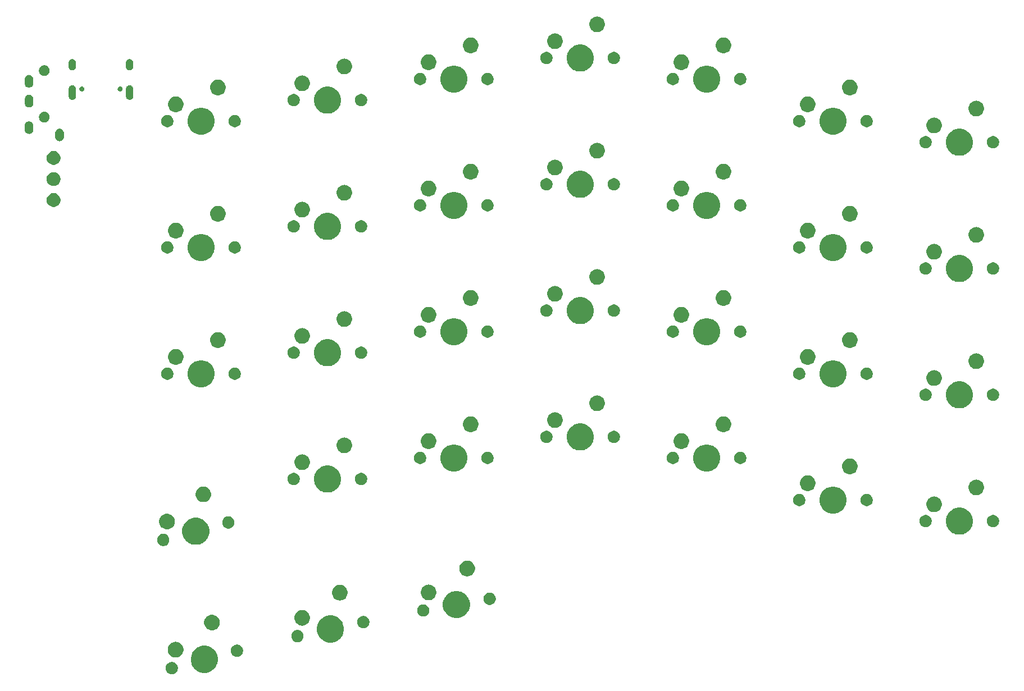
<source format=gbr>
G04 #@! TF.GenerationSoftware,KiCad,Pcbnew,(5.1.4-0)*
G04 #@! TF.CreationDate,2020-11-23T17:49:07+01:00*
G04 #@! TF.ProjectId,stm32split,73746d33-3273-4706-9c69-742e6b696361,rev?*
G04 #@! TF.SameCoordinates,Original*
G04 #@! TF.FileFunction,Soldermask,Bot*
G04 #@! TF.FilePolarity,Negative*
%FSLAX46Y46*%
G04 Gerber Fmt 4.6, Leading zero omitted, Abs format (unit mm)*
G04 Created by KiCad (PCBNEW (5.1.4-0)) date 2020-11-23 17:49:07*
%MOMM*%
%LPD*%
G04 APERTURE LIST*
%ADD10C,0.100000*%
G04 APERTURE END LIST*
D10*
G36*
X117393201Y-142554386D02*
G01*
X117561723Y-142624190D01*
X117713388Y-142725529D01*
X117842369Y-142854510D01*
X117943708Y-143006175D01*
X118013512Y-143174697D01*
X118049097Y-143353598D01*
X118049097Y-143536004D01*
X118013512Y-143714905D01*
X117943708Y-143883427D01*
X117842369Y-144035092D01*
X117713388Y-144164073D01*
X117561723Y-144265412D01*
X117393201Y-144335216D01*
X117214300Y-144370801D01*
X117031894Y-144370801D01*
X116852993Y-144335216D01*
X116684471Y-144265412D01*
X116532806Y-144164073D01*
X116403825Y-144035092D01*
X116302486Y-143883427D01*
X116232682Y-143714905D01*
X116197097Y-143536004D01*
X116197097Y-143353598D01*
X116232682Y-143174697D01*
X116302486Y-143006175D01*
X116403825Y-142854510D01*
X116532806Y-142725529D01*
X116684471Y-142624190D01*
X116852993Y-142554386D01*
X117031894Y-142518801D01*
X117214300Y-142518801D01*
X117393201Y-142554386D01*
X117393201Y-142554386D01*
G37*
G36*
X122626474Y-140163684D02*
G01*
X122774284Y-140224909D01*
X122998623Y-140317833D01*
X123333548Y-140541623D01*
X123618377Y-140826452D01*
X123842167Y-141161377D01*
X123880460Y-141253825D01*
X123996316Y-141533526D01*
X124074900Y-141928594D01*
X124074900Y-142331406D01*
X123996316Y-142726474D01*
X123943281Y-142854511D01*
X123842167Y-143098623D01*
X123618377Y-143433548D01*
X123333548Y-143718377D01*
X122998623Y-143942167D01*
X122844474Y-144006017D01*
X122626474Y-144096316D01*
X122231406Y-144174900D01*
X121828594Y-144174900D01*
X121433526Y-144096316D01*
X121215526Y-144006017D01*
X121061377Y-143942167D01*
X120726452Y-143718377D01*
X120441623Y-143433548D01*
X120217833Y-143098623D01*
X120116719Y-142854511D01*
X120063684Y-142726474D01*
X119985100Y-142331406D01*
X119985100Y-141928594D01*
X120063684Y-141533526D01*
X120179540Y-141253825D01*
X120217833Y-141161377D01*
X120441623Y-140826452D01*
X120726452Y-140541623D01*
X121061377Y-140317833D01*
X121285716Y-140224909D01*
X121433526Y-140163684D01*
X121828594Y-140085100D01*
X122231406Y-140085100D01*
X122626474Y-140163684D01*
X122626474Y-140163684D01*
G37*
G36*
X117883982Y-139501713D02*
G01*
X118035449Y-139531842D01*
X118249467Y-139620491D01*
X118249468Y-139620492D01*
X118442076Y-139749188D01*
X118605883Y-139912995D01*
X118660401Y-139994588D01*
X118734580Y-140105604D01*
X118823229Y-140319622D01*
X118823229Y-140319624D01*
X118868079Y-140545096D01*
X118868422Y-140546823D01*
X118868422Y-140778475D01*
X118823229Y-141005676D01*
X118734580Y-141219694D01*
X118734579Y-141219695D01*
X118605883Y-141412303D01*
X118442076Y-141576110D01*
X118352728Y-141635810D01*
X118249467Y-141704807D01*
X118035449Y-141793456D01*
X117883982Y-141823585D01*
X117808249Y-141838649D01*
X117576595Y-141838649D01*
X117500862Y-141823585D01*
X117349395Y-141793456D01*
X117135377Y-141704807D01*
X117032116Y-141635810D01*
X116942768Y-141576110D01*
X116778961Y-141412303D01*
X116650265Y-141219695D01*
X116650264Y-141219694D01*
X116561615Y-141005676D01*
X116516422Y-140778475D01*
X116516422Y-140546823D01*
X116516766Y-140545096D01*
X116561615Y-140319624D01*
X116561615Y-140319622D01*
X116650264Y-140105604D01*
X116724443Y-139994588D01*
X116778961Y-139912995D01*
X116942768Y-139749188D01*
X117135376Y-139620492D01*
X117135377Y-139620491D01*
X117349395Y-139531842D01*
X117500862Y-139501713D01*
X117576595Y-139486649D01*
X117808249Y-139486649D01*
X117883982Y-139501713D01*
X117883982Y-139501713D01*
G37*
G36*
X127207007Y-139924784D02*
G01*
X127375529Y-139994588D01*
X127527194Y-140095927D01*
X127656175Y-140224908D01*
X127757514Y-140376573D01*
X127827318Y-140545095D01*
X127862903Y-140723996D01*
X127862903Y-140906402D01*
X127827318Y-141085303D01*
X127757514Y-141253825D01*
X127656175Y-141405490D01*
X127527194Y-141534471D01*
X127375529Y-141635810D01*
X127207007Y-141705614D01*
X127028106Y-141741199D01*
X126845700Y-141741199D01*
X126666799Y-141705614D01*
X126498277Y-141635810D01*
X126346612Y-141534471D01*
X126217631Y-141405490D01*
X126116292Y-141253825D01*
X126046488Y-141085303D01*
X126010903Y-140906402D01*
X126010903Y-140723996D01*
X126046488Y-140545095D01*
X126116292Y-140376573D01*
X126217631Y-140224908D01*
X126346612Y-140095927D01*
X126498277Y-139994588D01*
X126666799Y-139924784D01*
X126845700Y-139889199D01*
X127028106Y-139889199D01*
X127207007Y-139924784D01*
X127207007Y-139924784D01*
G37*
G36*
X141616474Y-135593684D02*
G01*
X141832580Y-135683198D01*
X141988623Y-135747833D01*
X142323548Y-135971623D01*
X142608377Y-136256452D01*
X142832167Y-136591377D01*
X142896017Y-136745526D01*
X142986316Y-136963526D01*
X143064900Y-137358594D01*
X143064900Y-137761406D01*
X142986316Y-138156474D01*
X142977579Y-138177566D01*
X142832167Y-138528623D01*
X142608377Y-138863548D01*
X142323548Y-139148377D01*
X141988623Y-139372167D01*
X141834474Y-139436017D01*
X141616474Y-139526316D01*
X141221406Y-139604900D01*
X140818594Y-139604900D01*
X140423526Y-139526316D01*
X140205526Y-139436017D01*
X140051377Y-139372167D01*
X139716452Y-139148377D01*
X139431623Y-138863548D01*
X139207833Y-138528623D01*
X139062421Y-138177566D01*
X139053684Y-138156474D01*
X138975100Y-137761406D01*
X138975100Y-137358594D01*
X139053684Y-136963526D01*
X139143983Y-136745526D01*
X139207833Y-136591377D01*
X139431623Y-136256452D01*
X139716452Y-135971623D01*
X140051377Y-135747833D01*
X140207420Y-135683198D01*
X140423526Y-135593684D01*
X140818594Y-135515100D01*
X141221406Y-135515100D01*
X141616474Y-135593684D01*
X141616474Y-135593684D01*
G37*
G36*
X136321114Y-137725776D02*
G01*
X136489636Y-137795580D01*
X136641301Y-137896919D01*
X136770282Y-138025900D01*
X136871621Y-138177565D01*
X136941425Y-138346087D01*
X136977010Y-138524988D01*
X136977010Y-138707394D01*
X136941425Y-138886295D01*
X136871621Y-139054817D01*
X136770282Y-139206482D01*
X136641301Y-139335463D01*
X136489636Y-139436802D01*
X136321114Y-139506606D01*
X136142213Y-139542191D01*
X135959807Y-139542191D01*
X135780906Y-139506606D01*
X135612384Y-139436802D01*
X135460719Y-139335463D01*
X135331738Y-139206482D01*
X135230399Y-139054817D01*
X135160595Y-138886295D01*
X135125010Y-138707394D01*
X135125010Y-138524988D01*
X135160595Y-138346087D01*
X135230399Y-138177565D01*
X135331738Y-138025900D01*
X135460719Y-137896919D01*
X135612384Y-137795580D01*
X135780906Y-137725776D01*
X135959807Y-137690191D01*
X136142213Y-137690191D01*
X136321114Y-137725776D01*
X136321114Y-137725776D01*
G37*
G36*
X123360211Y-135404760D02*
G01*
X123511678Y-135434889D01*
X123725696Y-135523538D01*
X123725697Y-135523539D01*
X123918305Y-135652235D01*
X124082112Y-135816042D01*
X124167909Y-135944447D01*
X124210809Y-136008651D01*
X124299458Y-136222669D01*
X124299458Y-136222671D01*
X124339644Y-136424695D01*
X124344651Y-136449870D01*
X124344651Y-136681522D01*
X124299458Y-136908723D01*
X124210809Y-137122741D01*
X124210808Y-137122742D01*
X124082112Y-137315350D01*
X123918305Y-137479157D01*
X123789900Y-137564954D01*
X123725696Y-137607854D01*
X123511678Y-137696503D01*
X123364512Y-137725776D01*
X123284478Y-137741696D01*
X123052824Y-137741696D01*
X122972790Y-137725776D01*
X122825624Y-137696503D01*
X122611606Y-137607854D01*
X122547402Y-137564954D01*
X122418997Y-137479157D01*
X122255190Y-137315350D01*
X122126494Y-137122742D01*
X122126493Y-137122741D01*
X122037844Y-136908723D01*
X121992651Y-136681522D01*
X121992651Y-136449870D01*
X121997659Y-136424695D01*
X122037844Y-136222671D01*
X122037844Y-136222669D01*
X122126493Y-136008651D01*
X122169393Y-135944447D01*
X122255190Y-135816042D01*
X122418997Y-135652235D01*
X122611605Y-135523539D01*
X122611606Y-135523538D01*
X122825624Y-135434889D01*
X122977091Y-135404760D01*
X123052824Y-135389696D01*
X123284478Y-135389696D01*
X123360211Y-135404760D01*
X123360211Y-135404760D01*
G37*
G36*
X146259094Y-135613394D02*
G01*
X146427616Y-135683198D01*
X146579281Y-135784537D01*
X146708262Y-135913518D01*
X146809601Y-136065183D01*
X146879405Y-136233705D01*
X146914990Y-136412606D01*
X146914990Y-136595012D01*
X146879405Y-136773913D01*
X146809601Y-136942435D01*
X146708262Y-137094100D01*
X146579281Y-137223081D01*
X146427616Y-137324420D01*
X146259094Y-137394224D01*
X146080193Y-137429809D01*
X145897787Y-137429809D01*
X145718886Y-137394224D01*
X145550364Y-137324420D01*
X145398699Y-137223081D01*
X145269718Y-137094100D01*
X145168379Y-136942435D01*
X145098575Y-136773913D01*
X145062990Y-136595012D01*
X145062990Y-136412606D01*
X145098575Y-136233705D01*
X145168379Y-136065183D01*
X145269718Y-135913518D01*
X145398699Y-135784537D01*
X145550364Y-135683198D01*
X145718886Y-135613394D01*
X145897787Y-135577809D01*
X146080193Y-135577809D01*
X146259094Y-135613394D01*
X146259094Y-135613394D01*
G37*
G36*
X136956722Y-134706713D02*
G01*
X137108189Y-134736842D01*
X137322207Y-134825491D01*
X137322208Y-134825492D01*
X137514816Y-134954188D01*
X137678623Y-135117995D01*
X137715742Y-135173548D01*
X137807320Y-135310604D01*
X137895969Y-135524622D01*
X137909706Y-135593684D01*
X137941162Y-135751822D01*
X137941162Y-135983476D01*
X137936154Y-136008651D01*
X137895969Y-136210676D01*
X137807320Y-136424694D01*
X137790498Y-136449870D01*
X137678623Y-136617303D01*
X137514816Y-136781110D01*
X137386411Y-136866907D01*
X137322207Y-136909807D01*
X137108189Y-136998456D01*
X136956722Y-137028585D01*
X136880989Y-137043649D01*
X136649335Y-137043649D01*
X136573602Y-137028585D01*
X136422135Y-136998456D01*
X136208117Y-136909807D01*
X136143913Y-136866907D01*
X136015508Y-136781110D01*
X135851701Y-136617303D01*
X135739826Y-136449870D01*
X135723004Y-136424694D01*
X135634355Y-136210676D01*
X135594170Y-136008651D01*
X135589162Y-135983476D01*
X135589162Y-135751822D01*
X135620618Y-135593684D01*
X135634355Y-135524622D01*
X135723004Y-135310604D01*
X135814582Y-135173548D01*
X135851701Y-135117995D01*
X136015508Y-134954188D01*
X136208116Y-134825492D01*
X136208117Y-134825491D01*
X136422135Y-134736842D01*
X136573602Y-134706713D01*
X136649335Y-134691649D01*
X136880989Y-134691649D01*
X136956722Y-134706713D01*
X136956722Y-134706713D01*
G37*
G36*
X160616474Y-131903684D02*
G01*
X160721260Y-131947088D01*
X160988623Y-132057833D01*
X161323548Y-132281623D01*
X161608377Y-132566452D01*
X161832167Y-132901377D01*
X161863231Y-132976373D01*
X161986316Y-133273526D01*
X162064900Y-133668594D01*
X162064900Y-134071406D01*
X161986316Y-134466474D01*
X161896017Y-134684474D01*
X161832167Y-134838623D01*
X161608377Y-135173548D01*
X161323548Y-135458377D01*
X160988623Y-135682167D01*
X160834474Y-135746017D01*
X160616474Y-135836316D01*
X160221406Y-135914900D01*
X159818594Y-135914900D01*
X159423526Y-135836316D01*
X159205526Y-135746017D01*
X159051377Y-135682167D01*
X158716452Y-135458377D01*
X158431623Y-135173548D01*
X158207833Y-134838623D01*
X158143983Y-134684474D01*
X158053684Y-134466474D01*
X157975100Y-134071406D01*
X157975100Y-133668594D01*
X158053684Y-133273526D01*
X158176769Y-132976373D01*
X158207833Y-132901377D01*
X158431623Y-132566452D01*
X158716452Y-132281623D01*
X159051377Y-132057833D01*
X159318740Y-131947088D01*
X159423526Y-131903684D01*
X159818594Y-131825100D01*
X160221406Y-131825100D01*
X160616474Y-131903684D01*
X160616474Y-131903684D01*
G37*
G36*
X155287281Y-133861718D02*
G01*
X155455803Y-133931522D01*
X155607468Y-134032861D01*
X155736449Y-134161842D01*
X155837788Y-134313507D01*
X155907592Y-134482029D01*
X155943177Y-134660930D01*
X155943177Y-134843336D01*
X155907592Y-135022237D01*
X155837788Y-135190759D01*
X155736449Y-135342424D01*
X155607468Y-135471405D01*
X155455803Y-135572744D01*
X155287281Y-135642548D01*
X155108380Y-135678133D01*
X154925974Y-135678133D01*
X154747073Y-135642548D01*
X154578551Y-135572744D01*
X154426886Y-135471405D01*
X154297905Y-135342424D01*
X154196566Y-135190759D01*
X154126762Y-135022237D01*
X154091177Y-134843336D01*
X154091177Y-134660930D01*
X154126762Y-134482029D01*
X154196566Y-134313507D01*
X154297905Y-134161842D01*
X154426886Y-134032861D01*
X154578551Y-133931522D01*
X154747073Y-133861718D01*
X154925974Y-133826133D01*
X155108380Y-133826133D01*
X155287281Y-133861718D01*
X155287281Y-133861718D01*
G37*
G36*
X165292927Y-132097452D02*
G01*
X165461449Y-132167256D01*
X165613114Y-132268595D01*
X165742095Y-132397576D01*
X165843434Y-132549241D01*
X165913238Y-132717763D01*
X165948823Y-132896664D01*
X165948823Y-133079070D01*
X165913238Y-133257971D01*
X165843434Y-133426493D01*
X165742095Y-133578158D01*
X165613114Y-133707139D01*
X165461449Y-133808478D01*
X165292927Y-133878282D01*
X165114026Y-133913867D01*
X164931620Y-133913867D01*
X164752719Y-133878282D01*
X164584197Y-133808478D01*
X164432532Y-133707139D01*
X164303551Y-133578158D01*
X164202212Y-133426493D01*
X164132408Y-133257971D01*
X164096823Y-133079070D01*
X164096823Y-132896664D01*
X164132408Y-132717763D01*
X164202212Y-132549241D01*
X164303551Y-132397576D01*
X164432532Y-132268595D01*
X164584197Y-132167256D01*
X164752719Y-132097452D01*
X164931620Y-132061867D01*
X165114026Y-132061867D01*
X165292927Y-132097452D01*
X165292927Y-132097452D01*
G37*
G36*
X142626806Y-130899381D02*
G01*
X142791331Y-130932107D01*
X143005349Y-131020756D01*
X143005350Y-131020757D01*
X143197958Y-131149453D01*
X143361765Y-131313260D01*
X143447562Y-131441665D01*
X143490462Y-131505869D01*
X143579111Y-131719887D01*
X143579111Y-131719889D01*
X143617795Y-131914362D01*
X143624304Y-131947088D01*
X143624304Y-132178740D01*
X143579111Y-132405941D01*
X143490462Y-132619959D01*
X143490461Y-132619960D01*
X143361765Y-132812568D01*
X143197958Y-132976375D01*
X143069553Y-133062172D01*
X143005349Y-133105072D01*
X142791331Y-133193721D01*
X142639864Y-133223850D01*
X142564131Y-133238914D01*
X142332477Y-133238914D01*
X142256744Y-133223850D01*
X142105277Y-133193721D01*
X141891259Y-133105072D01*
X141827055Y-133062172D01*
X141698650Y-132976375D01*
X141534843Y-132812568D01*
X141406147Y-132619960D01*
X141406146Y-132619959D01*
X141317497Y-132405941D01*
X141272304Y-132178740D01*
X141272304Y-131947088D01*
X141278814Y-131914362D01*
X141317497Y-131719889D01*
X141317497Y-131719887D01*
X141406146Y-131505869D01*
X141449046Y-131441665D01*
X141534843Y-131313260D01*
X141698650Y-131149453D01*
X141891258Y-131020757D01*
X141891259Y-131020756D01*
X142105277Y-130932107D01*
X142269802Y-130899381D01*
X142332477Y-130886914D01*
X142564131Y-130886914D01*
X142626806Y-130899381D01*
X142626806Y-130899381D01*
G37*
G36*
X156018376Y-130869252D02*
G01*
X156169843Y-130899381D01*
X156383861Y-130988030D01*
X156383862Y-130988031D01*
X156576470Y-131116727D01*
X156740277Y-131280534D01*
X156826074Y-131408939D01*
X156868974Y-131473143D01*
X156957623Y-131687161D01*
X156964133Y-131719889D01*
X157002816Y-131914361D01*
X157002816Y-132146015D01*
X156996306Y-132178741D01*
X156957623Y-132373215D01*
X156868974Y-132587233D01*
X156868973Y-132587234D01*
X156740277Y-132779842D01*
X156576470Y-132943649D01*
X156448065Y-133029446D01*
X156383861Y-133072346D01*
X156169843Y-133160995D01*
X156018376Y-133191124D01*
X155942643Y-133206188D01*
X155710989Y-133206188D01*
X155635256Y-133191124D01*
X155483789Y-133160995D01*
X155269771Y-133072346D01*
X155205567Y-133029446D01*
X155077162Y-132943649D01*
X154913355Y-132779842D01*
X154784659Y-132587234D01*
X154784658Y-132587233D01*
X154696009Y-132373215D01*
X154657326Y-132178741D01*
X154650816Y-132146015D01*
X154650816Y-131914361D01*
X154689499Y-131719889D01*
X154696009Y-131687161D01*
X154784658Y-131473143D01*
X154827558Y-131408939D01*
X154913355Y-131280534D01*
X155077162Y-131116727D01*
X155269770Y-130988031D01*
X155269771Y-130988030D01*
X155483789Y-130899381D01*
X155635256Y-130869252D01*
X155710989Y-130854188D01*
X155942643Y-130854188D01*
X156018376Y-130869252D01*
X156018376Y-130869252D01*
G37*
G36*
X161830839Y-127265174D02*
G01*
X161982306Y-127295303D01*
X162196324Y-127383952D01*
X162196325Y-127383953D01*
X162388933Y-127512649D01*
X162552740Y-127676456D01*
X162638537Y-127804861D01*
X162681437Y-127869065D01*
X162770086Y-128083083D01*
X162815279Y-128310284D01*
X162815279Y-128541936D01*
X162770086Y-128769137D01*
X162681437Y-128983155D01*
X162681436Y-128983156D01*
X162552740Y-129175764D01*
X162388933Y-129339571D01*
X162260528Y-129425368D01*
X162196324Y-129468268D01*
X161982306Y-129556917D01*
X161830839Y-129587046D01*
X161755106Y-129602110D01*
X161523452Y-129602110D01*
X161447719Y-129587046D01*
X161296252Y-129556917D01*
X161082234Y-129468268D01*
X161018030Y-129425368D01*
X160889625Y-129339571D01*
X160725818Y-129175764D01*
X160597122Y-128983156D01*
X160597121Y-128983155D01*
X160508472Y-128769137D01*
X160463279Y-128541936D01*
X160463279Y-128310284D01*
X160508472Y-128083083D01*
X160597121Y-127869065D01*
X160640021Y-127804861D01*
X160725818Y-127676456D01*
X160889625Y-127512649D01*
X161082233Y-127383953D01*
X161082234Y-127383952D01*
X161296252Y-127295303D01*
X161447719Y-127265174D01*
X161523452Y-127250110D01*
X161755106Y-127250110D01*
X161830839Y-127265174D01*
X161830839Y-127265174D01*
G37*
G36*
X116093201Y-123224386D02*
G01*
X116261723Y-123294190D01*
X116413388Y-123395529D01*
X116542369Y-123524510D01*
X116643708Y-123676175D01*
X116713512Y-123844697D01*
X116749097Y-124023598D01*
X116749097Y-124206004D01*
X116713512Y-124384905D01*
X116643708Y-124553427D01*
X116542369Y-124705092D01*
X116413388Y-124834073D01*
X116261723Y-124935412D01*
X116093201Y-125005216D01*
X115914300Y-125040801D01*
X115731894Y-125040801D01*
X115552993Y-125005216D01*
X115384471Y-124935412D01*
X115232806Y-124834073D01*
X115103825Y-124705092D01*
X115002486Y-124553427D01*
X114932682Y-124384905D01*
X114897097Y-124206004D01*
X114897097Y-124023598D01*
X114932682Y-123844697D01*
X115002486Y-123676175D01*
X115103825Y-123524510D01*
X115232806Y-123395529D01*
X115384471Y-123294190D01*
X115552993Y-123224386D01*
X115731894Y-123188801D01*
X115914300Y-123188801D01*
X116093201Y-123224386D01*
X116093201Y-123224386D01*
G37*
G36*
X121326474Y-120833684D02*
G01*
X121474284Y-120894909D01*
X121698623Y-120987833D01*
X122033548Y-121211623D01*
X122318377Y-121496452D01*
X122542167Y-121831377D01*
X122580460Y-121923825D01*
X122696316Y-122203526D01*
X122774900Y-122598594D01*
X122774900Y-123001406D01*
X122696316Y-123396474D01*
X122643281Y-123524511D01*
X122542167Y-123768623D01*
X122318377Y-124103548D01*
X122033548Y-124388377D01*
X121698623Y-124612167D01*
X121544474Y-124676017D01*
X121326474Y-124766316D01*
X120931406Y-124844900D01*
X120528594Y-124844900D01*
X120133526Y-124766316D01*
X119915526Y-124676017D01*
X119761377Y-124612167D01*
X119426452Y-124388377D01*
X119141623Y-124103548D01*
X118917833Y-123768623D01*
X118816719Y-123524511D01*
X118763684Y-123396474D01*
X118685100Y-123001406D01*
X118685100Y-122598594D01*
X118763684Y-122203526D01*
X118879540Y-121923825D01*
X118917833Y-121831377D01*
X119141623Y-121496452D01*
X119426452Y-121211623D01*
X119761377Y-120987833D01*
X119985716Y-120894909D01*
X120133526Y-120833684D01*
X120528594Y-120755100D01*
X120931406Y-120755100D01*
X121326474Y-120833684D01*
X121326474Y-120833684D01*
G37*
G36*
X236423974Y-119308684D02*
G01*
X236641974Y-119398983D01*
X236796123Y-119462833D01*
X237131048Y-119686623D01*
X237415877Y-119971452D01*
X237639667Y-120306377D01*
X237672062Y-120384586D01*
X237793816Y-120678526D01*
X237872400Y-121073594D01*
X237872400Y-121476406D01*
X237793816Y-121871474D01*
X237742951Y-121994272D01*
X237639667Y-122243623D01*
X237415877Y-122578548D01*
X237131048Y-122863377D01*
X236796123Y-123087167D01*
X236641974Y-123151017D01*
X236423974Y-123241316D01*
X236028906Y-123319900D01*
X235626094Y-123319900D01*
X235231026Y-123241316D01*
X235013026Y-123151017D01*
X234858877Y-123087167D01*
X234523952Y-122863377D01*
X234239123Y-122578548D01*
X234015333Y-122243623D01*
X233912049Y-121994272D01*
X233861184Y-121871474D01*
X233782600Y-121476406D01*
X233782600Y-121073594D01*
X233861184Y-120678526D01*
X233982938Y-120384586D01*
X234015333Y-120306377D01*
X234239123Y-119971452D01*
X234523952Y-119686623D01*
X234858877Y-119462833D01*
X235013026Y-119398983D01*
X235231026Y-119308684D01*
X235626094Y-119230100D01*
X236028906Y-119230100D01*
X236423974Y-119308684D01*
X236423974Y-119308684D01*
G37*
G36*
X116583982Y-120171713D02*
G01*
X116735449Y-120201842D01*
X116949467Y-120290491D01*
X116949468Y-120290492D01*
X117142076Y-120419188D01*
X117305883Y-120582995D01*
X117373846Y-120684709D01*
X117434580Y-120775604D01*
X117523229Y-120989622D01*
X117523229Y-120989624D01*
X117568422Y-121216822D01*
X117568422Y-121448476D01*
X117562866Y-121476406D01*
X117523229Y-121675676D01*
X117434580Y-121889694D01*
X117434579Y-121889695D01*
X117305883Y-122082303D01*
X117142076Y-122246110D01*
X117052728Y-122305810D01*
X116949467Y-122374807D01*
X116735449Y-122463456D01*
X116583982Y-122493585D01*
X116508249Y-122508649D01*
X116276595Y-122508649D01*
X116200862Y-122493585D01*
X116049395Y-122463456D01*
X115835377Y-122374807D01*
X115732116Y-122305810D01*
X115642768Y-122246110D01*
X115478961Y-122082303D01*
X115350265Y-121889695D01*
X115350264Y-121889694D01*
X115261615Y-121675676D01*
X115221978Y-121476406D01*
X115216422Y-121448476D01*
X115216422Y-121216822D01*
X115261615Y-120989624D01*
X115261615Y-120989622D01*
X115350264Y-120775604D01*
X115410998Y-120684709D01*
X115478961Y-120582995D01*
X115642768Y-120419188D01*
X115835376Y-120290492D01*
X115835377Y-120290491D01*
X116049395Y-120201842D01*
X116200862Y-120171713D01*
X116276595Y-120156649D01*
X116508249Y-120156649D01*
X116583982Y-120171713D01*
X116583982Y-120171713D01*
G37*
G36*
X125907007Y-120594784D02*
G01*
X126075529Y-120664588D01*
X126227194Y-120765927D01*
X126356175Y-120894908D01*
X126457514Y-121046573D01*
X126527318Y-121215095D01*
X126562903Y-121393996D01*
X126562903Y-121576402D01*
X126527318Y-121755303D01*
X126457514Y-121923825D01*
X126356175Y-122075490D01*
X126227194Y-122204471D01*
X126075529Y-122305810D01*
X125907007Y-122375614D01*
X125728106Y-122411199D01*
X125545700Y-122411199D01*
X125366799Y-122375614D01*
X125198277Y-122305810D01*
X125046612Y-122204471D01*
X124917631Y-122075490D01*
X124816292Y-121923825D01*
X124746488Y-121755303D01*
X124710903Y-121576402D01*
X124710903Y-121393996D01*
X124746488Y-121215095D01*
X124816292Y-121046573D01*
X124917631Y-120894908D01*
X125046612Y-120765927D01*
X125198277Y-120664588D01*
X125366799Y-120594784D01*
X125545700Y-120559199D01*
X125728106Y-120559199D01*
X125907007Y-120594784D01*
X125907007Y-120594784D01*
G37*
G36*
X241177604Y-120384585D02*
G01*
X241346126Y-120454389D01*
X241497791Y-120555728D01*
X241626772Y-120684709D01*
X241728111Y-120836374D01*
X241797915Y-121004896D01*
X241833500Y-121183797D01*
X241833500Y-121366203D01*
X241797915Y-121545104D01*
X241728111Y-121713626D01*
X241626772Y-121865291D01*
X241497791Y-121994272D01*
X241346126Y-122095611D01*
X241177604Y-122165415D01*
X240998703Y-122201000D01*
X240816297Y-122201000D01*
X240637396Y-122165415D01*
X240468874Y-122095611D01*
X240317209Y-121994272D01*
X240188228Y-121865291D01*
X240086889Y-121713626D01*
X240017085Y-121545104D01*
X239981500Y-121366203D01*
X239981500Y-121183797D01*
X240017085Y-121004896D01*
X240086889Y-120836374D01*
X240188228Y-120684709D01*
X240317209Y-120555728D01*
X240468874Y-120454389D01*
X240637396Y-120384585D01*
X240816297Y-120349000D01*
X240998703Y-120349000D01*
X241177604Y-120384585D01*
X241177604Y-120384585D01*
G37*
G36*
X231017604Y-120384585D02*
G01*
X231186126Y-120454389D01*
X231337791Y-120555728D01*
X231466772Y-120684709D01*
X231568111Y-120836374D01*
X231637915Y-121004896D01*
X231673500Y-121183797D01*
X231673500Y-121366203D01*
X231637915Y-121545104D01*
X231568111Y-121713626D01*
X231466772Y-121865291D01*
X231337791Y-121994272D01*
X231186126Y-122095611D01*
X231017604Y-122165415D01*
X230838703Y-122201000D01*
X230656297Y-122201000D01*
X230477396Y-122165415D01*
X230308874Y-122095611D01*
X230157209Y-121994272D01*
X230028228Y-121865291D01*
X229926889Y-121713626D01*
X229857085Y-121545104D01*
X229821500Y-121366203D01*
X229821500Y-121183797D01*
X229857085Y-121004896D01*
X229926889Y-120836374D01*
X230028228Y-120684709D01*
X230157209Y-120555728D01*
X230308874Y-120454389D01*
X230477396Y-120384585D01*
X230656297Y-120349000D01*
X230838703Y-120349000D01*
X231017604Y-120384585D01*
X231017604Y-120384585D01*
G37*
G36*
X217373974Y-116133684D02*
G01*
X217591974Y-116223983D01*
X217746123Y-116287833D01*
X218081048Y-116511623D01*
X218365877Y-116796452D01*
X218589667Y-117131377D01*
X218622062Y-117209586D01*
X218743816Y-117503526D01*
X218822400Y-117898594D01*
X218822400Y-118301406D01*
X218743816Y-118696474D01*
X218692951Y-118819272D01*
X218589667Y-119068623D01*
X218365877Y-119403548D01*
X218081048Y-119688377D01*
X217746123Y-119912167D01*
X217602996Y-119971452D01*
X217373974Y-120066316D01*
X216978906Y-120144900D01*
X216576094Y-120144900D01*
X216181026Y-120066316D01*
X215952004Y-119971452D01*
X215808877Y-119912167D01*
X215473952Y-119688377D01*
X215189123Y-119403548D01*
X214965333Y-119068623D01*
X214862049Y-118819272D01*
X214811184Y-118696474D01*
X214732600Y-118301406D01*
X214732600Y-117898594D01*
X214811184Y-117503526D01*
X214932938Y-117209586D01*
X214965333Y-117131377D01*
X215189123Y-116796452D01*
X215473952Y-116511623D01*
X215808877Y-116287833D01*
X215963026Y-116223983D01*
X216181026Y-116133684D01*
X216576094Y-116055100D01*
X216978906Y-116055100D01*
X217373974Y-116133684D01*
X217373974Y-116133684D01*
G37*
G36*
X232209060Y-117574064D02*
G01*
X232360527Y-117604193D01*
X232574545Y-117692842D01*
X232574546Y-117692843D01*
X232767154Y-117821539D01*
X232930961Y-117985346D01*
X232946630Y-118008797D01*
X233059658Y-118177955D01*
X233148307Y-118391973D01*
X233193500Y-118619174D01*
X233193500Y-118850826D01*
X233148307Y-119078027D01*
X233059658Y-119292045D01*
X233059657Y-119292046D01*
X232930961Y-119484654D01*
X232767154Y-119648461D01*
X232710040Y-119686623D01*
X232574545Y-119777158D01*
X232360527Y-119865807D01*
X232209060Y-119895936D01*
X232133327Y-119911000D01*
X231901673Y-119911000D01*
X231825940Y-119895936D01*
X231674473Y-119865807D01*
X231460455Y-119777158D01*
X231324960Y-119686623D01*
X231267846Y-119648461D01*
X231104039Y-119484654D01*
X230975343Y-119292046D01*
X230975342Y-119292045D01*
X230886693Y-119078027D01*
X230841500Y-118850826D01*
X230841500Y-118619174D01*
X230886693Y-118391973D01*
X230975342Y-118177955D01*
X231088370Y-118008797D01*
X231104039Y-117985346D01*
X231267846Y-117821539D01*
X231460454Y-117692843D01*
X231460455Y-117692842D01*
X231674473Y-117604193D01*
X231825940Y-117574064D01*
X231901673Y-117559000D01*
X232133327Y-117559000D01*
X232209060Y-117574064D01*
X232209060Y-117574064D01*
G37*
G36*
X211967604Y-117209585D02*
G01*
X212136126Y-117279389D01*
X212287791Y-117380728D01*
X212416772Y-117509709D01*
X212518111Y-117661374D01*
X212587915Y-117829896D01*
X212623500Y-118008797D01*
X212623500Y-118191203D01*
X212587915Y-118370104D01*
X212518111Y-118538626D01*
X212416772Y-118690291D01*
X212287791Y-118819272D01*
X212136126Y-118920611D01*
X211967604Y-118990415D01*
X211788703Y-119026000D01*
X211606297Y-119026000D01*
X211427396Y-118990415D01*
X211258874Y-118920611D01*
X211107209Y-118819272D01*
X210978228Y-118690291D01*
X210876889Y-118538626D01*
X210807085Y-118370104D01*
X210771500Y-118191203D01*
X210771500Y-118008797D01*
X210807085Y-117829896D01*
X210876889Y-117661374D01*
X210978228Y-117509709D01*
X211107209Y-117380728D01*
X211258874Y-117279389D01*
X211427396Y-117209585D01*
X211606297Y-117174000D01*
X211788703Y-117174000D01*
X211967604Y-117209585D01*
X211967604Y-117209585D01*
G37*
G36*
X222127604Y-117209585D02*
G01*
X222296126Y-117279389D01*
X222447791Y-117380728D01*
X222576772Y-117509709D01*
X222678111Y-117661374D01*
X222747915Y-117829896D01*
X222783500Y-118008797D01*
X222783500Y-118191203D01*
X222747915Y-118370104D01*
X222678111Y-118538626D01*
X222576772Y-118690291D01*
X222447791Y-118819272D01*
X222296126Y-118920611D01*
X222127604Y-118990415D01*
X221948703Y-119026000D01*
X221766297Y-119026000D01*
X221587396Y-118990415D01*
X221418874Y-118920611D01*
X221267209Y-118819272D01*
X221138228Y-118690291D01*
X221036889Y-118538626D01*
X220967085Y-118370104D01*
X220931500Y-118191203D01*
X220931500Y-118008797D01*
X220967085Y-117829896D01*
X221036889Y-117661374D01*
X221138228Y-117509709D01*
X221267209Y-117380728D01*
X221418874Y-117279389D01*
X221587396Y-117209585D01*
X221766297Y-117174000D01*
X221948703Y-117174000D01*
X222127604Y-117209585D01*
X222127604Y-117209585D01*
G37*
G36*
X122060211Y-116074760D02*
G01*
X122211678Y-116104889D01*
X122425696Y-116193538D01*
X122425697Y-116193539D01*
X122618305Y-116322235D01*
X122782112Y-116486042D01*
X122816847Y-116538027D01*
X122910809Y-116678651D01*
X122999458Y-116892669D01*
X122999458Y-116892671D01*
X123044651Y-117119869D01*
X123044651Y-117351523D01*
X123029587Y-117427256D01*
X122999458Y-117578723D01*
X122910809Y-117792741D01*
X122910808Y-117792742D01*
X122782112Y-117985350D01*
X122618305Y-118149157D01*
X122555378Y-118191203D01*
X122425696Y-118277854D01*
X122211678Y-118366503D01*
X122083631Y-118391973D01*
X121984478Y-118411696D01*
X121752824Y-118411696D01*
X121653671Y-118391973D01*
X121525624Y-118366503D01*
X121311606Y-118277854D01*
X121181924Y-118191203D01*
X121118997Y-118149157D01*
X120955190Y-117985350D01*
X120826494Y-117792742D01*
X120826493Y-117792741D01*
X120737844Y-117578723D01*
X120707715Y-117427256D01*
X120692651Y-117351523D01*
X120692651Y-117119869D01*
X120737844Y-116892671D01*
X120737844Y-116892669D01*
X120826493Y-116678651D01*
X120920455Y-116538027D01*
X120955190Y-116486042D01*
X121118997Y-116322235D01*
X121311605Y-116193539D01*
X121311606Y-116193538D01*
X121525624Y-116104889D01*
X121677091Y-116074760D01*
X121752824Y-116059696D01*
X121984478Y-116059696D01*
X122060211Y-116074760D01*
X122060211Y-116074760D01*
G37*
G36*
X238559060Y-115034064D02*
G01*
X238710527Y-115064193D01*
X238924545Y-115152842D01*
X238924546Y-115152843D01*
X239117154Y-115281539D01*
X239280961Y-115445346D01*
X239366758Y-115573751D01*
X239409658Y-115637955D01*
X239498307Y-115851973D01*
X239508462Y-115903025D01*
X239538712Y-116055100D01*
X239543500Y-116079174D01*
X239543500Y-116310826D01*
X239498307Y-116538027D01*
X239409658Y-116752045D01*
X239409657Y-116752046D01*
X239280961Y-116944654D01*
X239117154Y-117108461D01*
X238988749Y-117194258D01*
X238924545Y-117237158D01*
X238710527Y-117325807D01*
X238559060Y-117355936D01*
X238483327Y-117371000D01*
X238251673Y-117371000D01*
X238175940Y-117355936D01*
X238024473Y-117325807D01*
X237810455Y-117237158D01*
X237746251Y-117194258D01*
X237617846Y-117108461D01*
X237454039Y-116944654D01*
X237325343Y-116752046D01*
X237325342Y-116752045D01*
X237236693Y-116538027D01*
X237191500Y-116310826D01*
X237191500Y-116079174D01*
X237196289Y-116055100D01*
X237226538Y-115903025D01*
X237236693Y-115851973D01*
X237325342Y-115637955D01*
X237368242Y-115573751D01*
X237454039Y-115445346D01*
X237617846Y-115281539D01*
X237810454Y-115152843D01*
X237810455Y-115152842D01*
X238024473Y-115064193D01*
X238175940Y-115034064D01*
X238251673Y-115019000D01*
X238483327Y-115019000D01*
X238559060Y-115034064D01*
X238559060Y-115034064D01*
G37*
G36*
X141173974Y-112958684D02*
G01*
X141391974Y-113048983D01*
X141546123Y-113112833D01*
X141881048Y-113336623D01*
X142165877Y-113621452D01*
X142389667Y-113956377D01*
X142422062Y-114034586D01*
X142543816Y-114328526D01*
X142622400Y-114723594D01*
X142622400Y-115126406D01*
X142543816Y-115521474D01*
X142492951Y-115644272D01*
X142389667Y-115893623D01*
X142165877Y-116228548D01*
X141881048Y-116513377D01*
X141546123Y-116737167D01*
X141402996Y-116796452D01*
X141173974Y-116891316D01*
X140778906Y-116969900D01*
X140376094Y-116969900D01*
X139981026Y-116891316D01*
X139752004Y-116796452D01*
X139608877Y-116737167D01*
X139273952Y-116513377D01*
X138989123Y-116228548D01*
X138765333Y-115893623D01*
X138662049Y-115644272D01*
X138611184Y-115521474D01*
X138532600Y-115126406D01*
X138532600Y-114723594D01*
X138611184Y-114328526D01*
X138732938Y-114034586D01*
X138765333Y-113956377D01*
X138989123Y-113621452D01*
X139273952Y-113336623D01*
X139608877Y-113112833D01*
X139763026Y-113048983D01*
X139981026Y-112958684D01*
X140376094Y-112880100D01*
X140778906Y-112880100D01*
X141173974Y-112958684D01*
X141173974Y-112958684D01*
G37*
G36*
X213159060Y-114399064D02*
G01*
X213310527Y-114429193D01*
X213524545Y-114517842D01*
X213524546Y-114517843D01*
X213717154Y-114646539D01*
X213880961Y-114810346D01*
X213896630Y-114833797D01*
X214009658Y-115002955D01*
X214098307Y-115216973D01*
X214143500Y-115444174D01*
X214143500Y-115675826D01*
X214098307Y-115903027D01*
X214009658Y-116117045D01*
X214009657Y-116117046D01*
X213880961Y-116309654D01*
X213717154Y-116473461D01*
X213588749Y-116559258D01*
X213524545Y-116602158D01*
X213310527Y-116690807D01*
X213159060Y-116720936D01*
X213083327Y-116736000D01*
X212851673Y-116736000D01*
X212775940Y-116720936D01*
X212624473Y-116690807D01*
X212410455Y-116602158D01*
X212346251Y-116559258D01*
X212217846Y-116473461D01*
X212054039Y-116309654D01*
X211925343Y-116117046D01*
X211925342Y-116117045D01*
X211836693Y-115903027D01*
X211791500Y-115675826D01*
X211791500Y-115444174D01*
X211836693Y-115216973D01*
X211925342Y-115002955D01*
X212038370Y-114833797D01*
X212054039Y-114810346D01*
X212217846Y-114646539D01*
X212410454Y-114517843D01*
X212410455Y-114517842D01*
X212624473Y-114429193D01*
X212775940Y-114399064D01*
X212851673Y-114384000D01*
X213083327Y-114384000D01*
X213159060Y-114399064D01*
X213159060Y-114399064D01*
G37*
G36*
X145927604Y-114034585D02*
G01*
X146096126Y-114104389D01*
X146247791Y-114205728D01*
X146376772Y-114334709D01*
X146478111Y-114486374D01*
X146547915Y-114654896D01*
X146583500Y-114833797D01*
X146583500Y-115016203D01*
X146547915Y-115195104D01*
X146478111Y-115363626D01*
X146376772Y-115515291D01*
X146247791Y-115644272D01*
X146096126Y-115745611D01*
X145927604Y-115815415D01*
X145748703Y-115851000D01*
X145566297Y-115851000D01*
X145387396Y-115815415D01*
X145218874Y-115745611D01*
X145067209Y-115644272D01*
X144938228Y-115515291D01*
X144836889Y-115363626D01*
X144767085Y-115195104D01*
X144731500Y-115016203D01*
X144731500Y-114833797D01*
X144767085Y-114654896D01*
X144836889Y-114486374D01*
X144938228Y-114334709D01*
X145067209Y-114205728D01*
X145218874Y-114104389D01*
X145387396Y-114034585D01*
X145566297Y-113999000D01*
X145748703Y-113999000D01*
X145927604Y-114034585D01*
X145927604Y-114034585D01*
G37*
G36*
X135767604Y-114034585D02*
G01*
X135936126Y-114104389D01*
X136087791Y-114205728D01*
X136216772Y-114334709D01*
X136318111Y-114486374D01*
X136387915Y-114654896D01*
X136423500Y-114833797D01*
X136423500Y-115016203D01*
X136387915Y-115195104D01*
X136318111Y-115363626D01*
X136216772Y-115515291D01*
X136087791Y-115644272D01*
X135936126Y-115745611D01*
X135767604Y-115815415D01*
X135588703Y-115851000D01*
X135406297Y-115851000D01*
X135227396Y-115815415D01*
X135058874Y-115745611D01*
X134907209Y-115644272D01*
X134778228Y-115515291D01*
X134676889Y-115363626D01*
X134607085Y-115195104D01*
X134571500Y-115016203D01*
X134571500Y-114833797D01*
X134607085Y-114654896D01*
X134676889Y-114486374D01*
X134778228Y-114334709D01*
X134907209Y-114205728D01*
X135058874Y-114104389D01*
X135227396Y-114034585D01*
X135406297Y-113999000D01*
X135588703Y-113999000D01*
X135767604Y-114034585D01*
X135767604Y-114034585D01*
G37*
G36*
X219509060Y-111859064D02*
G01*
X219660527Y-111889193D01*
X219874545Y-111977842D01*
X219874546Y-111977843D01*
X220067154Y-112106539D01*
X220230961Y-112270346D01*
X220316758Y-112398751D01*
X220359658Y-112462955D01*
X220448307Y-112676973D01*
X220458462Y-112728025D01*
X220488712Y-112880100D01*
X220493500Y-112904174D01*
X220493500Y-113135826D01*
X220448307Y-113363027D01*
X220359658Y-113577045D01*
X220359657Y-113577046D01*
X220230961Y-113769654D01*
X220067154Y-113933461D01*
X219938749Y-114019258D01*
X219874545Y-114062158D01*
X219660527Y-114150807D01*
X219509060Y-114180936D01*
X219433327Y-114196000D01*
X219201673Y-114196000D01*
X219125940Y-114180936D01*
X218974473Y-114150807D01*
X218760455Y-114062158D01*
X218696251Y-114019258D01*
X218567846Y-113933461D01*
X218404039Y-113769654D01*
X218275343Y-113577046D01*
X218275342Y-113577045D01*
X218186693Y-113363027D01*
X218141500Y-113135826D01*
X218141500Y-112904174D01*
X218146289Y-112880100D01*
X218176538Y-112728025D01*
X218186693Y-112676973D01*
X218275342Y-112462955D01*
X218318242Y-112398751D01*
X218404039Y-112270346D01*
X218567846Y-112106539D01*
X218760454Y-111977843D01*
X218760455Y-111977842D01*
X218974473Y-111889193D01*
X219125940Y-111859064D01*
X219201673Y-111844000D01*
X219433327Y-111844000D01*
X219509060Y-111859064D01*
X219509060Y-111859064D01*
G37*
G36*
X160223974Y-109783684D02*
G01*
X160441974Y-109873983D01*
X160596123Y-109937833D01*
X160931048Y-110161623D01*
X161215877Y-110446452D01*
X161439667Y-110781377D01*
X161472062Y-110859586D01*
X161593816Y-111153526D01*
X161672400Y-111548594D01*
X161672400Y-111951406D01*
X161593816Y-112346474D01*
X161542951Y-112469272D01*
X161439667Y-112718623D01*
X161215877Y-113053548D01*
X160931048Y-113338377D01*
X160596123Y-113562167D01*
X160452996Y-113621452D01*
X160223974Y-113716316D01*
X159828906Y-113794900D01*
X159426094Y-113794900D01*
X159031026Y-113716316D01*
X158802004Y-113621452D01*
X158658877Y-113562167D01*
X158323952Y-113338377D01*
X158039123Y-113053548D01*
X157815333Y-112718623D01*
X157712049Y-112469272D01*
X157661184Y-112346474D01*
X157582600Y-111951406D01*
X157582600Y-111548594D01*
X157661184Y-111153526D01*
X157782938Y-110859586D01*
X157815333Y-110781377D01*
X158039123Y-110446452D01*
X158323952Y-110161623D01*
X158658877Y-109937833D01*
X158813026Y-109873983D01*
X159031026Y-109783684D01*
X159426094Y-109705100D01*
X159828906Y-109705100D01*
X160223974Y-109783684D01*
X160223974Y-109783684D01*
G37*
G36*
X198323974Y-109783684D02*
G01*
X198541974Y-109873983D01*
X198696123Y-109937833D01*
X199031048Y-110161623D01*
X199315877Y-110446452D01*
X199539667Y-110781377D01*
X199572062Y-110859586D01*
X199693816Y-111153526D01*
X199772400Y-111548594D01*
X199772400Y-111951406D01*
X199693816Y-112346474D01*
X199642951Y-112469272D01*
X199539667Y-112718623D01*
X199315877Y-113053548D01*
X199031048Y-113338377D01*
X198696123Y-113562167D01*
X198552996Y-113621452D01*
X198323974Y-113716316D01*
X197928906Y-113794900D01*
X197526094Y-113794900D01*
X197131026Y-113716316D01*
X196902004Y-113621452D01*
X196758877Y-113562167D01*
X196423952Y-113338377D01*
X196139123Y-113053548D01*
X195915333Y-112718623D01*
X195812049Y-112469272D01*
X195761184Y-112346474D01*
X195682600Y-111951406D01*
X195682600Y-111548594D01*
X195761184Y-111153526D01*
X195882938Y-110859586D01*
X195915333Y-110781377D01*
X196139123Y-110446452D01*
X196423952Y-110161623D01*
X196758877Y-109937833D01*
X196913026Y-109873983D01*
X197131026Y-109783684D01*
X197526094Y-109705100D01*
X197928906Y-109705100D01*
X198323974Y-109783684D01*
X198323974Y-109783684D01*
G37*
G36*
X136959060Y-111224064D02*
G01*
X137110527Y-111254193D01*
X137324545Y-111342842D01*
X137324546Y-111342843D01*
X137517154Y-111471539D01*
X137680961Y-111635346D01*
X137696630Y-111658797D01*
X137809658Y-111827955D01*
X137898307Y-112041973D01*
X137943500Y-112269174D01*
X137943500Y-112500826D01*
X137898307Y-112728027D01*
X137809658Y-112942045D01*
X137809657Y-112942046D01*
X137680961Y-113134654D01*
X137517154Y-113298461D01*
X137388749Y-113384258D01*
X137324545Y-113427158D01*
X137110527Y-113515807D01*
X136959060Y-113545936D01*
X136883327Y-113561000D01*
X136651673Y-113561000D01*
X136575940Y-113545936D01*
X136424473Y-113515807D01*
X136210455Y-113427158D01*
X136146251Y-113384258D01*
X136017846Y-113298461D01*
X135854039Y-113134654D01*
X135725343Y-112942046D01*
X135725342Y-112942045D01*
X135636693Y-112728027D01*
X135591500Y-112500826D01*
X135591500Y-112269174D01*
X135636693Y-112041973D01*
X135725342Y-111827955D01*
X135838370Y-111658797D01*
X135854039Y-111635346D01*
X136017846Y-111471539D01*
X136210454Y-111342843D01*
X136210455Y-111342842D01*
X136424473Y-111254193D01*
X136575940Y-111224064D01*
X136651673Y-111209000D01*
X136883327Y-111209000D01*
X136959060Y-111224064D01*
X136959060Y-111224064D01*
G37*
G36*
X203077604Y-110859585D02*
G01*
X203246126Y-110929389D01*
X203397791Y-111030728D01*
X203526772Y-111159709D01*
X203628111Y-111311374D01*
X203697915Y-111479896D01*
X203733500Y-111658797D01*
X203733500Y-111841203D01*
X203697915Y-112020104D01*
X203628111Y-112188626D01*
X203526772Y-112340291D01*
X203397791Y-112469272D01*
X203246126Y-112570611D01*
X203077604Y-112640415D01*
X202898703Y-112676000D01*
X202716297Y-112676000D01*
X202537396Y-112640415D01*
X202368874Y-112570611D01*
X202217209Y-112469272D01*
X202088228Y-112340291D01*
X201986889Y-112188626D01*
X201917085Y-112020104D01*
X201881500Y-111841203D01*
X201881500Y-111658797D01*
X201917085Y-111479896D01*
X201986889Y-111311374D01*
X202088228Y-111159709D01*
X202217209Y-111030728D01*
X202368874Y-110929389D01*
X202537396Y-110859585D01*
X202716297Y-110824000D01*
X202898703Y-110824000D01*
X203077604Y-110859585D01*
X203077604Y-110859585D01*
G37*
G36*
X192917604Y-110859585D02*
G01*
X193086126Y-110929389D01*
X193237791Y-111030728D01*
X193366772Y-111159709D01*
X193468111Y-111311374D01*
X193537915Y-111479896D01*
X193573500Y-111658797D01*
X193573500Y-111841203D01*
X193537915Y-112020104D01*
X193468111Y-112188626D01*
X193366772Y-112340291D01*
X193237791Y-112469272D01*
X193086126Y-112570611D01*
X192917604Y-112640415D01*
X192738703Y-112676000D01*
X192556297Y-112676000D01*
X192377396Y-112640415D01*
X192208874Y-112570611D01*
X192057209Y-112469272D01*
X191928228Y-112340291D01*
X191826889Y-112188626D01*
X191757085Y-112020104D01*
X191721500Y-111841203D01*
X191721500Y-111658797D01*
X191757085Y-111479896D01*
X191826889Y-111311374D01*
X191928228Y-111159709D01*
X192057209Y-111030728D01*
X192208874Y-110929389D01*
X192377396Y-110859585D01*
X192556297Y-110824000D01*
X192738703Y-110824000D01*
X192917604Y-110859585D01*
X192917604Y-110859585D01*
G37*
G36*
X164977604Y-110859585D02*
G01*
X165146126Y-110929389D01*
X165297791Y-111030728D01*
X165426772Y-111159709D01*
X165528111Y-111311374D01*
X165597915Y-111479896D01*
X165633500Y-111658797D01*
X165633500Y-111841203D01*
X165597915Y-112020104D01*
X165528111Y-112188626D01*
X165426772Y-112340291D01*
X165297791Y-112469272D01*
X165146126Y-112570611D01*
X164977604Y-112640415D01*
X164798703Y-112676000D01*
X164616297Y-112676000D01*
X164437396Y-112640415D01*
X164268874Y-112570611D01*
X164117209Y-112469272D01*
X163988228Y-112340291D01*
X163886889Y-112188626D01*
X163817085Y-112020104D01*
X163781500Y-111841203D01*
X163781500Y-111658797D01*
X163817085Y-111479896D01*
X163886889Y-111311374D01*
X163988228Y-111159709D01*
X164117209Y-111030728D01*
X164268874Y-110929389D01*
X164437396Y-110859585D01*
X164616297Y-110824000D01*
X164798703Y-110824000D01*
X164977604Y-110859585D01*
X164977604Y-110859585D01*
G37*
G36*
X154817604Y-110859585D02*
G01*
X154986126Y-110929389D01*
X155137791Y-111030728D01*
X155266772Y-111159709D01*
X155368111Y-111311374D01*
X155437915Y-111479896D01*
X155473500Y-111658797D01*
X155473500Y-111841203D01*
X155437915Y-112020104D01*
X155368111Y-112188626D01*
X155266772Y-112340291D01*
X155137791Y-112469272D01*
X154986126Y-112570611D01*
X154817604Y-112640415D01*
X154638703Y-112676000D01*
X154456297Y-112676000D01*
X154277396Y-112640415D01*
X154108874Y-112570611D01*
X153957209Y-112469272D01*
X153828228Y-112340291D01*
X153726889Y-112188626D01*
X153657085Y-112020104D01*
X153621500Y-111841203D01*
X153621500Y-111658797D01*
X153657085Y-111479896D01*
X153726889Y-111311374D01*
X153828228Y-111159709D01*
X153957209Y-111030728D01*
X154108874Y-110929389D01*
X154277396Y-110859585D01*
X154456297Y-110824000D01*
X154638703Y-110824000D01*
X154817604Y-110859585D01*
X154817604Y-110859585D01*
G37*
G36*
X143309060Y-108684064D02*
G01*
X143460527Y-108714193D01*
X143674545Y-108802842D01*
X143674546Y-108802843D01*
X143867154Y-108931539D01*
X144030961Y-109095346D01*
X144116758Y-109223751D01*
X144159658Y-109287955D01*
X144248307Y-109501973D01*
X144258462Y-109553025D01*
X144288712Y-109705100D01*
X144293500Y-109729174D01*
X144293500Y-109960826D01*
X144248307Y-110188027D01*
X144159658Y-110402045D01*
X144159657Y-110402046D01*
X144030961Y-110594654D01*
X143867154Y-110758461D01*
X143738749Y-110844258D01*
X143674545Y-110887158D01*
X143460527Y-110975807D01*
X143309060Y-111005936D01*
X143233327Y-111021000D01*
X143001673Y-111021000D01*
X142925940Y-111005936D01*
X142774473Y-110975807D01*
X142560455Y-110887158D01*
X142496251Y-110844258D01*
X142367846Y-110758461D01*
X142204039Y-110594654D01*
X142075343Y-110402046D01*
X142075342Y-110402045D01*
X141986693Y-110188027D01*
X141941500Y-109960826D01*
X141941500Y-109729174D01*
X141946289Y-109705100D01*
X141976538Y-109553025D01*
X141986693Y-109501973D01*
X142075342Y-109287955D01*
X142118242Y-109223751D01*
X142204039Y-109095346D01*
X142367846Y-108931539D01*
X142560454Y-108802843D01*
X142560455Y-108802842D01*
X142774473Y-108714193D01*
X142925940Y-108684064D01*
X143001673Y-108669000D01*
X143233327Y-108669000D01*
X143309060Y-108684064D01*
X143309060Y-108684064D01*
G37*
G36*
X179273974Y-106608684D02*
G01*
X179491974Y-106698983D01*
X179646123Y-106762833D01*
X179981048Y-106986623D01*
X180265877Y-107271452D01*
X180489667Y-107606377D01*
X180522062Y-107684586D01*
X180643816Y-107978526D01*
X180722400Y-108373594D01*
X180722400Y-108776406D01*
X180643816Y-109171474D01*
X180592951Y-109294272D01*
X180489667Y-109543623D01*
X180265877Y-109878548D01*
X179981048Y-110163377D01*
X179646123Y-110387167D01*
X179502996Y-110446452D01*
X179273974Y-110541316D01*
X178878906Y-110619900D01*
X178476094Y-110619900D01*
X178081026Y-110541316D01*
X177852004Y-110446452D01*
X177708877Y-110387167D01*
X177373952Y-110163377D01*
X177089123Y-109878548D01*
X176865333Y-109543623D01*
X176762049Y-109294272D01*
X176711184Y-109171474D01*
X176632600Y-108776406D01*
X176632600Y-108373594D01*
X176711184Y-107978526D01*
X176832938Y-107684586D01*
X176865333Y-107606377D01*
X177089123Y-107271452D01*
X177373952Y-106986623D01*
X177708877Y-106762833D01*
X177863026Y-106698983D01*
X178081026Y-106608684D01*
X178476094Y-106530100D01*
X178878906Y-106530100D01*
X179273974Y-106608684D01*
X179273974Y-106608684D01*
G37*
G36*
X194109060Y-108049064D02*
G01*
X194260527Y-108079193D01*
X194474545Y-108167842D01*
X194474546Y-108167843D01*
X194667154Y-108296539D01*
X194830961Y-108460346D01*
X194846630Y-108483797D01*
X194959658Y-108652955D01*
X195048307Y-108866973D01*
X195093500Y-109094174D01*
X195093500Y-109325826D01*
X195048307Y-109553027D01*
X194959658Y-109767045D01*
X194959657Y-109767046D01*
X194830961Y-109959654D01*
X194667154Y-110123461D01*
X194538749Y-110209258D01*
X194474545Y-110252158D01*
X194260527Y-110340807D01*
X194109060Y-110370936D01*
X194033327Y-110386000D01*
X193801673Y-110386000D01*
X193725940Y-110370936D01*
X193574473Y-110340807D01*
X193360455Y-110252158D01*
X193296251Y-110209258D01*
X193167846Y-110123461D01*
X193004039Y-109959654D01*
X192875343Y-109767046D01*
X192875342Y-109767045D01*
X192786693Y-109553027D01*
X192741500Y-109325826D01*
X192741500Y-109094174D01*
X192786693Y-108866973D01*
X192875342Y-108652955D01*
X192988370Y-108483797D01*
X193004039Y-108460346D01*
X193167846Y-108296539D01*
X193360454Y-108167843D01*
X193360455Y-108167842D01*
X193574473Y-108079193D01*
X193725940Y-108049064D01*
X193801673Y-108034000D01*
X194033327Y-108034000D01*
X194109060Y-108049064D01*
X194109060Y-108049064D01*
G37*
G36*
X156009060Y-108049064D02*
G01*
X156160527Y-108079193D01*
X156374545Y-108167842D01*
X156374546Y-108167843D01*
X156567154Y-108296539D01*
X156730961Y-108460346D01*
X156746630Y-108483797D01*
X156859658Y-108652955D01*
X156948307Y-108866973D01*
X156993500Y-109094174D01*
X156993500Y-109325826D01*
X156948307Y-109553027D01*
X156859658Y-109767045D01*
X156859657Y-109767046D01*
X156730961Y-109959654D01*
X156567154Y-110123461D01*
X156438749Y-110209258D01*
X156374545Y-110252158D01*
X156160527Y-110340807D01*
X156009060Y-110370936D01*
X155933327Y-110386000D01*
X155701673Y-110386000D01*
X155625940Y-110370936D01*
X155474473Y-110340807D01*
X155260455Y-110252158D01*
X155196251Y-110209258D01*
X155067846Y-110123461D01*
X154904039Y-109959654D01*
X154775343Y-109767046D01*
X154775342Y-109767045D01*
X154686693Y-109553027D01*
X154641500Y-109325826D01*
X154641500Y-109094174D01*
X154686693Y-108866973D01*
X154775342Y-108652955D01*
X154888370Y-108483797D01*
X154904039Y-108460346D01*
X155067846Y-108296539D01*
X155260454Y-108167843D01*
X155260455Y-108167842D01*
X155474473Y-108079193D01*
X155625940Y-108049064D01*
X155701673Y-108034000D01*
X155933327Y-108034000D01*
X156009060Y-108049064D01*
X156009060Y-108049064D01*
G37*
G36*
X184027604Y-107684585D02*
G01*
X184196126Y-107754389D01*
X184347791Y-107855728D01*
X184476772Y-107984709D01*
X184578111Y-108136374D01*
X184647915Y-108304896D01*
X184683500Y-108483797D01*
X184683500Y-108666203D01*
X184647915Y-108845104D01*
X184578111Y-109013626D01*
X184476772Y-109165291D01*
X184347791Y-109294272D01*
X184196126Y-109395611D01*
X184027604Y-109465415D01*
X183848703Y-109501000D01*
X183666297Y-109501000D01*
X183487396Y-109465415D01*
X183318874Y-109395611D01*
X183167209Y-109294272D01*
X183038228Y-109165291D01*
X182936889Y-109013626D01*
X182867085Y-108845104D01*
X182831500Y-108666203D01*
X182831500Y-108483797D01*
X182867085Y-108304896D01*
X182936889Y-108136374D01*
X183038228Y-107984709D01*
X183167209Y-107855728D01*
X183318874Y-107754389D01*
X183487396Y-107684585D01*
X183666297Y-107649000D01*
X183848703Y-107649000D01*
X184027604Y-107684585D01*
X184027604Y-107684585D01*
G37*
G36*
X173867604Y-107684585D02*
G01*
X174036126Y-107754389D01*
X174187791Y-107855728D01*
X174316772Y-107984709D01*
X174418111Y-108136374D01*
X174487915Y-108304896D01*
X174523500Y-108483797D01*
X174523500Y-108666203D01*
X174487915Y-108845104D01*
X174418111Y-109013626D01*
X174316772Y-109165291D01*
X174187791Y-109294272D01*
X174036126Y-109395611D01*
X173867604Y-109465415D01*
X173688703Y-109501000D01*
X173506297Y-109501000D01*
X173327396Y-109465415D01*
X173158874Y-109395611D01*
X173007209Y-109294272D01*
X172878228Y-109165291D01*
X172776889Y-109013626D01*
X172707085Y-108845104D01*
X172671500Y-108666203D01*
X172671500Y-108483797D01*
X172707085Y-108304896D01*
X172776889Y-108136374D01*
X172878228Y-107984709D01*
X173007209Y-107855728D01*
X173158874Y-107754389D01*
X173327396Y-107684585D01*
X173506297Y-107649000D01*
X173688703Y-107649000D01*
X173867604Y-107684585D01*
X173867604Y-107684585D01*
G37*
G36*
X200459060Y-105509064D02*
G01*
X200610527Y-105539193D01*
X200824545Y-105627842D01*
X200824546Y-105627843D01*
X201017154Y-105756539D01*
X201180961Y-105920346D01*
X201266758Y-106048751D01*
X201309658Y-106112955D01*
X201398307Y-106326973D01*
X201398307Y-106326975D01*
X201438712Y-106530100D01*
X201443500Y-106554174D01*
X201443500Y-106785826D01*
X201398307Y-107013027D01*
X201309658Y-107227045D01*
X201309657Y-107227046D01*
X201180961Y-107419654D01*
X201017154Y-107583461D01*
X200888749Y-107669258D01*
X200824545Y-107712158D01*
X200610527Y-107800807D01*
X200459060Y-107830936D01*
X200383327Y-107846000D01*
X200151673Y-107846000D01*
X200075940Y-107830936D01*
X199924473Y-107800807D01*
X199710455Y-107712158D01*
X199646251Y-107669258D01*
X199517846Y-107583461D01*
X199354039Y-107419654D01*
X199225343Y-107227046D01*
X199225342Y-107227045D01*
X199136693Y-107013027D01*
X199091500Y-106785826D01*
X199091500Y-106554174D01*
X199096289Y-106530100D01*
X199136693Y-106326975D01*
X199136693Y-106326973D01*
X199225342Y-106112955D01*
X199268242Y-106048751D01*
X199354039Y-105920346D01*
X199517846Y-105756539D01*
X199710454Y-105627843D01*
X199710455Y-105627842D01*
X199924473Y-105539193D01*
X200075940Y-105509064D01*
X200151673Y-105494000D01*
X200383327Y-105494000D01*
X200459060Y-105509064D01*
X200459060Y-105509064D01*
G37*
G36*
X162359060Y-105509064D02*
G01*
X162510527Y-105539193D01*
X162724545Y-105627842D01*
X162724546Y-105627843D01*
X162917154Y-105756539D01*
X163080961Y-105920346D01*
X163166758Y-106048751D01*
X163209658Y-106112955D01*
X163298307Y-106326973D01*
X163298307Y-106326975D01*
X163338712Y-106530100D01*
X163343500Y-106554174D01*
X163343500Y-106785826D01*
X163298307Y-107013027D01*
X163209658Y-107227045D01*
X163209657Y-107227046D01*
X163080961Y-107419654D01*
X162917154Y-107583461D01*
X162788749Y-107669258D01*
X162724545Y-107712158D01*
X162510527Y-107800807D01*
X162359060Y-107830936D01*
X162283327Y-107846000D01*
X162051673Y-107846000D01*
X161975940Y-107830936D01*
X161824473Y-107800807D01*
X161610455Y-107712158D01*
X161546251Y-107669258D01*
X161417846Y-107583461D01*
X161254039Y-107419654D01*
X161125343Y-107227046D01*
X161125342Y-107227045D01*
X161036693Y-107013027D01*
X160991500Y-106785826D01*
X160991500Y-106554174D01*
X160996289Y-106530100D01*
X161036693Y-106326975D01*
X161036693Y-106326973D01*
X161125342Y-106112955D01*
X161168242Y-106048751D01*
X161254039Y-105920346D01*
X161417846Y-105756539D01*
X161610454Y-105627843D01*
X161610455Y-105627842D01*
X161824473Y-105539193D01*
X161975940Y-105509064D01*
X162051673Y-105494000D01*
X162283327Y-105494000D01*
X162359060Y-105509064D01*
X162359060Y-105509064D01*
G37*
G36*
X175059060Y-104874064D02*
G01*
X175210527Y-104904193D01*
X175424545Y-104992842D01*
X175424546Y-104992843D01*
X175617154Y-105121539D01*
X175780961Y-105285346D01*
X175866758Y-105413751D01*
X175909658Y-105477955D01*
X175998307Y-105691973D01*
X176043500Y-105919174D01*
X176043500Y-106150826D01*
X175998307Y-106378027D01*
X175909658Y-106592045D01*
X175909657Y-106592046D01*
X175780961Y-106784654D01*
X175617154Y-106948461D01*
X175488749Y-107034258D01*
X175424545Y-107077158D01*
X175210527Y-107165807D01*
X175059060Y-107195936D01*
X174983327Y-107211000D01*
X174751673Y-107211000D01*
X174675940Y-107195936D01*
X174524473Y-107165807D01*
X174310455Y-107077158D01*
X174246251Y-107034258D01*
X174117846Y-106948461D01*
X173954039Y-106784654D01*
X173825343Y-106592046D01*
X173825342Y-106592045D01*
X173736693Y-106378027D01*
X173691500Y-106150826D01*
X173691500Y-105919174D01*
X173736693Y-105691973D01*
X173825342Y-105477955D01*
X173868242Y-105413751D01*
X173954039Y-105285346D01*
X174117846Y-105121539D01*
X174310454Y-104992843D01*
X174310455Y-104992842D01*
X174524473Y-104904193D01*
X174675940Y-104874064D01*
X174751673Y-104859000D01*
X174983327Y-104859000D01*
X175059060Y-104874064D01*
X175059060Y-104874064D01*
G37*
G36*
X181409060Y-102334064D02*
G01*
X181560527Y-102364193D01*
X181774545Y-102452842D01*
X181774546Y-102452843D01*
X181967154Y-102581539D01*
X182130961Y-102745346D01*
X182216758Y-102873751D01*
X182259658Y-102937955D01*
X182348307Y-103151973D01*
X182393500Y-103379174D01*
X182393500Y-103610826D01*
X182348307Y-103838027D01*
X182259658Y-104052045D01*
X182259657Y-104052046D01*
X182130961Y-104244654D01*
X181967154Y-104408461D01*
X181838749Y-104494258D01*
X181774545Y-104537158D01*
X181560527Y-104625807D01*
X181409060Y-104655936D01*
X181333327Y-104671000D01*
X181101673Y-104671000D01*
X181025940Y-104655936D01*
X180874473Y-104625807D01*
X180660455Y-104537158D01*
X180596251Y-104494258D01*
X180467846Y-104408461D01*
X180304039Y-104244654D01*
X180175343Y-104052046D01*
X180175342Y-104052045D01*
X180086693Y-103838027D01*
X180041500Y-103610826D01*
X180041500Y-103379174D01*
X180086693Y-103151973D01*
X180175342Y-102937955D01*
X180218242Y-102873751D01*
X180304039Y-102745346D01*
X180467846Y-102581539D01*
X180660454Y-102452843D01*
X180660455Y-102452842D01*
X180874473Y-102364193D01*
X181025940Y-102334064D01*
X181101673Y-102319000D01*
X181333327Y-102319000D01*
X181409060Y-102334064D01*
X181409060Y-102334064D01*
G37*
G36*
X236423974Y-100258684D02*
G01*
X236641974Y-100348983D01*
X236796123Y-100412833D01*
X237131048Y-100636623D01*
X237415877Y-100921452D01*
X237639667Y-101256377D01*
X237672062Y-101334586D01*
X237793816Y-101628526D01*
X237872400Y-102023594D01*
X237872400Y-102426406D01*
X237793816Y-102821474D01*
X237742951Y-102944272D01*
X237639667Y-103193623D01*
X237415877Y-103528548D01*
X237131048Y-103813377D01*
X236796123Y-104037167D01*
X236641974Y-104101017D01*
X236423974Y-104191316D01*
X236028906Y-104269900D01*
X235626094Y-104269900D01*
X235231026Y-104191316D01*
X235013026Y-104101017D01*
X234858877Y-104037167D01*
X234523952Y-103813377D01*
X234239123Y-103528548D01*
X234015333Y-103193623D01*
X233912049Y-102944272D01*
X233861184Y-102821474D01*
X233782600Y-102426406D01*
X233782600Y-102023594D01*
X233861184Y-101628526D01*
X233982938Y-101334586D01*
X234015333Y-101256377D01*
X234239123Y-100921452D01*
X234523952Y-100636623D01*
X234858877Y-100412833D01*
X235013026Y-100348983D01*
X235231026Y-100258684D01*
X235626094Y-100180100D01*
X236028906Y-100180100D01*
X236423974Y-100258684D01*
X236423974Y-100258684D01*
G37*
G36*
X241177604Y-101334585D02*
G01*
X241346126Y-101404389D01*
X241497791Y-101505728D01*
X241626772Y-101634709D01*
X241728111Y-101786374D01*
X241797915Y-101954896D01*
X241833500Y-102133797D01*
X241833500Y-102316203D01*
X241797915Y-102495104D01*
X241728111Y-102663626D01*
X241626772Y-102815291D01*
X241497791Y-102944272D01*
X241346126Y-103045611D01*
X241177604Y-103115415D01*
X240998703Y-103151000D01*
X240816297Y-103151000D01*
X240637396Y-103115415D01*
X240468874Y-103045611D01*
X240317209Y-102944272D01*
X240188228Y-102815291D01*
X240086889Y-102663626D01*
X240017085Y-102495104D01*
X239981500Y-102316203D01*
X239981500Y-102133797D01*
X240017085Y-101954896D01*
X240086889Y-101786374D01*
X240188228Y-101634709D01*
X240317209Y-101505728D01*
X240468874Y-101404389D01*
X240637396Y-101334585D01*
X240816297Y-101299000D01*
X240998703Y-101299000D01*
X241177604Y-101334585D01*
X241177604Y-101334585D01*
G37*
G36*
X231017604Y-101334585D02*
G01*
X231186126Y-101404389D01*
X231337791Y-101505728D01*
X231466772Y-101634709D01*
X231568111Y-101786374D01*
X231637915Y-101954896D01*
X231673500Y-102133797D01*
X231673500Y-102316203D01*
X231637915Y-102495104D01*
X231568111Y-102663626D01*
X231466772Y-102815291D01*
X231337791Y-102944272D01*
X231186126Y-103045611D01*
X231017604Y-103115415D01*
X230838703Y-103151000D01*
X230656297Y-103151000D01*
X230477396Y-103115415D01*
X230308874Y-103045611D01*
X230157209Y-102944272D01*
X230028228Y-102815291D01*
X229926889Y-102663626D01*
X229857085Y-102495104D01*
X229821500Y-102316203D01*
X229821500Y-102133797D01*
X229857085Y-101954896D01*
X229926889Y-101786374D01*
X230028228Y-101634709D01*
X230157209Y-101505728D01*
X230308874Y-101404389D01*
X230477396Y-101334585D01*
X230656297Y-101299000D01*
X230838703Y-101299000D01*
X231017604Y-101334585D01*
X231017604Y-101334585D01*
G37*
G36*
X217373974Y-97083684D02*
G01*
X217591974Y-97173983D01*
X217746123Y-97237833D01*
X218081048Y-97461623D01*
X218365877Y-97746452D01*
X218589667Y-98081377D01*
X218622062Y-98159586D01*
X218743816Y-98453526D01*
X218822400Y-98848594D01*
X218822400Y-99251406D01*
X218743816Y-99646474D01*
X218692951Y-99769272D01*
X218589667Y-100018623D01*
X218365877Y-100353548D01*
X218081048Y-100638377D01*
X217746123Y-100862167D01*
X217602996Y-100921452D01*
X217373974Y-101016316D01*
X216978906Y-101094900D01*
X216576094Y-101094900D01*
X216181026Y-101016316D01*
X215952004Y-100921452D01*
X215808877Y-100862167D01*
X215473952Y-100638377D01*
X215189123Y-100353548D01*
X214965333Y-100018623D01*
X214862049Y-99769272D01*
X214811184Y-99646474D01*
X214732600Y-99251406D01*
X214732600Y-98848594D01*
X214811184Y-98453526D01*
X214932938Y-98159586D01*
X214965333Y-98081377D01*
X215189123Y-97746452D01*
X215473952Y-97461623D01*
X215808877Y-97237833D01*
X215963026Y-97173983D01*
X216181026Y-97083684D01*
X216576094Y-97005100D01*
X216978906Y-97005100D01*
X217373974Y-97083684D01*
X217373974Y-97083684D01*
G37*
G36*
X122123974Y-97083684D02*
G01*
X122341974Y-97173983D01*
X122496123Y-97237833D01*
X122831048Y-97461623D01*
X123115877Y-97746452D01*
X123339667Y-98081377D01*
X123372062Y-98159586D01*
X123493816Y-98453526D01*
X123572400Y-98848594D01*
X123572400Y-99251406D01*
X123493816Y-99646474D01*
X123442951Y-99769272D01*
X123339667Y-100018623D01*
X123115877Y-100353548D01*
X122831048Y-100638377D01*
X122496123Y-100862167D01*
X122352996Y-100921452D01*
X122123974Y-101016316D01*
X121728906Y-101094900D01*
X121326094Y-101094900D01*
X120931026Y-101016316D01*
X120702004Y-100921452D01*
X120558877Y-100862167D01*
X120223952Y-100638377D01*
X119939123Y-100353548D01*
X119715333Y-100018623D01*
X119612049Y-99769272D01*
X119561184Y-99646474D01*
X119482600Y-99251406D01*
X119482600Y-98848594D01*
X119561184Y-98453526D01*
X119682938Y-98159586D01*
X119715333Y-98081377D01*
X119939123Y-97746452D01*
X120223952Y-97461623D01*
X120558877Y-97237833D01*
X120713026Y-97173983D01*
X120931026Y-97083684D01*
X121326094Y-97005100D01*
X121728906Y-97005100D01*
X122123974Y-97083684D01*
X122123974Y-97083684D01*
G37*
G36*
X232209060Y-98524064D02*
G01*
X232360527Y-98554193D01*
X232574545Y-98642842D01*
X232574546Y-98642843D01*
X232767154Y-98771539D01*
X232930961Y-98935346D01*
X232946630Y-98958797D01*
X233059658Y-99127955D01*
X233148307Y-99341973D01*
X233193500Y-99569174D01*
X233193500Y-99800826D01*
X233148307Y-100028027D01*
X233059658Y-100242045D01*
X233059657Y-100242046D01*
X232930961Y-100434654D01*
X232767154Y-100598461D01*
X232710040Y-100636623D01*
X232574545Y-100727158D01*
X232360527Y-100815807D01*
X232209060Y-100845936D01*
X232133327Y-100861000D01*
X231901673Y-100861000D01*
X231825940Y-100845936D01*
X231674473Y-100815807D01*
X231460455Y-100727158D01*
X231324960Y-100636623D01*
X231267846Y-100598461D01*
X231104039Y-100434654D01*
X230975343Y-100242046D01*
X230975342Y-100242045D01*
X230886693Y-100028027D01*
X230841500Y-99800826D01*
X230841500Y-99569174D01*
X230886693Y-99341973D01*
X230975342Y-99127955D01*
X231088370Y-98958797D01*
X231104039Y-98935346D01*
X231267846Y-98771539D01*
X231460454Y-98642843D01*
X231460455Y-98642842D01*
X231674473Y-98554193D01*
X231825940Y-98524064D01*
X231901673Y-98509000D01*
X232133327Y-98509000D01*
X232209060Y-98524064D01*
X232209060Y-98524064D01*
G37*
G36*
X222127604Y-98159585D02*
G01*
X222296126Y-98229389D01*
X222447791Y-98330728D01*
X222576772Y-98459709D01*
X222678111Y-98611374D01*
X222747915Y-98779896D01*
X222783500Y-98958797D01*
X222783500Y-99141203D01*
X222747915Y-99320104D01*
X222678111Y-99488626D01*
X222576772Y-99640291D01*
X222447791Y-99769272D01*
X222296126Y-99870611D01*
X222127604Y-99940415D01*
X221948703Y-99976000D01*
X221766297Y-99976000D01*
X221587396Y-99940415D01*
X221418874Y-99870611D01*
X221267209Y-99769272D01*
X221138228Y-99640291D01*
X221036889Y-99488626D01*
X220967085Y-99320104D01*
X220931500Y-99141203D01*
X220931500Y-98958797D01*
X220967085Y-98779896D01*
X221036889Y-98611374D01*
X221138228Y-98459709D01*
X221267209Y-98330728D01*
X221418874Y-98229389D01*
X221587396Y-98159585D01*
X221766297Y-98124000D01*
X221948703Y-98124000D01*
X222127604Y-98159585D01*
X222127604Y-98159585D01*
G37*
G36*
X116717604Y-98159585D02*
G01*
X116886126Y-98229389D01*
X117037791Y-98330728D01*
X117166772Y-98459709D01*
X117268111Y-98611374D01*
X117337915Y-98779896D01*
X117373500Y-98958797D01*
X117373500Y-99141203D01*
X117337915Y-99320104D01*
X117268111Y-99488626D01*
X117166772Y-99640291D01*
X117037791Y-99769272D01*
X116886126Y-99870611D01*
X116717604Y-99940415D01*
X116538703Y-99976000D01*
X116356297Y-99976000D01*
X116177396Y-99940415D01*
X116008874Y-99870611D01*
X115857209Y-99769272D01*
X115728228Y-99640291D01*
X115626889Y-99488626D01*
X115557085Y-99320104D01*
X115521500Y-99141203D01*
X115521500Y-98958797D01*
X115557085Y-98779896D01*
X115626889Y-98611374D01*
X115728228Y-98459709D01*
X115857209Y-98330728D01*
X116008874Y-98229389D01*
X116177396Y-98159585D01*
X116356297Y-98124000D01*
X116538703Y-98124000D01*
X116717604Y-98159585D01*
X116717604Y-98159585D01*
G37*
G36*
X126877604Y-98159585D02*
G01*
X127046126Y-98229389D01*
X127197791Y-98330728D01*
X127326772Y-98459709D01*
X127428111Y-98611374D01*
X127497915Y-98779896D01*
X127533500Y-98958797D01*
X127533500Y-99141203D01*
X127497915Y-99320104D01*
X127428111Y-99488626D01*
X127326772Y-99640291D01*
X127197791Y-99769272D01*
X127046126Y-99870611D01*
X126877604Y-99940415D01*
X126698703Y-99976000D01*
X126516297Y-99976000D01*
X126337396Y-99940415D01*
X126168874Y-99870611D01*
X126017209Y-99769272D01*
X125888228Y-99640291D01*
X125786889Y-99488626D01*
X125717085Y-99320104D01*
X125681500Y-99141203D01*
X125681500Y-98958797D01*
X125717085Y-98779896D01*
X125786889Y-98611374D01*
X125888228Y-98459709D01*
X126017209Y-98330728D01*
X126168874Y-98229389D01*
X126337396Y-98159585D01*
X126516297Y-98124000D01*
X126698703Y-98124000D01*
X126877604Y-98159585D01*
X126877604Y-98159585D01*
G37*
G36*
X211967604Y-98159585D02*
G01*
X212136126Y-98229389D01*
X212287791Y-98330728D01*
X212416772Y-98459709D01*
X212518111Y-98611374D01*
X212587915Y-98779896D01*
X212623500Y-98958797D01*
X212623500Y-99141203D01*
X212587915Y-99320104D01*
X212518111Y-99488626D01*
X212416772Y-99640291D01*
X212287791Y-99769272D01*
X212136126Y-99870611D01*
X211967604Y-99940415D01*
X211788703Y-99976000D01*
X211606297Y-99976000D01*
X211427396Y-99940415D01*
X211258874Y-99870611D01*
X211107209Y-99769272D01*
X210978228Y-99640291D01*
X210876889Y-99488626D01*
X210807085Y-99320104D01*
X210771500Y-99141203D01*
X210771500Y-98958797D01*
X210807085Y-98779896D01*
X210876889Y-98611374D01*
X210978228Y-98459709D01*
X211107209Y-98330728D01*
X211258874Y-98229389D01*
X211427396Y-98159585D01*
X211606297Y-98124000D01*
X211788703Y-98124000D01*
X211967604Y-98159585D01*
X211967604Y-98159585D01*
G37*
G36*
X238559060Y-95984064D02*
G01*
X238710527Y-96014193D01*
X238924545Y-96102842D01*
X238924546Y-96102843D01*
X239117154Y-96231539D01*
X239280961Y-96395346D01*
X239366758Y-96523751D01*
X239409658Y-96587955D01*
X239498307Y-96801973D01*
X239508462Y-96853025D01*
X239538712Y-97005100D01*
X239543500Y-97029174D01*
X239543500Y-97260826D01*
X239498307Y-97488027D01*
X239409658Y-97702045D01*
X239409657Y-97702046D01*
X239280961Y-97894654D01*
X239117154Y-98058461D01*
X238988749Y-98144258D01*
X238924545Y-98187158D01*
X238710527Y-98275807D01*
X238559060Y-98305936D01*
X238483327Y-98321000D01*
X238251673Y-98321000D01*
X238175940Y-98305936D01*
X238024473Y-98275807D01*
X237810455Y-98187158D01*
X237746251Y-98144258D01*
X237617846Y-98058461D01*
X237454039Y-97894654D01*
X237325343Y-97702046D01*
X237325342Y-97702045D01*
X237236693Y-97488027D01*
X237191500Y-97260826D01*
X237191500Y-97029174D01*
X237196289Y-97005100D01*
X237226538Y-96853025D01*
X237236693Y-96801973D01*
X237325342Y-96587955D01*
X237368242Y-96523751D01*
X237454039Y-96395346D01*
X237617846Y-96231539D01*
X237810454Y-96102843D01*
X237810455Y-96102842D01*
X238024473Y-96014193D01*
X238175940Y-95984064D01*
X238251673Y-95969000D01*
X238483327Y-95969000D01*
X238559060Y-95984064D01*
X238559060Y-95984064D01*
G37*
G36*
X141173974Y-93908684D02*
G01*
X141391974Y-93998983D01*
X141546123Y-94062833D01*
X141881048Y-94286623D01*
X142165877Y-94571452D01*
X142389667Y-94906377D01*
X142422062Y-94984586D01*
X142543816Y-95278526D01*
X142622400Y-95673594D01*
X142622400Y-96076406D01*
X142543816Y-96471474D01*
X142492951Y-96594272D01*
X142389667Y-96843623D01*
X142165877Y-97178548D01*
X141881048Y-97463377D01*
X141546123Y-97687167D01*
X141402996Y-97746452D01*
X141173974Y-97841316D01*
X140778906Y-97919900D01*
X140376094Y-97919900D01*
X139981026Y-97841316D01*
X139752004Y-97746452D01*
X139608877Y-97687167D01*
X139273952Y-97463377D01*
X138989123Y-97178548D01*
X138765333Y-96843623D01*
X138662049Y-96594272D01*
X138611184Y-96471474D01*
X138532600Y-96076406D01*
X138532600Y-95673594D01*
X138611184Y-95278526D01*
X138732938Y-94984586D01*
X138765333Y-94906377D01*
X138989123Y-94571452D01*
X139273952Y-94286623D01*
X139608877Y-94062833D01*
X139763026Y-93998983D01*
X139981026Y-93908684D01*
X140376094Y-93830100D01*
X140778906Y-93830100D01*
X141173974Y-93908684D01*
X141173974Y-93908684D01*
G37*
G36*
X213159060Y-95349064D02*
G01*
X213310527Y-95379193D01*
X213524545Y-95467842D01*
X213524546Y-95467843D01*
X213717154Y-95596539D01*
X213880961Y-95760346D01*
X213896630Y-95783797D01*
X214009658Y-95952955D01*
X214098307Y-96166973D01*
X214143500Y-96394174D01*
X214143500Y-96625826D01*
X214098307Y-96853027D01*
X214009658Y-97067045D01*
X214009657Y-97067046D01*
X213880961Y-97259654D01*
X213717154Y-97423461D01*
X213588749Y-97509258D01*
X213524545Y-97552158D01*
X213310527Y-97640807D01*
X213159060Y-97670936D01*
X213083327Y-97686000D01*
X212851673Y-97686000D01*
X212775940Y-97670936D01*
X212624473Y-97640807D01*
X212410455Y-97552158D01*
X212346251Y-97509258D01*
X212217846Y-97423461D01*
X212054039Y-97259654D01*
X211925343Y-97067046D01*
X211925342Y-97067045D01*
X211836693Y-96853027D01*
X211791500Y-96625826D01*
X211791500Y-96394174D01*
X211836693Y-96166973D01*
X211925342Y-95952955D01*
X212038370Y-95783797D01*
X212054039Y-95760346D01*
X212217846Y-95596539D01*
X212410454Y-95467843D01*
X212410455Y-95467842D01*
X212624473Y-95379193D01*
X212775940Y-95349064D01*
X212851673Y-95334000D01*
X213083327Y-95334000D01*
X213159060Y-95349064D01*
X213159060Y-95349064D01*
G37*
G36*
X117909060Y-95349064D02*
G01*
X118060527Y-95379193D01*
X118274545Y-95467842D01*
X118274546Y-95467843D01*
X118467154Y-95596539D01*
X118630961Y-95760346D01*
X118646630Y-95783797D01*
X118759658Y-95952955D01*
X118848307Y-96166973D01*
X118893500Y-96394174D01*
X118893500Y-96625826D01*
X118848307Y-96853027D01*
X118759658Y-97067045D01*
X118759657Y-97067046D01*
X118630961Y-97259654D01*
X118467154Y-97423461D01*
X118338749Y-97509258D01*
X118274545Y-97552158D01*
X118060527Y-97640807D01*
X117909060Y-97670936D01*
X117833327Y-97686000D01*
X117601673Y-97686000D01*
X117525940Y-97670936D01*
X117374473Y-97640807D01*
X117160455Y-97552158D01*
X117096251Y-97509258D01*
X116967846Y-97423461D01*
X116804039Y-97259654D01*
X116675343Y-97067046D01*
X116675342Y-97067045D01*
X116586693Y-96853027D01*
X116541500Y-96625826D01*
X116541500Y-96394174D01*
X116586693Y-96166973D01*
X116675342Y-95952955D01*
X116788370Y-95783797D01*
X116804039Y-95760346D01*
X116967846Y-95596539D01*
X117160454Y-95467843D01*
X117160455Y-95467842D01*
X117374473Y-95379193D01*
X117525940Y-95349064D01*
X117601673Y-95334000D01*
X117833327Y-95334000D01*
X117909060Y-95349064D01*
X117909060Y-95349064D01*
G37*
G36*
X145927604Y-94984585D02*
G01*
X146096126Y-95054389D01*
X146247791Y-95155728D01*
X146376772Y-95284709D01*
X146478111Y-95436374D01*
X146547915Y-95604896D01*
X146583500Y-95783797D01*
X146583500Y-95966203D01*
X146547915Y-96145104D01*
X146478111Y-96313626D01*
X146376772Y-96465291D01*
X146247791Y-96594272D01*
X146096126Y-96695611D01*
X145927604Y-96765415D01*
X145748703Y-96801000D01*
X145566297Y-96801000D01*
X145387396Y-96765415D01*
X145218874Y-96695611D01*
X145067209Y-96594272D01*
X144938228Y-96465291D01*
X144836889Y-96313626D01*
X144767085Y-96145104D01*
X144731500Y-95966203D01*
X144731500Y-95783797D01*
X144767085Y-95604896D01*
X144836889Y-95436374D01*
X144938228Y-95284709D01*
X145067209Y-95155728D01*
X145218874Y-95054389D01*
X145387396Y-94984585D01*
X145566297Y-94949000D01*
X145748703Y-94949000D01*
X145927604Y-94984585D01*
X145927604Y-94984585D01*
G37*
G36*
X135767604Y-94984585D02*
G01*
X135936126Y-95054389D01*
X136087791Y-95155728D01*
X136216772Y-95284709D01*
X136318111Y-95436374D01*
X136387915Y-95604896D01*
X136423500Y-95783797D01*
X136423500Y-95966203D01*
X136387915Y-96145104D01*
X136318111Y-96313626D01*
X136216772Y-96465291D01*
X136087791Y-96594272D01*
X135936126Y-96695611D01*
X135767604Y-96765415D01*
X135588703Y-96801000D01*
X135406297Y-96801000D01*
X135227396Y-96765415D01*
X135058874Y-96695611D01*
X134907209Y-96594272D01*
X134778228Y-96465291D01*
X134676889Y-96313626D01*
X134607085Y-96145104D01*
X134571500Y-95966203D01*
X134571500Y-95783797D01*
X134607085Y-95604896D01*
X134676889Y-95436374D01*
X134778228Y-95284709D01*
X134907209Y-95155728D01*
X135058874Y-95054389D01*
X135227396Y-94984585D01*
X135406297Y-94949000D01*
X135588703Y-94949000D01*
X135767604Y-94984585D01*
X135767604Y-94984585D01*
G37*
G36*
X219509060Y-92809064D02*
G01*
X219660527Y-92839193D01*
X219874545Y-92927842D01*
X219874546Y-92927843D01*
X220067154Y-93056539D01*
X220230961Y-93220346D01*
X220316758Y-93348751D01*
X220359658Y-93412955D01*
X220448307Y-93626973D01*
X220458462Y-93678025D01*
X220488712Y-93830100D01*
X220493500Y-93854174D01*
X220493500Y-94085826D01*
X220448307Y-94313027D01*
X220359658Y-94527045D01*
X220359657Y-94527046D01*
X220230961Y-94719654D01*
X220067154Y-94883461D01*
X219938749Y-94969258D01*
X219874545Y-95012158D01*
X219660527Y-95100807D01*
X219509060Y-95130936D01*
X219433327Y-95146000D01*
X219201673Y-95146000D01*
X219125940Y-95130936D01*
X218974473Y-95100807D01*
X218760455Y-95012158D01*
X218696251Y-94969258D01*
X218567846Y-94883461D01*
X218404039Y-94719654D01*
X218275343Y-94527046D01*
X218275342Y-94527045D01*
X218186693Y-94313027D01*
X218141500Y-94085826D01*
X218141500Y-93854174D01*
X218146289Y-93830100D01*
X218176538Y-93678025D01*
X218186693Y-93626973D01*
X218275342Y-93412955D01*
X218318242Y-93348751D01*
X218404039Y-93220346D01*
X218567846Y-93056539D01*
X218760454Y-92927843D01*
X218760455Y-92927842D01*
X218974473Y-92839193D01*
X219125940Y-92809064D01*
X219201673Y-92794000D01*
X219433327Y-92794000D01*
X219509060Y-92809064D01*
X219509060Y-92809064D01*
G37*
G36*
X124259060Y-92809064D02*
G01*
X124410527Y-92839193D01*
X124624545Y-92927842D01*
X124624546Y-92927843D01*
X124817154Y-93056539D01*
X124980961Y-93220346D01*
X125066758Y-93348751D01*
X125109658Y-93412955D01*
X125198307Y-93626973D01*
X125208462Y-93678025D01*
X125238712Y-93830100D01*
X125243500Y-93854174D01*
X125243500Y-94085826D01*
X125198307Y-94313027D01*
X125109658Y-94527045D01*
X125109657Y-94527046D01*
X124980961Y-94719654D01*
X124817154Y-94883461D01*
X124688749Y-94969258D01*
X124624545Y-95012158D01*
X124410527Y-95100807D01*
X124259060Y-95130936D01*
X124183327Y-95146000D01*
X123951673Y-95146000D01*
X123875940Y-95130936D01*
X123724473Y-95100807D01*
X123510455Y-95012158D01*
X123446251Y-94969258D01*
X123317846Y-94883461D01*
X123154039Y-94719654D01*
X123025343Y-94527046D01*
X123025342Y-94527045D01*
X122936693Y-94313027D01*
X122891500Y-94085826D01*
X122891500Y-93854174D01*
X122896289Y-93830100D01*
X122926538Y-93678025D01*
X122936693Y-93626973D01*
X123025342Y-93412955D01*
X123068242Y-93348751D01*
X123154039Y-93220346D01*
X123317846Y-93056539D01*
X123510454Y-92927843D01*
X123510455Y-92927842D01*
X123724473Y-92839193D01*
X123875940Y-92809064D01*
X123951673Y-92794000D01*
X124183327Y-92794000D01*
X124259060Y-92809064D01*
X124259060Y-92809064D01*
G37*
G36*
X160223974Y-90733684D02*
G01*
X160441974Y-90823983D01*
X160596123Y-90887833D01*
X160931048Y-91111623D01*
X161215877Y-91396452D01*
X161439667Y-91731377D01*
X161472062Y-91809586D01*
X161593816Y-92103526D01*
X161672400Y-92498594D01*
X161672400Y-92901406D01*
X161593816Y-93296474D01*
X161542951Y-93419272D01*
X161439667Y-93668623D01*
X161215877Y-94003548D01*
X160931048Y-94288377D01*
X160596123Y-94512167D01*
X160452996Y-94571452D01*
X160223974Y-94666316D01*
X159828906Y-94744900D01*
X159426094Y-94744900D01*
X159031026Y-94666316D01*
X158802004Y-94571452D01*
X158658877Y-94512167D01*
X158323952Y-94288377D01*
X158039123Y-94003548D01*
X157815333Y-93668623D01*
X157712049Y-93419272D01*
X157661184Y-93296474D01*
X157582600Y-92901406D01*
X157582600Y-92498594D01*
X157661184Y-92103526D01*
X157782938Y-91809586D01*
X157815333Y-91731377D01*
X158039123Y-91396452D01*
X158323952Y-91111623D01*
X158658877Y-90887833D01*
X158813026Y-90823983D01*
X159031026Y-90733684D01*
X159426094Y-90655100D01*
X159828906Y-90655100D01*
X160223974Y-90733684D01*
X160223974Y-90733684D01*
G37*
G36*
X198323974Y-90733684D02*
G01*
X198541974Y-90823983D01*
X198696123Y-90887833D01*
X199031048Y-91111623D01*
X199315877Y-91396452D01*
X199539667Y-91731377D01*
X199572062Y-91809586D01*
X199693816Y-92103526D01*
X199772400Y-92498594D01*
X199772400Y-92901406D01*
X199693816Y-93296474D01*
X199642951Y-93419272D01*
X199539667Y-93668623D01*
X199315877Y-94003548D01*
X199031048Y-94288377D01*
X198696123Y-94512167D01*
X198552996Y-94571452D01*
X198323974Y-94666316D01*
X197928906Y-94744900D01*
X197526094Y-94744900D01*
X197131026Y-94666316D01*
X196902004Y-94571452D01*
X196758877Y-94512167D01*
X196423952Y-94288377D01*
X196139123Y-94003548D01*
X195915333Y-93668623D01*
X195812049Y-93419272D01*
X195761184Y-93296474D01*
X195682600Y-92901406D01*
X195682600Y-92498594D01*
X195761184Y-92103526D01*
X195882938Y-91809586D01*
X195915333Y-91731377D01*
X196139123Y-91396452D01*
X196423952Y-91111623D01*
X196758877Y-90887833D01*
X196913026Y-90823983D01*
X197131026Y-90733684D01*
X197526094Y-90655100D01*
X197928906Y-90655100D01*
X198323974Y-90733684D01*
X198323974Y-90733684D01*
G37*
G36*
X136959060Y-92174064D02*
G01*
X137110527Y-92204193D01*
X137324545Y-92292842D01*
X137324546Y-92292843D01*
X137517154Y-92421539D01*
X137680961Y-92585346D01*
X137696630Y-92608797D01*
X137809658Y-92777955D01*
X137898307Y-92991973D01*
X137943500Y-93219174D01*
X137943500Y-93450826D01*
X137898307Y-93678027D01*
X137809658Y-93892045D01*
X137809657Y-93892046D01*
X137680961Y-94084654D01*
X137517154Y-94248461D01*
X137388749Y-94334258D01*
X137324545Y-94377158D01*
X137110527Y-94465807D01*
X136959060Y-94495936D01*
X136883327Y-94511000D01*
X136651673Y-94511000D01*
X136575940Y-94495936D01*
X136424473Y-94465807D01*
X136210455Y-94377158D01*
X136146251Y-94334258D01*
X136017846Y-94248461D01*
X135854039Y-94084654D01*
X135725343Y-93892046D01*
X135725342Y-93892045D01*
X135636693Y-93678027D01*
X135591500Y-93450826D01*
X135591500Y-93219174D01*
X135636693Y-92991973D01*
X135725342Y-92777955D01*
X135838370Y-92608797D01*
X135854039Y-92585346D01*
X136017846Y-92421539D01*
X136210454Y-92292843D01*
X136210455Y-92292842D01*
X136424473Y-92204193D01*
X136575940Y-92174064D01*
X136651673Y-92159000D01*
X136883327Y-92159000D01*
X136959060Y-92174064D01*
X136959060Y-92174064D01*
G37*
G36*
X154817604Y-91809585D02*
G01*
X154986126Y-91879389D01*
X155137791Y-91980728D01*
X155266772Y-92109709D01*
X155368111Y-92261374D01*
X155437915Y-92429896D01*
X155473500Y-92608797D01*
X155473500Y-92791203D01*
X155437915Y-92970104D01*
X155368111Y-93138626D01*
X155266772Y-93290291D01*
X155137791Y-93419272D01*
X154986126Y-93520611D01*
X154817604Y-93590415D01*
X154638703Y-93626000D01*
X154456297Y-93626000D01*
X154277396Y-93590415D01*
X154108874Y-93520611D01*
X153957209Y-93419272D01*
X153828228Y-93290291D01*
X153726889Y-93138626D01*
X153657085Y-92970104D01*
X153621500Y-92791203D01*
X153621500Y-92608797D01*
X153657085Y-92429896D01*
X153726889Y-92261374D01*
X153828228Y-92109709D01*
X153957209Y-91980728D01*
X154108874Y-91879389D01*
X154277396Y-91809585D01*
X154456297Y-91774000D01*
X154638703Y-91774000D01*
X154817604Y-91809585D01*
X154817604Y-91809585D01*
G37*
G36*
X164977604Y-91809585D02*
G01*
X165146126Y-91879389D01*
X165297791Y-91980728D01*
X165426772Y-92109709D01*
X165528111Y-92261374D01*
X165597915Y-92429896D01*
X165633500Y-92608797D01*
X165633500Y-92791203D01*
X165597915Y-92970104D01*
X165528111Y-93138626D01*
X165426772Y-93290291D01*
X165297791Y-93419272D01*
X165146126Y-93520611D01*
X164977604Y-93590415D01*
X164798703Y-93626000D01*
X164616297Y-93626000D01*
X164437396Y-93590415D01*
X164268874Y-93520611D01*
X164117209Y-93419272D01*
X163988228Y-93290291D01*
X163886889Y-93138626D01*
X163817085Y-92970104D01*
X163781500Y-92791203D01*
X163781500Y-92608797D01*
X163817085Y-92429896D01*
X163886889Y-92261374D01*
X163988228Y-92109709D01*
X164117209Y-91980728D01*
X164268874Y-91879389D01*
X164437396Y-91809585D01*
X164616297Y-91774000D01*
X164798703Y-91774000D01*
X164977604Y-91809585D01*
X164977604Y-91809585D01*
G37*
G36*
X192917604Y-91809585D02*
G01*
X193086126Y-91879389D01*
X193237791Y-91980728D01*
X193366772Y-92109709D01*
X193468111Y-92261374D01*
X193537915Y-92429896D01*
X193573500Y-92608797D01*
X193573500Y-92791203D01*
X193537915Y-92970104D01*
X193468111Y-93138626D01*
X193366772Y-93290291D01*
X193237791Y-93419272D01*
X193086126Y-93520611D01*
X192917604Y-93590415D01*
X192738703Y-93626000D01*
X192556297Y-93626000D01*
X192377396Y-93590415D01*
X192208874Y-93520611D01*
X192057209Y-93419272D01*
X191928228Y-93290291D01*
X191826889Y-93138626D01*
X191757085Y-92970104D01*
X191721500Y-92791203D01*
X191721500Y-92608797D01*
X191757085Y-92429896D01*
X191826889Y-92261374D01*
X191928228Y-92109709D01*
X192057209Y-91980728D01*
X192208874Y-91879389D01*
X192377396Y-91809585D01*
X192556297Y-91774000D01*
X192738703Y-91774000D01*
X192917604Y-91809585D01*
X192917604Y-91809585D01*
G37*
G36*
X203077604Y-91809585D02*
G01*
X203246126Y-91879389D01*
X203397791Y-91980728D01*
X203526772Y-92109709D01*
X203628111Y-92261374D01*
X203697915Y-92429896D01*
X203733500Y-92608797D01*
X203733500Y-92791203D01*
X203697915Y-92970104D01*
X203628111Y-93138626D01*
X203526772Y-93290291D01*
X203397791Y-93419272D01*
X203246126Y-93520611D01*
X203077604Y-93590415D01*
X202898703Y-93626000D01*
X202716297Y-93626000D01*
X202537396Y-93590415D01*
X202368874Y-93520611D01*
X202217209Y-93419272D01*
X202088228Y-93290291D01*
X201986889Y-93138626D01*
X201917085Y-92970104D01*
X201881500Y-92791203D01*
X201881500Y-92608797D01*
X201917085Y-92429896D01*
X201986889Y-92261374D01*
X202088228Y-92109709D01*
X202217209Y-91980728D01*
X202368874Y-91879389D01*
X202537396Y-91809585D01*
X202716297Y-91774000D01*
X202898703Y-91774000D01*
X203077604Y-91809585D01*
X203077604Y-91809585D01*
G37*
G36*
X143309060Y-89634064D02*
G01*
X143460527Y-89664193D01*
X143674545Y-89752842D01*
X143674546Y-89752843D01*
X143867154Y-89881539D01*
X144030961Y-90045346D01*
X144116758Y-90173751D01*
X144159658Y-90237955D01*
X144248307Y-90451973D01*
X144258462Y-90503025D01*
X144288712Y-90655100D01*
X144293500Y-90679174D01*
X144293500Y-90910826D01*
X144248307Y-91138027D01*
X144159658Y-91352045D01*
X144159657Y-91352046D01*
X144030961Y-91544654D01*
X143867154Y-91708461D01*
X143738749Y-91794258D01*
X143674545Y-91837158D01*
X143460527Y-91925807D01*
X143309060Y-91955936D01*
X143233327Y-91971000D01*
X143001673Y-91971000D01*
X142925940Y-91955936D01*
X142774473Y-91925807D01*
X142560455Y-91837158D01*
X142496251Y-91794258D01*
X142367846Y-91708461D01*
X142204039Y-91544654D01*
X142075343Y-91352046D01*
X142075342Y-91352045D01*
X141986693Y-91138027D01*
X141941500Y-90910826D01*
X141941500Y-90679174D01*
X141946289Y-90655100D01*
X141976538Y-90503025D01*
X141986693Y-90451973D01*
X142075342Y-90237955D01*
X142118242Y-90173751D01*
X142204039Y-90045346D01*
X142367846Y-89881539D01*
X142560454Y-89752843D01*
X142560455Y-89752842D01*
X142774473Y-89664193D01*
X142925940Y-89634064D01*
X143001673Y-89619000D01*
X143233327Y-89619000D01*
X143309060Y-89634064D01*
X143309060Y-89634064D01*
G37*
G36*
X179273974Y-87558684D02*
G01*
X179491974Y-87648983D01*
X179646123Y-87712833D01*
X179981048Y-87936623D01*
X180265877Y-88221452D01*
X180489667Y-88556377D01*
X180522062Y-88634586D01*
X180643816Y-88928526D01*
X180722400Y-89323594D01*
X180722400Y-89726406D01*
X180643816Y-90121474D01*
X180592951Y-90244272D01*
X180489667Y-90493623D01*
X180265877Y-90828548D01*
X179981048Y-91113377D01*
X179646123Y-91337167D01*
X179502996Y-91396452D01*
X179273974Y-91491316D01*
X178878906Y-91569900D01*
X178476094Y-91569900D01*
X178081026Y-91491316D01*
X177852004Y-91396452D01*
X177708877Y-91337167D01*
X177373952Y-91113377D01*
X177089123Y-90828548D01*
X176865333Y-90493623D01*
X176762049Y-90244272D01*
X176711184Y-90121474D01*
X176632600Y-89726406D01*
X176632600Y-89323594D01*
X176711184Y-88928526D01*
X176832938Y-88634586D01*
X176865333Y-88556377D01*
X177089123Y-88221452D01*
X177373952Y-87936623D01*
X177708877Y-87712833D01*
X177863026Y-87648983D01*
X178081026Y-87558684D01*
X178476094Y-87480100D01*
X178878906Y-87480100D01*
X179273974Y-87558684D01*
X179273974Y-87558684D01*
G37*
G36*
X156009060Y-88999064D02*
G01*
X156160527Y-89029193D01*
X156374545Y-89117842D01*
X156374546Y-89117843D01*
X156567154Y-89246539D01*
X156730961Y-89410346D01*
X156746630Y-89433797D01*
X156859658Y-89602955D01*
X156948307Y-89816973D01*
X156993500Y-90044174D01*
X156993500Y-90275826D01*
X156948307Y-90503027D01*
X156859658Y-90717045D01*
X156859657Y-90717046D01*
X156730961Y-90909654D01*
X156567154Y-91073461D01*
X156438749Y-91159258D01*
X156374545Y-91202158D01*
X156160527Y-91290807D01*
X156009060Y-91320936D01*
X155933327Y-91336000D01*
X155701673Y-91336000D01*
X155625940Y-91320936D01*
X155474473Y-91290807D01*
X155260455Y-91202158D01*
X155196251Y-91159258D01*
X155067846Y-91073461D01*
X154904039Y-90909654D01*
X154775343Y-90717046D01*
X154775342Y-90717045D01*
X154686693Y-90503027D01*
X154641500Y-90275826D01*
X154641500Y-90044174D01*
X154686693Y-89816973D01*
X154775342Y-89602955D01*
X154888370Y-89433797D01*
X154904039Y-89410346D01*
X155067846Y-89246539D01*
X155260454Y-89117843D01*
X155260455Y-89117842D01*
X155474473Y-89029193D01*
X155625940Y-88999064D01*
X155701673Y-88984000D01*
X155933327Y-88984000D01*
X156009060Y-88999064D01*
X156009060Y-88999064D01*
G37*
G36*
X194109060Y-88999064D02*
G01*
X194260527Y-89029193D01*
X194474545Y-89117842D01*
X194474546Y-89117843D01*
X194667154Y-89246539D01*
X194830961Y-89410346D01*
X194846630Y-89433797D01*
X194959658Y-89602955D01*
X195048307Y-89816973D01*
X195093500Y-90044174D01*
X195093500Y-90275826D01*
X195048307Y-90503027D01*
X194959658Y-90717045D01*
X194959657Y-90717046D01*
X194830961Y-90909654D01*
X194667154Y-91073461D01*
X194538749Y-91159258D01*
X194474545Y-91202158D01*
X194260527Y-91290807D01*
X194109060Y-91320936D01*
X194033327Y-91336000D01*
X193801673Y-91336000D01*
X193725940Y-91320936D01*
X193574473Y-91290807D01*
X193360455Y-91202158D01*
X193296251Y-91159258D01*
X193167846Y-91073461D01*
X193004039Y-90909654D01*
X192875343Y-90717046D01*
X192875342Y-90717045D01*
X192786693Y-90503027D01*
X192741500Y-90275826D01*
X192741500Y-90044174D01*
X192786693Y-89816973D01*
X192875342Y-89602955D01*
X192988370Y-89433797D01*
X193004039Y-89410346D01*
X193167846Y-89246539D01*
X193360454Y-89117843D01*
X193360455Y-89117842D01*
X193574473Y-89029193D01*
X193725940Y-88999064D01*
X193801673Y-88984000D01*
X194033327Y-88984000D01*
X194109060Y-88999064D01*
X194109060Y-88999064D01*
G37*
G36*
X173867604Y-88634585D02*
G01*
X174036126Y-88704389D01*
X174187791Y-88805728D01*
X174316772Y-88934709D01*
X174418111Y-89086374D01*
X174487915Y-89254896D01*
X174523500Y-89433797D01*
X174523500Y-89616203D01*
X174487915Y-89795104D01*
X174418111Y-89963626D01*
X174316772Y-90115291D01*
X174187791Y-90244272D01*
X174036126Y-90345611D01*
X173867604Y-90415415D01*
X173688703Y-90451000D01*
X173506297Y-90451000D01*
X173327396Y-90415415D01*
X173158874Y-90345611D01*
X173007209Y-90244272D01*
X172878228Y-90115291D01*
X172776889Y-89963626D01*
X172707085Y-89795104D01*
X172671500Y-89616203D01*
X172671500Y-89433797D01*
X172707085Y-89254896D01*
X172776889Y-89086374D01*
X172878228Y-88934709D01*
X173007209Y-88805728D01*
X173158874Y-88704389D01*
X173327396Y-88634585D01*
X173506297Y-88599000D01*
X173688703Y-88599000D01*
X173867604Y-88634585D01*
X173867604Y-88634585D01*
G37*
G36*
X184027604Y-88634585D02*
G01*
X184196126Y-88704389D01*
X184347791Y-88805728D01*
X184476772Y-88934709D01*
X184578111Y-89086374D01*
X184647915Y-89254896D01*
X184683500Y-89433797D01*
X184683500Y-89616203D01*
X184647915Y-89795104D01*
X184578111Y-89963626D01*
X184476772Y-90115291D01*
X184347791Y-90244272D01*
X184196126Y-90345611D01*
X184027604Y-90415415D01*
X183848703Y-90451000D01*
X183666297Y-90451000D01*
X183487396Y-90415415D01*
X183318874Y-90345611D01*
X183167209Y-90244272D01*
X183038228Y-90115291D01*
X182936889Y-89963626D01*
X182867085Y-89795104D01*
X182831500Y-89616203D01*
X182831500Y-89433797D01*
X182867085Y-89254896D01*
X182936889Y-89086374D01*
X183038228Y-88934709D01*
X183167209Y-88805728D01*
X183318874Y-88704389D01*
X183487396Y-88634585D01*
X183666297Y-88599000D01*
X183848703Y-88599000D01*
X184027604Y-88634585D01*
X184027604Y-88634585D01*
G37*
G36*
X200459060Y-86459064D02*
G01*
X200610527Y-86489193D01*
X200824545Y-86577842D01*
X200824546Y-86577843D01*
X201017154Y-86706539D01*
X201180961Y-86870346D01*
X201266758Y-86998751D01*
X201309658Y-87062955D01*
X201398307Y-87276973D01*
X201398307Y-87276975D01*
X201438712Y-87480100D01*
X201443500Y-87504174D01*
X201443500Y-87735826D01*
X201398307Y-87963027D01*
X201309658Y-88177045D01*
X201309657Y-88177046D01*
X201180961Y-88369654D01*
X201017154Y-88533461D01*
X200888749Y-88619258D01*
X200824545Y-88662158D01*
X200610527Y-88750807D01*
X200459060Y-88780936D01*
X200383327Y-88796000D01*
X200151673Y-88796000D01*
X200075940Y-88780936D01*
X199924473Y-88750807D01*
X199710455Y-88662158D01*
X199646251Y-88619258D01*
X199517846Y-88533461D01*
X199354039Y-88369654D01*
X199225343Y-88177046D01*
X199225342Y-88177045D01*
X199136693Y-87963027D01*
X199091500Y-87735826D01*
X199091500Y-87504174D01*
X199096289Y-87480100D01*
X199136693Y-87276975D01*
X199136693Y-87276973D01*
X199225342Y-87062955D01*
X199268242Y-86998751D01*
X199354039Y-86870346D01*
X199517846Y-86706539D01*
X199710454Y-86577843D01*
X199710455Y-86577842D01*
X199924473Y-86489193D01*
X200075940Y-86459064D01*
X200151673Y-86444000D01*
X200383327Y-86444000D01*
X200459060Y-86459064D01*
X200459060Y-86459064D01*
G37*
G36*
X162359060Y-86459064D02*
G01*
X162510527Y-86489193D01*
X162724545Y-86577842D01*
X162724546Y-86577843D01*
X162917154Y-86706539D01*
X163080961Y-86870346D01*
X163166758Y-86998751D01*
X163209658Y-87062955D01*
X163298307Y-87276973D01*
X163298307Y-87276975D01*
X163338712Y-87480100D01*
X163343500Y-87504174D01*
X163343500Y-87735826D01*
X163298307Y-87963027D01*
X163209658Y-88177045D01*
X163209657Y-88177046D01*
X163080961Y-88369654D01*
X162917154Y-88533461D01*
X162788749Y-88619258D01*
X162724545Y-88662158D01*
X162510527Y-88750807D01*
X162359060Y-88780936D01*
X162283327Y-88796000D01*
X162051673Y-88796000D01*
X161975940Y-88780936D01*
X161824473Y-88750807D01*
X161610455Y-88662158D01*
X161546251Y-88619258D01*
X161417846Y-88533461D01*
X161254039Y-88369654D01*
X161125343Y-88177046D01*
X161125342Y-88177045D01*
X161036693Y-87963027D01*
X160991500Y-87735826D01*
X160991500Y-87504174D01*
X160996289Y-87480100D01*
X161036693Y-87276975D01*
X161036693Y-87276973D01*
X161125342Y-87062955D01*
X161168242Y-86998751D01*
X161254039Y-86870346D01*
X161417846Y-86706539D01*
X161610454Y-86577843D01*
X161610455Y-86577842D01*
X161824473Y-86489193D01*
X161975940Y-86459064D01*
X162051673Y-86444000D01*
X162283327Y-86444000D01*
X162359060Y-86459064D01*
X162359060Y-86459064D01*
G37*
G36*
X175059060Y-85824064D02*
G01*
X175210527Y-85854193D01*
X175424545Y-85942842D01*
X175424546Y-85942843D01*
X175617154Y-86071539D01*
X175780961Y-86235346D01*
X175866758Y-86363751D01*
X175909658Y-86427955D01*
X175998307Y-86641973D01*
X176043500Y-86869174D01*
X176043500Y-87100826D01*
X175998307Y-87328027D01*
X175909658Y-87542045D01*
X175909657Y-87542046D01*
X175780961Y-87734654D01*
X175617154Y-87898461D01*
X175488749Y-87984258D01*
X175424545Y-88027158D01*
X175210527Y-88115807D01*
X175059060Y-88145936D01*
X174983327Y-88161000D01*
X174751673Y-88161000D01*
X174675940Y-88145936D01*
X174524473Y-88115807D01*
X174310455Y-88027158D01*
X174246251Y-87984258D01*
X174117846Y-87898461D01*
X173954039Y-87734654D01*
X173825343Y-87542046D01*
X173825342Y-87542045D01*
X173736693Y-87328027D01*
X173691500Y-87100826D01*
X173691500Y-86869174D01*
X173736693Y-86641973D01*
X173825342Y-86427955D01*
X173868242Y-86363751D01*
X173954039Y-86235346D01*
X174117846Y-86071539D01*
X174310454Y-85942843D01*
X174310455Y-85942842D01*
X174524473Y-85854193D01*
X174675940Y-85824064D01*
X174751673Y-85809000D01*
X174983327Y-85809000D01*
X175059060Y-85824064D01*
X175059060Y-85824064D01*
G37*
G36*
X181409060Y-83284064D02*
G01*
X181560527Y-83314193D01*
X181774545Y-83402842D01*
X181774546Y-83402843D01*
X181967154Y-83531539D01*
X182130961Y-83695346D01*
X182216758Y-83823751D01*
X182259658Y-83887955D01*
X182348307Y-84101973D01*
X182393500Y-84329174D01*
X182393500Y-84560826D01*
X182348307Y-84788027D01*
X182259658Y-85002045D01*
X182259657Y-85002046D01*
X182130961Y-85194654D01*
X181967154Y-85358461D01*
X181838749Y-85444258D01*
X181774545Y-85487158D01*
X181560527Y-85575807D01*
X181409060Y-85605936D01*
X181333327Y-85621000D01*
X181101673Y-85621000D01*
X181025940Y-85605936D01*
X180874473Y-85575807D01*
X180660455Y-85487158D01*
X180596251Y-85444258D01*
X180467846Y-85358461D01*
X180304039Y-85194654D01*
X180175343Y-85002046D01*
X180175342Y-85002045D01*
X180086693Y-84788027D01*
X180041500Y-84560826D01*
X180041500Y-84329174D01*
X180086693Y-84101973D01*
X180175342Y-83887955D01*
X180218242Y-83823751D01*
X180304039Y-83695346D01*
X180467846Y-83531539D01*
X180660454Y-83402843D01*
X180660455Y-83402842D01*
X180874473Y-83314193D01*
X181025940Y-83284064D01*
X181101673Y-83269000D01*
X181333327Y-83269000D01*
X181409060Y-83284064D01*
X181409060Y-83284064D01*
G37*
G36*
X236423974Y-81208684D02*
G01*
X236641974Y-81298983D01*
X236796123Y-81362833D01*
X237131048Y-81586623D01*
X237415877Y-81871452D01*
X237639667Y-82206377D01*
X237672062Y-82284586D01*
X237793816Y-82578526D01*
X237872400Y-82973594D01*
X237872400Y-83376406D01*
X237793816Y-83771474D01*
X237742951Y-83894272D01*
X237639667Y-84143623D01*
X237415877Y-84478548D01*
X237131048Y-84763377D01*
X236796123Y-84987167D01*
X236641974Y-85051017D01*
X236423974Y-85141316D01*
X236028906Y-85219900D01*
X235626094Y-85219900D01*
X235231026Y-85141316D01*
X235013026Y-85051017D01*
X234858877Y-84987167D01*
X234523952Y-84763377D01*
X234239123Y-84478548D01*
X234015333Y-84143623D01*
X233912049Y-83894272D01*
X233861184Y-83771474D01*
X233782600Y-83376406D01*
X233782600Y-82973594D01*
X233861184Y-82578526D01*
X233982938Y-82284586D01*
X234015333Y-82206377D01*
X234239123Y-81871452D01*
X234523952Y-81586623D01*
X234858877Y-81362833D01*
X235013026Y-81298983D01*
X235231026Y-81208684D01*
X235626094Y-81130100D01*
X236028906Y-81130100D01*
X236423974Y-81208684D01*
X236423974Y-81208684D01*
G37*
G36*
X241177604Y-82284585D02*
G01*
X241346126Y-82354389D01*
X241497791Y-82455728D01*
X241626772Y-82584709D01*
X241728111Y-82736374D01*
X241797915Y-82904896D01*
X241833500Y-83083797D01*
X241833500Y-83266203D01*
X241797915Y-83445104D01*
X241728111Y-83613626D01*
X241626772Y-83765291D01*
X241497791Y-83894272D01*
X241346126Y-83995611D01*
X241177604Y-84065415D01*
X240998703Y-84101000D01*
X240816297Y-84101000D01*
X240637396Y-84065415D01*
X240468874Y-83995611D01*
X240317209Y-83894272D01*
X240188228Y-83765291D01*
X240086889Y-83613626D01*
X240017085Y-83445104D01*
X239981500Y-83266203D01*
X239981500Y-83083797D01*
X240017085Y-82904896D01*
X240086889Y-82736374D01*
X240188228Y-82584709D01*
X240317209Y-82455728D01*
X240468874Y-82354389D01*
X240637396Y-82284585D01*
X240816297Y-82249000D01*
X240998703Y-82249000D01*
X241177604Y-82284585D01*
X241177604Y-82284585D01*
G37*
G36*
X231017604Y-82284585D02*
G01*
X231186126Y-82354389D01*
X231337791Y-82455728D01*
X231466772Y-82584709D01*
X231568111Y-82736374D01*
X231637915Y-82904896D01*
X231673500Y-83083797D01*
X231673500Y-83266203D01*
X231637915Y-83445104D01*
X231568111Y-83613626D01*
X231466772Y-83765291D01*
X231337791Y-83894272D01*
X231186126Y-83995611D01*
X231017604Y-84065415D01*
X230838703Y-84101000D01*
X230656297Y-84101000D01*
X230477396Y-84065415D01*
X230308874Y-83995611D01*
X230157209Y-83894272D01*
X230028228Y-83765291D01*
X229926889Y-83613626D01*
X229857085Y-83445104D01*
X229821500Y-83266203D01*
X229821500Y-83083797D01*
X229857085Y-82904896D01*
X229926889Y-82736374D01*
X230028228Y-82584709D01*
X230157209Y-82455728D01*
X230308874Y-82354389D01*
X230477396Y-82284585D01*
X230656297Y-82249000D01*
X230838703Y-82249000D01*
X231017604Y-82284585D01*
X231017604Y-82284585D01*
G37*
G36*
X122123974Y-78033684D02*
G01*
X122341974Y-78123983D01*
X122496123Y-78187833D01*
X122831048Y-78411623D01*
X123115877Y-78696452D01*
X123339667Y-79031377D01*
X123372062Y-79109586D01*
X123493816Y-79403526D01*
X123572400Y-79798594D01*
X123572400Y-80201406D01*
X123493816Y-80596474D01*
X123442951Y-80719272D01*
X123339667Y-80968623D01*
X123115877Y-81303548D01*
X122831048Y-81588377D01*
X122496123Y-81812167D01*
X122352996Y-81871452D01*
X122123974Y-81966316D01*
X121728906Y-82044900D01*
X121326094Y-82044900D01*
X120931026Y-81966316D01*
X120702004Y-81871452D01*
X120558877Y-81812167D01*
X120223952Y-81588377D01*
X119939123Y-81303548D01*
X119715333Y-80968623D01*
X119612049Y-80719272D01*
X119561184Y-80596474D01*
X119482600Y-80201406D01*
X119482600Y-79798594D01*
X119561184Y-79403526D01*
X119682938Y-79109586D01*
X119715333Y-79031377D01*
X119939123Y-78696452D01*
X120223952Y-78411623D01*
X120558877Y-78187833D01*
X120713026Y-78123983D01*
X120931026Y-78033684D01*
X121326094Y-77955100D01*
X121728906Y-77955100D01*
X122123974Y-78033684D01*
X122123974Y-78033684D01*
G37*
G36*
X217373974Y-78033684D02*
G01*
X217591974Y-78123983D01*
X217746123Y-78187833D01*
X218081048Y-78411623D01*
X218365877Y-78696452D01*
X218589667Y-79031377D01*
X218622062Y-79109586D01*
X218743816Y-79403526D01*
X218822400Y-79798594D01*
X218822400Y-80201406D01*
X218743816Y-80596474D01*
X218692951Y-80719272D01*
X218589667Y-80968623D01*
X218365877Y-81303548D01*
X218081048Y-81588377D01*
X217746123Y-81812167D01*
X217602996Y-81871452D01*
X217373974Y-81966316D01*
X216978906Y-82044900D01*
X216576094Y-82044900D01*
X216181026Y-81966316D01*
X215952004Y-81871452D01*
X215808877Y-81812167D01*
X215473952Y-81588377D01*
X215189123Y-81303548D01*
X214965333Y-80968623D01*
X214862049Y-80719272D01*
X214811184Y-80596474D01*
X214732600Y-80201406D01*
X214732600Y-79798594D01*
X214811184Y-79403526D01*
X214932938Y-79109586D01*
X214965333Y-79031377D01*
X215189123Y-78696452D01*
X215473952Y-78411623D01*
X215808877Y-78187833D01*
X215963026Y-78123983D01*
X216181026Y-78033684D01*
X216576094Y-77955100D01*
X216978906Y-77955100D01*
X217373974Y-78033684D01*
X217373974Y-78033684D01*
G37*
G36*
X232209060Y-79474064D02*
G01*
X232360527Y-79504193D01*
X232574545Y-79592842D01*
X232574546Y-79592843D01*
X232767154Y-79721539D01*
X232930961Y-79885346D01*
X232946630Y-79908797D01*
X233059658Y-80077955D01*
X233148307Y-80291973D01*
X233193500Y-80519174D01*
X233193500Y-80750826D01*
X233148307Y-80978027D01*
X233059658Y-81192045D01*
X233059657Y-81192046D01*
X232930961Y-81384654D01*
X232767154Y-81548461D01*
X232710040Y-81586623D01*
X232574545Y-81677158D01*
X232360527Y-81765807D01*
X232209060Y-81795936D01*
X232133327Y-81811000D01*
X231901673Y-81811000D01*
X231825940Y-81795936D01*
X231674473Y-81765807D01*
X231460455Y-81677158D01*
X231324960Y-81586623D01*
X231267846Y-81548461D01*
X231104039Y-81384654D01*
X230975343Y-81192046D01*
X230975342Y-81192045D01*
X230886693Y-80978027D01*
X230841500Y-80750826D01*
X230841500Y-80519174D01*
X230886693Y-80291973D01*
X230975342Y-80077955D01*
X231088370Y-79908797D01*
X231104039Y-79885346D01*
X231267846Y-79721539D01*
X231460454Y-79592843D01*
X231460455Y-79592842D01*
X231674473Y-79504193D01*
X231825940Y-79474064D01*
X231901673Y-79459000D01*
X232133327Y-79459000D01*
X232209060Y-79474064D01*
X232209060Y-79474064D01*
G37*
G36*
X222127604Y-79109585D02*
G01*
X222296126Y-79179389D01*
X222447791Y-79280728D01*
X222576772Y-79409709D01*
X222678111Y-79561374D01*
X222747915Y-79729896D01*
X222783500Y-79908797D01*
X222783500Y-80091203D01*
X222747915Y-80270104D01*
X222678111Y-80438626D01*
X222576772Y-80590291D01*
X222447791Y-80719272D01*
X222296126Y-80820611D01*
X222127604Y-80890415D01*
X221948703Y-80926000D01*
X221766297Y-80926000D01*
X221587396Y-80890415D01*
X221418874Y-80820611D01*
X221267209Y-80719272D01*
X221138228Y-80590291D01*
X221036889Y-80438626D01*
X220967085Y-80270104D01*
X220931500Y-80091203D01*
X220931500Y-79908797D01*
X220967085Y-79729896D01*
X221036889Y-79561374D01*
X221138228Y-79409709D01*
X221267209Y-79280728D01*
X221418874Y-79179389D01*
X221587396Y-79109585D01*
X221766297Y-79074000D01*
X221948703Y-79074000D01*
X222127604Y-79109585D01*
X222127604Y-79109585D01*
G37*
G36*
X211967604Y-79109585D02*
G01*
X212136126Y-79179389D01*
X212287791Y-79280728D01*
X212416772Y-79409709D01*
X212518111Y-79561374D01*
X212587915Y-79729896D01*
X212623500Y-79908797D01*
X212623500Y-80091203D01*
X212587915Y-80270104D01*
X212518111Y-80438626D01*
X212416772Y-80590291D01*
X212287791Y-80719272D01*
X212136126Y-80820611D01*
X211967604Y-80890415D01*
X211788703Y-80926000D01*
X211606297Y-80926000D01*
X211427396Y-80890415D01*
X211258874Y-80820611D01*
X211107209Y-80719272D01*
X210978228Y-80590291D01*
X210876889Y-80438626D01*
X210807085Y-80270104D01*
X210771500Y-80091203D01*
X210771500Y-79908797D01*
X210807085Y-79729896D01*
X210876889Y-79561374D01*
X210978228Y-79409709D01*
X211107209Y-79280728D01*
X211258874Y-79179389D01*
X211427396Y-79109585D01*
X211606297Y-79074000D01*
X211788703Y-79074000D01*
X211967604Y-79109585D01*
X211967604Y-79109585D01*
G37*
G36*
X126877604Y-79109585D02*
G01*
X127046126Y-79179389D01*
X127197791Y-79280728D01*
X127326772Y-79409709D01*
X127428111Y-79561374D01*
X127497915Y-79729896D01*
X127533500Y-79908797D01*
X127533500Y-80091203D01*
X127497915Y-80270104D01*
X127428111Y-80438626D01*
X127326772Y-80590291D01*
X127197791Y-80719272D01*
X127046126Y-80820611D01*
X126877604Y-80890415D01*
X126698703Y-80926000D01*
X126516297Y-80926000D01*
X126337396Y-80890415D01*
X126168874Y-80820611D01*
X126017209Y-80719272D01*
X125888228Y-80590291D01*
X125786889Y-80438626D01*
X125717085Y-80270104D01*
X125681500Y-80091203D01*
X125681500Y-79908797D01*
X125717085Y-79729896D01*
X125786889Y-79561374D01*
X125888228Y-79409709D01*
X126017209Y-79280728D01*
X126168874Y-79179389D01*
X126337396Y-79109585D01*
X126516297Y-79074000D01*
X126698703Y-79074000D01*
X126877604Y-79109585D01*
X126877604Y-79109585D01*
G37*
G36*
X116717604Y-79109585D02*
G01*
X116886126Y-79179389D01*
X117037791Y-79280728D01*
X117166772Y-79409709D01*
X117268111Y-79561374D01*
X117337915Y-79729896D01*
X117373500Y-79908797D01*
X117373500Y-80091203D01*
X117337915Y-80270104D01*
X117268111Y-80438626D01*
X117166772Y-80590291D01*
X117037791Y-80719272D01*
X116886126Y-80820611D01*
X116717604Y-80890415D01*
X116538703Y-80926000D01*
X116356297Y-80926000D01*
X116177396Y-80890415D01*
X116008874Y-80820611D01*
X115857209Y-80719272D01*
X115728228Y-80590291D01*
X115626889Y-80438626D01*
X115557085Y-80270104D01*
X115521500Y-80091203D01*
X115521500Y-79908797D01*
X115557085Y-79729896D01*
X115626889Y-79561374D01*
X115728228Y-79409709D01*
X115857209Y-79280728D01*
X116008874Y-79179389D01*
X116177396Y-79109585D01*
X116356297Y-79074000D01*
X116538703Y-79074000D01*
X116717604Y-79109585D01*
X116717604Y-79109585D01*
G37*
G36*
X238559060Y-76934064D02*
G01*
X238710527Y-76964193D01*
X238924545Y-77052842D01*
X238924546Y-77052843D01*
X239117154Y-77181539D01*
X239280961Y-77345346D01*
X239366758Y-77473751D01*
X239409658Y-77537955D01*
X239498307Y-77751973D01*
X239508462Y-77803025D01*
X239538712Y-77955100D01*
X239543500Y-77979174D01*
X239543500Y-78210826D01*
X239498307Y-78438027D01*
X239409658Y-78652045D01*
X239409657Y-78652046D01*
X239280961Y-78844654D01*
X239117154Y-79008461D01*
X238988749Y-79094258D01*
X238924545Y-79137158D01*
X238710527Y-79225807D01*
X238559060Y-79255936D01*
X238483327Y-79271000D01*
X238251673Y-79271000D01*
X238175940Y-79255936D01*
X238024473Y-79225807D01*
X237810455Y-79137158D01*
X237746251Y-79094258D01*
X237617846Y-79008461D01*
X237454039Y-78844654D01*
X237325343Y-78652046D01*
X237325342Y-78652045D01*
X237236693Y-78438027D01*
X237191500Y-78210826D01*
X237191500Y-77979174D01*
X237196289Y-77955100D01*
X237226538Y-77803025D01*
X237236693Y-77751973D01*
X237325342Y-77537955D01*
X237368242Y-77473751D01*
X237454039Y-77345346D01*
X237617846Y-77181539D01*
X237810454Y-77052843D01*
X237810455Y-77052842D01*
X238024473Y-76964193D01*
X238175940Y-76934064D01*
X238251673Y-76919000D01*
X238483327Y-76919000D01*
X238559060Y-76934064D01*
X238559060Y-76934064D01*
G37*
G36*
X141173974Y-74858684D02*
G01*
X141391974Y-74948983D01*
X141546123Y-75012833D01*
X141881048Y-75236623D01*
X142165877Y-75521452D01*
X142389667Y-75856377D01*
X142422062Y-75934586D01*
X142543816Y-76228526D01*
X142622400Y-76623594D01*
X142622400Y-77026406D01*
X142543816Y-77421474D01*
X142492951Y-77544272D01*
X142389667Y-77793623D01*
X142165877Y-78128548D01*
X141881048Y-78413377D01*
X141546123Y-78637167D01*
X141402996Y-78696452D01*
X141173974Y-78791316D01*
X140778906Y-78869900D01*
X140376094Y-78869900D01*
X139981026Y-78791316D01*
X139752004Y-78696452D01*
X139608877Y-78637167D01*
X139273952Y-78413377D01*
X138989123Y-78128548D01*
X138765333Y-77793623D01*
X138662049Y-77544272D01*
X138611184Y-77421474D01*
X138532600Y-77026406D01*
X138532600Y-76623594D01*
X138611184Y-76228526D01*
X138732938Y-75934586D01*
X138765333Y-75856377D01*
X138989123Y-75521452D01*
X139273952Y-75236623D01*
X139608877Y-75012833D01*
X139763026Y-74948983D01*
X139981026Y-74858684D01*
X140376094Y-74780100D01*
X140778906Y-74780100D01*
X141173974Y-74858684D01*
X141173974Y-74858684D01*
G37*
G36*
X117909060Y-76299064D02*
G01*
X118060527Y-76329193D01*
X118274545Y-76417842D01*
X118274546Y-76417843D01*
X118467154Y-76546539D01*
X118630961Y-76710346D01*
X118646630Y-76733797D01*
X118759658Y-76902955D01*
X118848307Y-77116973D01*
X118893500Y-77344174D01*
X118893500Y-77575826D01*
X118848307Y-77803027D01*
X118759658Y-78017045D01*
X118759657Y-78017046D01*
X118630961Y-78209654D01*
X118467154Y-78373461D01*
X118338749Y-78459258D01*
X118274545Y-78502158D01*
X118060527Y-78590807D01*
X117909060Y-78620936D01*
X117833327Y-78636000D01*
X117601673Y-78636000D01*
X117525940Y-78620936D01*
X117374473Y-78590807D01*
X117160455Y-78502158D01*
X117096251Y-78459258D01*
X116967846Y-78373461D01*
X116804039Y-78209654D01*
X116675343Y-78017046D01*
X116675342Y-78017045D01*
X116586693Y-77803027D01*
X116541500Y-77575826D01*
X116541500Y-77344174D01*
X116586693Y-77116973D01*
X116675342Y-76902955D01*
X116788370Y-76733797D01*
X116804039Y-76710346D01*
X116967846Y-76546539D01*
X117160454Y-76417843D01*
X117160455Y-76417842D01*
X117374473Y-76329193D01*
X117525940Y-76299064D01*
X117601673Y-76284000D01*
X117833327Y-76284000D01*
X117909060Y-76299064D01*
X117909060Y-76299064D01*
G37*
G36*
X213159060Y-76299064D02*
G01*
X213310527Y-76329193D01*
X213524545Y-76417842D01*
X213524546Y-76417843D01*
X213717154Y-76546539D01*
X213880961Y-76710346D01*
X213896630Y-76733797D01*
X214009658Y-76902955D01*
X214098307Y-77116973D01*
X214143500Y-77344174D01*
X214143500Y-77575826D01*
X214098307Y-77803027D01*
X214009658Y-78017045D01*
X214009657Y-78017046D01*
X213880961Y-78209654D01*
X213717154Y-78373461D01*
X213588749Y-78459258D01*
X213524545Y-78502158D01*
X213310527Y-78590807D01*
X213159060Y-78620936D01*
X213083327Y-78636000D01*
X212851673Y-78636000D01*
X212775940Y-78620936D01*
X212624473Y-78590807D01*
X212410455Y-78502158D01*
X212346251Y-78459258D01*
X212217846Y-78373461D01*
X212054039Y-78209654D01*
X211925343Y-78017046D01*
X211925342Y-78017045D01*
X211836693Y-77803027D01*
X211791500Y-77575826D01*
X211791500Y-77344174D01*
X211836693Y-77116973D01*
X211925342Y-76902955D01*
X212038370Y-76733797D01*
X212054039Y-76710346D01*
X212217846Y-76546539D01*
X212410454Y-76417843D01*
X212410455Y-76417842D01*
X212624473Y-76329193D01*
X212775940Y-76299064D01*
X212851673Y-76284000D01*
X213083327Y-76284000D01*
X213159060Y-76299064D01*
X213159060Y-76299064D01*
G37*
G36*
X135767604Y-75934585D02*
G01*
X135936126Y-76004389D01*
X136087791Y-76105728D01*
X136216772Y-76234709D01*
X136318111Y-76386374D01*
X136387915Y-76554896D01*
X136423500Y-76733797D01*
X136423500Y-76916203D01*
X136387915Y-77095104D01*
X136318111Y-77263626D01*
X136216772Y-77415291D01*
X136087791Y-77544272D01*
X135936126Y-77645611D01*
X135767604Y-77715415D01*
X135588703Y-77751000D01*
X135406297Y-77751000D01*
X135227396Y-77715415D01*
X135058874Y-77645611D01*
X134907209Y-77544272D01*
X134778228Y-77415291D01*
X134676889Y-77263626D01*
X134607085Y-77095104D01*
X134571500Y-76916203D01*
X134571500Y-76733797D01*
X134607085Y-76554896D01*
X134676889Y-76386374D01*
X134778228Y-76234709D01*
X134907209Y-76105728D01*
X135058874Y-76004389D01*
X135227396Y-75934585D01*
X135406297Y-75899000D01*
X135588703Y-75899000D01*
X135767604Y-75934585D01*
X135767604Y-75934585D01*
G37*
G36*
X145927604Y-75934585D02*
G01*
X146096126Y-76004389D01*
X146247791Y-76105728D01*
X146376772Y-76234709D01*
X146478111Y-76386374D01*
X146547915Y-76554896D01*
X146583500Y-76733797D01*
X146583500Y-76916203D01*
X146547915Y-77095104D01*
X146478111Y-77263626D01*
X146376772Y-77415291D01*
X146247791Y-77544272D01*
X146096126Y-77645611D01*
X145927604Y-77715415D01*
X145748703Y-77751000D01*
X145566297Y-77751000D01*
X145387396Y-77715415D01*
X145218874Y-77645611D01*
X145067209Y-77544272D01*
X144938228Y-77415291D01*
X144836889Y-77263626D01*
X144767085Y-77095104D01*
X144731500Y-76916203D01*
X144731500Y-76733797D01*
X144767085Y-76554896D01*
X144836889Y-76386374D01*
X144938228Y-76234709D01*
X145067209Y-76105728D01*
X145218874Y-76004389D01*
X145387396Y-75934585D01*
X145566297Y-75899000D01*
X145748703Y-75899000D01*
X145927604Y-75934585D01*
X145927604Y-75934585D01*
G37*
G36*
X219509060Y-73759064D02*
G01*
X219660527Y-73789193D01*
X219874545Y-73877842D01*
X219874546Y-73877843D01*
X220067154Y-74006539D01*
X220230961Y-74170346D01*
X220316758Y-74298751D01*
X220359658Y-74362955D01*
X220448307Y-74576973D01*
X220458462Y-74628025D01*
X220488712Y-74780100D01*
X220493500Y-74804174D01*
X220493500Y-75035826D01*
X220448307Y-75263027D01*
X220359658Y-75477045D01*
X220359657Y-75477046D01*
X220230961Y-75669654D01*
X220067154Y-75833461D01*
X219938749Y-75919258D01*
X219874545Y-75962158D01*
X219660527Y-76050807D01*
X219509060Y-76080936D01*
X219433327Y-76096000D01*
X219201673Y-76096000D01*
X219125940Y-76080936D01*
X218974473Y-76050807D01*
X218760455Y-75962158D01*
X218696251Y-75919258D01*
X218567846Y-75833461D01*
X218404039Y-75669654D01*
X218275343Y-75477046D01*
X218275342Y-75477045D01*
X218186693Y-75263027D01*
X218141500Y-75035826D01*
X218141500Y-74804174D01*
X218146289Y-74780100D01*
X218176538Y-74628025D01*
X218186693Y-74576973D01*
X218275342Y-74362955D01*
X218318242Y-74298751D01*
X218404039Y-74170346D01*
X218567846Y-74006539D01*
X218760454Y-73877843D01*
X218760455Y-73877842D01*
X218974473Y-73789193D01*
X219125940Y-73759064D01*
X219201673Y-73744000D01*
X219433327Y-73744000D01*
X219509060Y-73759064D01*
X219509060Y-73759064D01*
G37*
G36*
X124259060Y-73759064D02*
G01*
X124410527Y-73789193D01*
X124624545Y-73877842D01*
X124624546Y-73877843D01*
X124817154Y-74006539D01*
X124980961Y-74170346D01*
X125066758Y-74298751D01*
X125109658Y-74362955D01*
X125198307Y-74576973D01*
X125208462Y-74628025D01*
X125238712Y-74780100D01*
X125243500Y-74804174D01*
X125243500Y-75035826D01*
X125198307Y-75263027D01*
X125109658Y-75477045D01*
X125109657Y-75477046D01*
X124980961Y-75669654D01*
X124817154Y-75833461D01*
X124688749Y-75919258D01*
X124624545Y-75962158D01*
X124410527Y-76050807D01*
X124259060Y-76080936D01*
X124183327Y-76096000D01*
X123951673Y-76096000D01*
X123875940Y-76080936D01*
X123724473Y-76050807D01*
X123510455Y-75962158D01*
X123446251Y-75919258D01*
X123317846Y-75833461D01*
X123154039Y-75669654D01*
X123025343Y-75477046D01*
X123025342Y-75477045D01*
X122936693Y-75263027D01*
X122891500Y-75035826D01*
X122891500Y-74804174D01*
X122896289Y-74780100D01*
X122926538Y-74628025D01*
X122936693Y-74576973D01*
X123025342Y-74362955D01*
X123068242Y-74298751D01*
X123154039Y-74170346D01*
X123317846Y-74006539D01*
X123510454Y-73877843D01*
X123510455Y-73877842D01*
X123724473Y-73789193D01*
X123875940Y-73759064D01*
X123951673Y-73744000D01*
X124183327Y-73744000D01*
X124259060Y-73759064D01*
X124259060Y-73759064D01*
G37*
G36*
X160223974Y-71683684D02*
G01*
X160441974Y-71773983D01*
X160596123Y-71837833D01*
X160931048Y-72061623D01*
X161215877Y-72346452D01*
X161439667Y-72681377D01*
X161472062Y-72759586D01*
X161593816Y-73053526D01*
X161672400Y-73448594D01*
X161672400Y-73851406D01*
X161593816Y-74246474D01*
X161542951Y-74369272D01*
X161439667Y-74618623D01*
X161215877Y-74953548D01*
X160931048Y-75238377D01*
X160596123Y-75462167D01*
X160452996Y-75521452D01*
X160223974Y-75616316D01*
X159828906Y-75694900D01*
X159426094Y-75694900D01*
X159031026Y-75616316D01*
X158802004Y-75521452D01*
X158658877Y-75462167D01*
X158323952Y-75238377D01*
X158039123Y-74953548D01*
X157815333Y-74618623D01*
X157712049Y-74369272D01*
X157661184Y-74246474D01*
X157582600Y-73851406D01*
X157582600Y-73448594D01*
X157661184Y-73053526D01*
X157782938Y-72759586D01*
X157815333Y-72681377D01*
X158039123Y-72346452D01*
X158323952Y-72061623D01*
X158658877Y-71837833D01*
X158813026Y-71773983D01*
X159031026Y-71683684D01*
X159426094Y-71605100D01*
X159828906Y-71605100D01*
X160223974Y-71683684D01*
X160223974Y-71683684D01*
G37*
G36*
X198323974Y-71683684D02*
G01*
X198541974Y-71773983D01*
X198696123Y-71837833D01*
X199031048Y-72061623D01*
X199315877Y-72346452D01*
X199539667Y-72681377D01*
X199572062Y-72759586D01*
X199693816Y-73053526D01*
X199772400Y-73448594D01*
X199772400Y-73851406D01*
X199693816Y-74246474D01*
X199642951Y-74369272D01*
X199539667Y-74618623D01*
X199315877Y-74953548D01*
X199031048Y-75238377D01*
X198696123Y-75462167D01*
X198552996Y-75521452D01*
X198323974Y-75616316D01*
X197928906Y-75694900D01*
X197526094Y-75694900D01*
X197131026Y-75616316D01*
X196902004Y-75521452D01*
X196758877Y-75462167D01*
X196423952Y-75238377D01*
X196139123Y-74953548D01*
X195915333Y-74618623D01*
X195812049Y-74369272D01*
X195761184Y-74246474D01*
X195682600Y-73851406D01*
X195682600Y-73448594D01*
X195761184Y-73053526D01*
X195882938Y-72759586D01*
X195915333Y-72681377D01*
X196139123Y-72346452D01*
X196423952Y-72061623D01*
X196758877Y-71837833D01*
X196913026Y-71773983D01*
X197131026Y-71683684D01*
X197526094Y-71605100D01*
X197928906Y-71605100D01*
X198323974Y-71683684D01*
X198323974Y-71683684D01*
G37*
G36*
X136959060Y-73124064D02*
G01*
X137110527Y-73154193D01*
X137324545Y-73242842D01*
X137324546Y-73242843D01*
X137517154Y-73371539D01*
X137680961Y-73535346D01*
X137696630Y-73558797D01*
X137809658Y-73727955D01*
X137898307Y-73941973D01*
X137943500Y-74169174D01*
X137943500Y-74400826D01*
X137898307Y-74628027D01*
X137809658Y-74842045D01*
X137809657Y-74842046D01*
X137680961Y-75034654D01*
X137517154Y-75198461D01*
X137388749Y-75284258D01*
X137324545Y-75327158D01*
X137110527Y-75415807D01*
X136959060Y-75445936D01*
X136883327Y-75461000D01*
X136651673Y-75461000D01*
X136575940Y-75445936D01*
X136424473Y-75415807D01*
X136210455Y-75327158D01*
X136146251Y-75284258D01*
X136017846Y-75198461D01*
X135854039Y-75034654D01*
X135725343Y-74842046D01*
X135725342Y-74842045D01*
X135636693Y-74628027D01*
X135591500Y-74400826D01*
X135591500Y-74169174D01*
X135636693Y-73941973D01*
X135725342Y-73727955D01*
X135838370Y-73558797D01*
X135854039Y-73535346D01*
X136017846Y-73371539D01*
X136210454Y-73242843D01*
X136210455Y-73242842D01*
X136424473Y-73154193D01*
X136575940Y-73124064D01*
X136651673Y-73109000D01*
X136883327Y-73109000D01*
X136959060Y-73124064D01*
X136959060Y-73124064D01*
G37*
G36*
X203077604Y-72759585D02*
G01*
X203246126Y-72829389D01*
X203397791Y-72930728D01*
X203526772Y-73059709D01*
X203628111Y-73211374D01*
X203697915Y-73379896D01*
X203733500Y-73558797D01*
X203733500Y-73741203D01*
X203697915Y-73920104D01*
X203628111Y-74088626D01*
X203526772Y-74240291D01*
X203397791Y-74369272D01*
X203246126Y-74470611D01*
X203077604Y-74540415D01*
X202898703Y-74576000D01*
X202716297Y-74576000D01*
X202537396Y-74540415D01*
X202368874Y-74470611D01*
X202217209Y-74369272D01*
X202088228Y-74240291D01*
X201986889Y-74088626D01*
X201917085Y-73920104D01*
X201881500Y-73741203D01*
X201881500Y-73558797D01*
X201917085Y-73379896D01*
X201986889Y-73211374D01*
X202088228Y-73059709D01*
X202217209Y-72930728D01*
X202368874Y-72829389D01*
X202537396Y-72759585D01*
X202716297Y-72724000D01*
X202898703Y-72724000D01*
X203077604Y-72759585D01*
X203077604Y-72759585D01*
G37*
G36*
X192917604Y-72759585D02*
G01*
X193086126Y-72829389D01*
X193237791Y-72930728D01*
X193366772Y-73059709D01*
X193468111Y-73211374D01*
X193537915Y-73379896D01*
X193573500Y-73558797D01*
X193573500Y-73741203D01*
X193537915Y-73920104D01*
X193468111Y-74088626D01*
X193366772Y-74240291D01*
X193237791Y-74369272D01*
X193086126Y-74470611D01*
X192917604Y-74540415D01*
X192738703Y-74576000D01*
X192556297Y-74576000D01*
X192377396Y-74540415D01*
X192208874Y-74470611D01*
X192057209Y-74369272D01*
X191928228Y-74240291D01*
X191826889Y-74088626D01*
X191757085Y-73920104D01*
X191721500Y-73741203D01*
X191721500Y-73558797D01*
X191757085Y-73379896D01*
X191826889Y-73211374D01*
X191928228Y-73059709D01*
X192057209Y-72930728D01*
X192208874Y-72829389D01*
X192377396Y-72759585D01*
X192556297Y-72724000D01*
X192738703Y-72724000D01*
X192917604Y-72759585D01*
X192917604Y-72759585D01*
G37*
G36*
X154817604Y-72759585D02*
G01*
X154986126Y-72829389D01*
X155137791Y-72930728D01*
X155266772Y-73059709D01*
X155368111Y-73211374D01*
X155437915Y-73379896D01*
X155473500Y-73558797D01*
X155473500Y-73741203D01*
X155437915Y-73920104D01*
X155368111Y-74088626D01*
X155266772Y-74240291D01*
X155137791Y-74369272D01*
X154986126Y-74470611D01*
X154817604Y-74540415D01*
X154638703Y-74576000D01*
X154456297Y-74576000D01*
X154277396Y-74540415D01*
X154108874Y-74470611D01*
X153957209Y-74369272D01*
X153828228Y-74240291D01*
X153726889Y-74088626D01*
X153657085Y-73920104D01*
X153621500Y-73741203D01*
X153621500Y-73558797D01*
X153657085Y-73379896D01*
X153726889Y-73211374D01*
X153828228Y-73059709D01*
X153957209Y-72930728D01*
X154108874Y-72829389D01*
X154277396Y-72759585D01*
X154456297Y-72724000D01*
X154638703Y-72724000D01*
X154817604Y-72759585D01*
X154817604Y-72759585D01*
G37*
G36*
X164977604Y-72759585D02*
G01*
X165146126Y-72829389D01*
X165297791Y-72930728D01*
X165426772Y-73059709D01*
X165528111Y-73211374D01*
X165597915Y-73379896D01*
X165633500Y-73558797D01*
X165633500Y-73741203D01*
X165597915Y-73920104D01*
X165528111Y-74088626D01*
X165426772Y-74240291D01*
X165297791Y-74369272D01*
X165146126Y-74470611D01*
X164977604Y-74540415D01*
X164798703Y-74576000D01*
X164616297Y-74576000D01*
X164437396Y-74540415D01*
X164268874Y-74470611D01*
X164117209Y-74369272D01*
X163988228Y-74240291D01*
X163886889Y-74088626D01*
X163817085Y-73920104D01*
X163781500Y-73741203D01*
X163781500Y-73558797D01*
X163817085Y-73379896D01*
X163886889Y-73211374D01*
X163988228Y-73059709D01*
X164117209Y-72930728D01*
X164268874Y-72829389D01*
X164437396Y-72759585D01*
X164616297Y-72724000D01*
X164798703Y-72724000D01*
X164977604Y-72759585D01*
X164977604Y-72759585D01*
G37*
G36*
X99609064Y-71845639D02*
G01*
X99800333Y-71924865D01*
X99800335Y-71924866D01*
X99972473Y-72039885D01*
X100118865Y-72186277D01*
X100225891Y-72346452D01*
X100233885Y-72358417D01*
X100313111Y-72549686D01*
X100353500Y-72752734D01*
X100353500Y-72959766D01*
X100313111Y-73162814D01*
X100292996Y-73211375D01*
X100233884Y-73354085D01*
X100118865Y-73526223D01*
X99972473Y-73672615D01*
X99800335Y-73787634D01*
X99800334Y-73787635D01*
X99800333Y-73787635D01*
X99609064Y-73866861D01*
X99406016Y-73907250D01*
X99198984Y-73907250D01*
X98995936Y-73866861D01*
X98804667Y-73787635D01*
X98804666Y-73787635D01*
X98804665Y-73787634D01*
X98632527Y-73672615D01*
X98486135Y-73526223D01*
X98371116Y-73354085D01*
X98312004Y-73211375D01*
X98291889Y-73162814D01*
X98251500Y-72959766D01*
X98251500Y-72752734D01*
X98291889Y-72549686D01*
X98371115Y-72358417D01*
X98379110Y-72346452D01*
X98486135Y-72186277D01*
X98632527Y-72039885D01*
X98804665Y-71924866D01*
X98804667Y-71924865D01*
X98995936Y-71845639D01*
X99198984Y-71805250D01*
X99406016Y-71805250D01*
X99609064Y-71845639D01*
X99609064Y-71845639D01*
G37*
G36*
X143309060Y-70584064D02*
G01*
X143460527Y-70614193D01*
X143674545Y-70702842D01*
X143674546Y-70702843D01*
X143867154Y-70831539D01*
X144030961Y-70995346D01*
X144116758Y-71123751D01*
X144159658Y-71187955D01*
X144248307Y-71401973D01*
X144258462Y-71453025D01*
X144288712Y-71605100D01*
X144293500Y-71629174D01*
X144293500Y-71860826D01*
X144248307Y-72088027D01*
X144159658Y-72302045D01*
X144159657Y-72302046D01*
X144030961Y-72494654D01*
X143867154Y-72658461D01*
X143738749Y-72744258D01*
X143674545Y-72787158D01*
X143460527Y-72875807D01*
X143309060Y-72905936D01*
X143233327Y-72921000D01*
X143001673Y-72921000D01*
X142925940Y-72905936D01*
X142774473Y-72875807D01*
X142560455Y-72787158D01*
X142496251Y-72744258D01*
X142367846Y-72658461D01*
X142204039Y-72494654D01*
X142075343Y-72302046D01*
X142075342Y-72302045D01*
X141986693Y-72088027D01*
X141941500Y-71860826D01*
X141941500Y-71629174D01*
X141946289Y-71605100D01*
X141976538Y-71453025D01*
X141986693Y-71401973D01*
X142075342Y-71187955D01*
X142118242Y-71123751D01*
X142204039Y-70995346D01*
X142367846Y-70831539D01*
X142560454Y-70702843D01*
X142560455Y-70702842D01*
X142774473Y-70614193D01*
X142925940Y-70584064D01*
X143001673Y-70569000D01*
X143233327Y-70569000D01*
X143309060Y-70584064D01*
X143309060Y-70584064D01*
G37*
G36*
X179273974Y-68508684D02*
G01*
X179491974Y-68598983D01*
X179646123Y-68662833D01*
X179981048Y-68886623D01*
X180265877Y-69171452D01*
X180489667Y-69506377D01*
X180522062Y-69584586D01*
X180643816Y-69878526D01*
X180722400Y-70273594D01*
X180722400Y-70676406D01*
X180643816Y-71071474D01*
X180592951Y-71194272D01*
X180489667Y-71443623D01*
X180265877Y-71778548D01*
X179981048Y-72063377D01*
X179646123Y-72287167D01*
X179502996Y-72346452D01*
X179273974Y-72441316D01*
X178878906Y-72519900D01*
X178476094Y-72519900D01*
X178081026Y-72441316D01*
X177852004Y-72346452D01*
X177708877Y-72287167D01*
X177373952Y-72063377D01*
X177089123Y-71778548D01*
X176865333Y-71443623D01*
X176762049Y-71194272D01*
X176711184Y-71071474D01*
X176632600Y-70676406D01*
X176632600Y-70273594D01*
X176711184Y-69878526D01*
X176832938Y-69584586D01*
X176865333Y-69506377D01*
X177089123Y-69171452D01*
X177373952Y-68886623D01*
X177708877Y-68662833D01*
X177863026Y-68598983D01*
X178081026Y-68508684D01*
X178476094Y-68430100D01*
X178878906Y-68430100D01*
X179273974Y-68508684D01*
X179273974Y-68508684D01*
G37*
G36*
X194109060Y-69949064D02*
G01*
X194260527Y-69979193D01*
X194474545Y-70067842D01*
X194474546Y-70067843D01*
X194667154Y-70196539D01*
X194830961Y-70360346D01*
X194846630Y-70383797D01*
X194959658Y-70552955D01*
X195048307Y-70766973D01*
X195093500Y-70994174D01*
X195093500Y-71225826D01*
X195048307Y-71453027D01*
X194959658Y-71667045D01*
X194959657Y-71667046D01*
X194830961Y-71859654D01*
X194667154Y-72023461D01*
X194538749Y-72109258D01*
X194474545Y-72152158D01*
X194260527Y-72240807D01*
X194109060Y-72270936D01*
X194033327Y-72286000D01*
X193801673Y-72286000D01*
X193725940Y-72270936D01*
X193574473Y-72240807D01*
X193360455Y-72152158D01*
X193296251Y-72109258D01*
X193167846Y-72023461D01*
X193004039Y-71859654D01*
X192875343Y-71667046D01*
X192875342Y-71667045D01*
X192786693Y-71453027D01*
X192741500Y-71225826D01*
X192741500Y-70994174D01*
X192786693Y-70766973D01*
X192875342Y-70552955D01*
X192988370Y-70383797D01*
X193004039Y-70360346D01*
X193167846Y-70196539D01*
X193360454Y-70067843D01*
X193360455Y-70067842D01*
X193574473Y-69979193D01*
X193725940Y-69949064D01*
X193801673Y-69934000D01*
X194033327Y-69934000D01*
X194109060Y-69949064D01*
X194109060Y-69949064D01*
G37*
G36*
X156009060Y-69949064D02*
G01*
X156160527Y-69979193D01*
X156374545Y-70067842D01*
X156374546Y-70067843D01*
X156567154Y-70196539D01*
X156730961Y-70360346D01*
X156746630Y-70383797D01*
X156859658Y-70552955D01*
X156948307Y-70766973D01*
X156993500Y-70994174D01*
X156993500Y-71225826D01*
X156948307Y-71453027D01*
X156859658Y-71667045D01*
X156859657Y-71667046D01*
X156730961Y-71859654D01*
X156567154Y-72023461D01*
X156438749Y-72109258D01*
X156374545Y-72152158D01*
X156160527Y-72240807D01*
X156009060Y-72270936D01*
X155933327Y-72286000D01*
X155701673Y-72286000D01*
X155625940Y-72270936D01*
X155474473Y-72240807D01*
X155260455Y-72152158D01*
X155196251Y-72109258D01*
X155067846Y-72023461D01*
X154904039Y-71859654D01*
X154775343Y-71667046D01*
X154775342Y-71667045D01*
X154686693Y-71453027D01*
X154641500Y-71225826D01*
X154641500Y-70994174D01*
X154686693Y-70766973D01*
X154775342Y-70552955D01*
X154888370Y-70383797D01*
X154904039Y-70360346D01*
X155067846Y-70196539D01*
X155260454Y-70067843D01*
X155260455Y-70067842D01*
X155474473Y-69979193D01*
X155625940Y-69949064D01*
X155701673Y-69934000D01*
X155933327Y-69934000D01*
X156009060Y-69949064D01*
X156009060Y-69949064D01*
G37*
G36*
X184027604Y-69584585D02*
G01*
X184196126Y-69654389D01*
X184347791Y-69755728D01*
X184476772Y-69884709D01*
X184578111Y-70036374D01*
X184647915Y-70204896D01*
X184683500Y-70383797D01*
X184683500Y-70566203D01*
X184647915Y-70745104D01*
X184578111Y-70913626D01*
X184476772Y-71065291D01*
X184347791Y-71194272D01*
X184196126Y-71295611D01*
X184027604Y-71365415D01*
X183848703Y-71401000D01*
X183666297Y-71401000D01*
X183487396Y-71365415D01*
X183318874Y-71295611D01*
X183167209Y-71194272D01*
X183038228Y-71065291D01*
X182936889Y-70913626D01*
X182867085Y-70745104D01*
X182831500Y-70566203D01*
X182831500Y-70383797D01*
X182867085Y-70204896D01*
X182936889Y-70036374D01*
X183038228Y-69884709D01*
X183167209Y-69755728D01*
X183318874Y-69654389D01*
X183487396Y-69584585D01*
X183666297Y-69549000D01*
X183848703Y-69549000D01*
X184027604Y-69584585D01*
X184027604Y-69584585D01*
G37*
G36*
X173867604Y-69584585D02*
G01*
X174036126Y-69654389D01*
X174187791Y-69755728D01*
X174316772Y-69884709D01*
X174418111Y-70036374D01*
X174487915Y-70204896D01*
X174523500Y-70383797D01*
X174523500Y-70566203D01*
X174487915Y-70745104D01*
X174418111Y-70913626D01*
X174316772Y-71065291D01*
X174187791Y-71194272D01*
X174036126Y-71295611D01*
X173867604Y-71365415D01*
X173688703Y-71401000D01*
X173506297Y-71401000D01*
X173327396Y-71365415D01*
X173158874Y-71295611D01*
X173007209Y-71194272D01*
X172878228Y-71065291D01*
X172776889Y-70913626D01*
X172707085Y-70745104D01*
X172671500Y-70566203D01*
X172671500Y-70383797D01*
X172707085Y-70204896D01*
X172776889Y-70036374D01*
X172878228Y-69884709D01*
X173007209Y-69755728D01*
X173158874Y-69654389D01*
X173327396Y-69584585D01*
X173506297Y-69549000D01*
X173688703Y-69549000D01*
X173867604Y-69584585D01*
X173867604Y-69584585D01*
G37*
G36*
X99609064Y-68670639D02*
G01*
X99800333Y-68749865D01*
X99800335Y-68749866D01*
X99972473Y-68864885D01*
X100118865Y-69011277D01*
X100225891Y-69171452D01*
X100233885Y-69183417D01*
X100313111Y-69374686D01*
X100353500Y-69577734D01*
X100353500Y-69784766D01*
X100313111Y-69987814D01*
X100292996Y-70036375D01*
X100233884Y-70179085D01*
X100118865Y-70351223D01*
X99972473Y-70497615D01*
X99800335Y-70612634D01*
X99800334Y-70612635D01*
X99800333Y-70612635D01*
X99609064Y-70691861D01*
X99406016Y-70732250D01*
X99198984Y-70732250D01*
X98995936Y-70691861D01*
X98804667Y-70612635D01*
X98804666Y-70612635D01*
X98804665Y-70612634D01*
X98632527Y-70497615D01*
X98486135Y-70351223D01*
X98371116Y-70179085D01*
X98312004Y-70036375D01*
X98291889Y-69987814D01*
X98251500Y-69784766D01*
X98251500Y-69577734D01*
X98291889Y-69374686D01*
X98371115Y-69183417D01*
X98379110Y-69171452D01*
X98486135Y-69011277D01*
X98632527Y-68864885D01*
X98804665Y-68749866D01*
X98804667Y-68749865D01*
X98995936Y-68670639D01*
X99198984Y-68630250D01*
X99406016Y-68630250D01*
X99609064Y-68670639D01*
X99609064Y-68670639D01*
G37*
G36*
X162359060Y-67409064D02*
G01*
X162510527Y-67439193D01*
X162724545Y-67527842D01*
X162724546Y-67527843D01*
X162917154Y-67656539D01*
X163080961Y-67820346D01*
X163166758Y-67948751D01*
X163209658Y-68012955D01*
X163298307Y-68226973D01*
X163298307Y-68226975D01*
X163338712Y-68430100D01*
X163343500Y-68454174D01*
X163343500Y-68685826D01*
X163298307Y-68913027D01*
X163209658Y-69127045D01*
X163209657Y-69127046D01*
X163080961Y-69319654D01*
X162917154Y-69483461D01*
X162788749Y-69569258D01*
X162724545Y-69612158D01*
X162510527Y-69700807D01*
X162359060Y-69730936D01*
X162283327Y-69746000D01*
X162051673Y-69746000D01*
X161975940Y-69730936D01*
X161824473Y-69700807D01*
X161610455Y-69612158D01*
X161546251Y-69569258D01*
X161417846Y-69483461D01*
X161254039Y-69319654D01*
X161125343Y-69127046D01*
X161125342Y-69127045D01*
X161036693Y-68913027D01*
X160991500Y-68685826D01*
X160991500Y-68454174D01*
X160996289Y-68430100D01*
X161036693Y-68226975D01*
X161036693Y-68226973D01*
X161125342Y-68012955D01*
X161168242Y-67948751D01*
X161254039Y-67820346D01*
X161417846Y-67656539D01*
X161610454Y-67527843D01*
X161610455Y-67527842D01*
X161824473Y-67439193D01*
X161975940Y-67409064D01*
X162051673Y-67394000D01*
X162283327Y-67394000D01*
X162359060Y-67409064D01*
X162359060Y-67409064D01*
G37*
G36*
X200459060Y-67409064D02*
G01*
X200610527Y-67439193D01*
X200824545Y-67527842D01*
X200824546Y-67527843D01*
X201017154Y-67656539D01*
X201180961Y-67820346D01*
X201266758Y-67948751D01*
X201309658Y-68012955D01*
X201398307Y-68226973D01*
X201398307Y-68226975D01*
X201438712Y-68430100D01*
X201443500Y-68454174D01*
X201443500Y-68685826D01*
X201398307Y-68913027D01*
X201309658Y-69127045D01*
X201309657Y-69127046D01*
X201180961Y-69319654D01*
X201017154Y-69483461D01*
X200888749Y-69569258D01*
X200824545Y-69612158D01*
X200610527Y-69700807D01*
X200459060Y-69730936D01*
X200383327Y-69746000D01*
X200151673Y-69746000D01*
X200075940Y-69730936D01*
X199924473Y-69700807D01*
X199710455Y-69612158D01*
X199646251Y-69569258D01*
X199517846Y-69483461D01*
X199354039Y-69319654D01*
X199225343Y-69127046D01*
X199225342Y-69127045D01*
X199136693Y-68913027D01*
X199091500Y-68685826D01*
X199091500Y-68454174D01*
X199096289Y-68430100D01*
X199136693Y-68226975D01*
X199136693Y-68226973D01*
X199225342Y-68012955D01*
X199268242Y-67948751D01*
X199354039Y-67820346D01*
X199517846Y-67656539D01*
X199710454Y-67527843D01*
X199710455Y-67527842D01*
X199924473Y-67439193D01*
X200075940Y-67409064D01*
X200151673Y-67394000D01*
X200383327Y-67394000D01*
X200459060Y-67409064D01*
X200459060Y-67409064D01*
G37*
G36*
X175059060Y-66774064D02*
G01*
X175210527Y-66804193D01*
X175424545Y-66892842D01*
X175424546Y-66892843D01*
X175617154Y-67021539D01*
X175780961Y-67185346D01*
X175866758Y-67313751D01*
X175909658Y-67377955D01*
X175998307Y-67591973D01*
X176043500Y-67819174D01*
X176043500Y-68050826D01*
X175998307Y-68278027D01*
X175909658Y-68492045D01*
X175909657Y-68492046D01*
X175780961Y-68684654D01*
X175617154Y-68848461D01*
X175488749Y-68934258D01*
X175424545Y-68977158D01*
X175210527Y-69065807D01*
X175059060Y-69095936D01*
X174983327Y-69111000D01*
X174751673Y-69111000D01*
X174675940Y-69095936D01*
X174524473Y-69065807D01*
X174310455Y-68977158D01*
X174246251Y-68934258D01*
X174117846Y-68848461D01*
X173954039Y-68684654D01*
X173825343Y-68492046D01*
X173825342Y-68492045D01*
X173736693Y-68278027D01*
X173691500Y-68050826D01*
X173691500Y-67819174D01*
X173736693Y-67591973D01*
X173825342Y-67377955D01*
X173868242Y-67313751D01*
X173954039Y-67185346D01*
X174117846Y-67021539D01*
X174310454Y-66892843D01*
X174310455Y-66892842D01*
X174524473Y-66804193D01*
X174675940Y-66774064D01*
X174751673Y-66759000D01*
X174983327Y-66759000D01*
X175059060Y-66774064D01*
X175059060Y-66774064D01*
G37*
G36*
X99609064Y-65495639D02*
G01*
X99800333Y-65574865D01*
X99800335Y-65574866D01*
X99972473Y-65689885D01*
X100118865Y-65836277D01*
X100186278Y-65937167D01*
X100233885Y-66008417D01*
X100313111Y-66199686D01*
X100353500Y-66402734D01*
X100353500Y-66609766D01*
X100313111Y-66812814D01*
X100279962Y-66892842D01*
X100233884Y-67004085D01*
X100118865Y-67176223D01*
X99972473Y-67322615D01*
X99800335Y-67437634D01*
X99800334Y-67437635D01*
X99800333Y-67437635D01*
X99609064Y-67516861D01*
X99406016Y-67557250D01*
X99198984Y-67557250D01*
X98995936Y-67516861D01*
X98804667Y-67437635D01*
X98804666Y-67437635D01*
X98804665Y-67437634D01*
X98632527Y-67322615D01*
X98486135Y-67176223D01*
X98371116Y-67004085D01*
X98325038Y-66892842D01*
X98291889Y-66812814D01*
X98251500Y-66609766D01*
X98251500Y-66402734D01*
X98291889Y-66199686D01*
X98371115Y-66008417D01*
X98418723Y-65937167D01*
X98486135Y-65836277D01*
X98632527Y-65689885D01*
X98804665Y-65574866D01*
X98804667Y-65574865D01*
X98995936Y-65495639D01*
X99198984Y-65455250D01*
X99406016Y-65455250D01*
X99609064Y-65495639D01*
X99609064Y-65495639D01*
G37*
G36*
X181409060Y-64234064D02*
G01*
X181560527Y-64264193D01*
X181774545Y-64352842D01*
X181774546Y-64352843D01*
X181967154Y-64481539D01*
X182130961Y-64645346D01*
X182216758Y-64773751D01*
X182259658Y-64837955D01*
X182348307Y-65051973D01*
X182393500Y-65279174D01*
X182393500Y-65510826D01*
X182348307Y-65738027D01*
X182259658Y-65952045D01*
X182259657Y-65952046D01*
X182130961Y-66144654D01*
X181967154Y-66308461D01*
X181838749Y-66394258D01*
X181774545Y-66437158D01*
X181560527Y-66525807D01*
X181409060Y-66555936D01*
X181333327Y-66571000D01*
X181101673Y-66571000D01*
X181025940Y-66555936D01*
X180874473Y-66525807D01*
X180660455Y-66437158D01*
X180596251Y-66394258D01*
X180467846Y-66308461D01*
X180304039Y-66144654D01*
X180175343Y-65952046D01*
X180175342Y-65952045D01*
X180086693Y-65738027D01*
X180041500Y-65510826D01*
X180041500Y-65279174D01*
X180086693Y-65051973D01*
X180175342Y-64837955D01*
X180218242Y-64773751D01*
X180304039Y-64645346D01*
X180467846Y-64481539D01*
X180660454Y-64352843D01*
X180660455Y-64352842D01*
X180874473Y-64264193D01*
X181025940Y-64234064D01*
X181101673Y-64219000D01*
X181333327Y-64219000D01*
X181409060Y-64234064D01*
X181409060Y-64234064D01*
G37*
G36*
X236423974Y-62158684D02*
G01*
X236641974Y-62248983D01*
X236796123Y-62312833D01*
X237131048Y-62536623D01*
X237415877Y-62821452D01*
X237639667Y-63156377D01*
X237672062Y-63234586D01*
X237793816Y-63528526D01*
X237872400Y-63923594D01*
X237872400Y-64326406D01*
X237793816Y-64721474D01*
X237742951Y-64844272D01*
X237639667Y-65093623D01*
X237415877Y-65428548D01*
X237131048Y-65713377D01*
X236796123Y-65937167D01*
X236641974Y-66001017D01*
X236423974Y-66091316D01*
X236028906Y-66169900D01*
X235626094Y-66169900D01*
X235231026Y-66091316D01*
X235013026Y-66001017D01*
X234858877Y-65937167D01*
X234523952Y-65713377D01*
X234239123Y-65428548D01*
X234015333Y-65093623D01*
X233912049Y-64844272D01*
X233861184Y-64721474D01*
X233782600Y-64326406D01*
X233782600Y-63923594D01*
X233861184Y-63528526D01*
X233982938Y-63234586D01*
X234015333Y-63156377D01*
X234239123Y-62821452D01*
X234523952Y-62536623D01*
X234858877Y-62312833D01*
X235013026Y-62248983D01*
X235231026Y-62158684D01*
X235626094Y-62080100D01*
X236028906Y-62080100D01*
X236423974Y-62158684D01*
X236423974Y-62158684D01*
G37*
G36*
X241177604Y-63234585D02*
G01*
X241346126Y-63304389D01*
X241497791Y-63405728D01*
X241626772Y-63534709D01*
X241728111Y-63686374D01*
X241797915Y-63854896D01*
X241833500Y-64033797D01*
X241833500Y-64216203D01*
X241797915Y-64395104D01*
X241728111Y-64563626D01*
X241626772Y-64715291D01*
X241497791Y-64844272D01*
X241346126Y-64945611D01*
X241177604Y-65015415D01*
X240998703Y-65051000D01*
X240816297Y-65051000D01*
X240637396Y-65015415D01*
X240468874Y-64945611D01*
X240317209Y-64844272D01*
X240188228Y-64715291D01*
X240086889Y-64563626D01*
X240017085Y-64395104D01*
X239981500Y-64216203D01*
X239981500Y-64033797D01*
X240017085Y-63854896D01*
X240086889Y-63686374D01*
X240188228Y-63534709D01*
X240317209Y-63405728D01*
X240468874Y-63304389D01*
X240637396Y-63234585D01*
X240816297Y-63199000D01*
X240998703Y-63199000D01*
X241177604Y-63234585D01*
X241177604Y-63234585D01*
G37*
G36*
X231017604Y-63234585D02*
G01*
X231186126Y-63304389D01*
X231337791Y-63405728D01*
X231466772Y-63534709D01*
X231568111Y-63686374D01*
X231637915Y-63854896D01*
X231673500Y-64033797D01*
X231673500Y-64216203D01*
X231637915Y-64395104D01*
X231568111Y-64563626D01*
X231466772Y-64715291D01*
X231337791Y-64844272D01*
X231186126Y-64945611D01*
X231017604Y-65015415D01*
X230838703Y-65051000D01*
X230656297Y-65051000D01*
X230477396Y-65015415D01*
X230308874Y-64945611D01*
X230157209Y-64844272D01*
X230028228Y-64715291D01*
X229926889Y-64563626D01*
X229857085Y-64395104D01*
X229821500Y-64216203D01*
X229821500Y-64033797D01*
X229857085Y-63854896D01*
X229926889Y-63686374D01*
X230028228Y-63534709D01*
X230157209Y-63405728D01*
X230308874Y-63304389D01*
X230477396Y-63234585D01*
X230656297Y-63199000D01*
X230838703Y-63199000D01*
X231017604Y-63234585D01*
X231017604Y-63234585D01*
G37*
G36*
X100327618Y-62088420D02*
G01*
X100418404Y-62115960D01*
X100450336Y-62125646D01*
X100563425Y-62186094D01*
X100662554Y-62267446D01*
X100743906Y-62366575D01*
X100804354Y-62479664D01*
X100804558Y-62480336D01*
X100841580Y-62602382D01*
X100851000Y-62698027D01*
X100851000Y-63361973D01*
X100841580Y-63457618D01*
X100820070Y-63528526D01*
X100804354Y-63580336D01*
X100743906Y-63693425D01*
X100662554Y-63792553D01*
X100563424Y-63873906D01*
X100450335Y-63934354D01*
X100418403Y-63944040D01*
X100327617Y-63971580D01*
X100200000Y-63984149D01*
X100072382Y-63971580D01*
X99981596Y-63944040D01*
X99949664Y-63934354D01*
X99836575Y-63873906D01*
X99737447Y-63792554D01*
X99656094Y-63693424D01*
X99595646Y-63580335D01*
X99579930Y-63528525D01*
X99558420Y-63457617D01*
X99549000Y-63361972D01*
X99549000Y-62698027D01*
X99558420Y-62602382D01*
X99595442Y-62480336D01*
X99595645Y-62479667D01*
X99656096Y-62366573D01*
X99737447Y-62267446D01*
X99836576Y-62186094D01*
X99949665Y-62125646D01*
X99981597Y-62115960D01*
X100072383Y-62088420D01*
X100200000Y-62075851D01*
X100327618Y-62088420D01*
X100327618Y-62088420D01*
G37*
G36*
X122123974Y-58983684D02*
G01*
X122341974Y-59073983D01*
X122496123Y-59137833D01*
X122831048Y-59361623D01*
X123115877Y-59646452D01*
X123339667Y-59981377D01*
X123372062Y-60059586D01*
X123493816Y-60353526D01*
X123572400Y-60748594D01*
X123572400Y-61151406D01*
X123493816Y-61546474D01*
X123442951Y-61669272D01*
X123339667Y-61918623D01*
X123115877Y-62253548D01*
X122831048Y-62538377D01*
X122496123Y-62762167D01*
X122467782Y-62773906D01*
X122123974Y-62916316D01*
X121728906Y-62994900D01*
X121326094Y-62994900D01*
X120931026Y-62916316D01*
X120587218Y-62773906D01*
X120558877Y-62762167D01*
X120223952Y-62538377D01*
X119939123Y-62253548D01*
X119715333Y-61918623D01*
X119612049Y-61669272D01*
X119561184Y-61546474D01*
X119482600Y-61151406D01*
X119482600Y-60748594D01*
X119561184Y-60353526D01*
X119682938Y-60059586D01*
X119715333Y-59981377D01*
X119939123Y-59646452D01*
X120223952Y-59361623D01*
X120558877Y-59137833D01*
X120713026Y-59073983D01*
X120931026Y-58983684D01*
X121326094Y-58905100D01*
X121728906Y-58905100D01*
X122123974Y-58983684D01*
X122123974Y-58983684D01*
G37*
G36*
X217373974Y-58983684D02*
G01*
X217591974Y-59073983D01*
X217746123Y-59137833D01*
X218081048Y-59361623D01*
X218365877Y-59646452D01*
X218589667Y-59981377D01*
X218622062Y-60059586D01*
X218743816Y-60353526D01*
X218822400Y-60748594D01*
X218822400Y-61151406D01*
X218743816Y-61546474D01*
X218692951Y-61669272D01*
X218589667Y-61918623D01*
X218365877Y-62253548D01*
X218081048Y-62538377D01*
X217746123Y-62762167D01*
X217717782Y-62773906D01*
X217373974Y-62916316D01*
X216978906Y-62994900D01*
X216576094Y-62994900D01*
X216181026Y-62916316D01*
X215837218Y-62773906D01*
X215808877Y-62762167D01*
X215473952Y-62538377D01*
X215189123Y-62253548D01*
X214965333Y-61918623D01*
X214862049Y-61669272D01*
X214811184Y-61546474D01*
X214732600Y-61151406D01*
X214732600Y-60748594D01*
X214811184Y-60353526D01*
X214932938Y-60059586D01*
X214965333Y-59981377D01*
X215189123Y-59646452D01*
X215473952Y-59361623D01*
X215808877Y-59137833D01*
X215963026Y-59073983D01*
X216181026Y-58983684D01*
X216576094Y-58905100D01*
X216978906Y-58905100D01*
X217373974Y-58983684D01*
X217373974Y-58983684D01*
G37*
G36*
X95727618Y-60988420D02*
G01*
X95818404Y-61015960D01*
X95850336Y-61025646D01*
X95963425Y-61086094D01*
X96062554Y-61167446D01*
X96143906Y-61266575D01*
X96204354Y-61379664D01*
X96214040Y-61411596D01*
X96241580Y-61502382D01*
X96251000Y-61598027D01*
X96251000Y-62261973D01*
X96241580Y-62357618D01*
X96214040Y-62448404D01*
X96204354Y-62480336D01*
X96143906Y-62593425D01*
X96062554Y-62692553D01*
X95963424Y-62773906D01*
X95850335Y-62834354D01*
X95818403Y-62844040D01*
X95727617Y-62871580D01*
X95600000Y-62884149D01*
X95472382Y-62871580D01*
X95381596Y-62844040D01*
X95349664Y-62834354D01*
X95236575Y-62773906D01*
X95137447Y-62692554D01*
X95056094Y-62593424D01*
X94995646Y-62480335D01*
X94985960Y-62448403D01*
X94958420Y-62357617D01*
X94949000Y-62261972D01*
X94949000Y-61598027D01*
X94958420Y-61502382D01*
X94983237Y-61420573D01*
X94995645Y-61379667D01*
X95056096Y-61266573D01*
X95137447Y-61167446D01*
X95236576Y-61086094D01*
X95349665Y-61025646D01*
X95381597Y-61015960D01*
X95472383Y-60988420D01*
X95600000Y-60975851D01*
X95727618Y-60988420D01*
X95727618Y-60988420D01*
G37*
G36*
X232209060Y-60424064D02*
G01*
X232360527Y-60454193D01*
X232574545Y-60542842D01*
X232574546Y-60542843D01*
X232767154Y-60671539D01*
X232930961Y-60835346D01*
X232946630Y-60858797D01*
X233059658Y-61027955D01*
X233148307Y-61241973D01*
X233193500Y-61469174D01*
X233193500Y-61700826D01*
X233148307Y-61928027D01*
X233059658Y-62142045D01*
X233059657Y-62142046D01*
X232930961Y-62334654D01*
X232767154Y-62498461D01*
X232710040Y-62536623D01*
X232574545Y-62627158D01*
X232360527Y-62715807D01*
X232209060Y-62745936D01*
X232133327Y-62761000D01*
X231901673Y-62761000D01*
X231825940Y-62745936D01*
X231674473Y-62715807D01*
X231460455Y-62627158D01*
X231324960Y-62536623D01*
X231267846Y-62498461D01*
X231104039Y-62334654D01*
X230975343Y-62142046D01*
X230975342Y-62142045D01*
X230886693Y-61928027D01*
X230841500Y-61700826D01*
X230841500Y-61469174D01*
X230886693Y-61241973D01*
X230975342Y-61027955D01*
X231088370Y-60858797D01*
X231104039Y-60835346D01*
X231267846Y-60671539D01*
X231460454Y-60542843D01*
X231460455Y-60542842D01*
X231674473Y-60454193D01*
X231825940Y-60424064D01*
X231901673Y-60409000D01*
X232133327Y-60409000D01*
X232209060Y-60424064D01*
X232209060Y-60424064D01*
G37*
G36*
X222127604Y-60059585D02*
G01*
X222296126Y-60129389D01*
X222447791Y-60230728D01*
X222576772Y-60359709D01*
X222678111Y-60511374D01*
X222747915Y-60679896D01*
X222783500Y-60858797D01*
X222783500Y-61041203D01*
X222747915Y-61220104D01*
X222678111Y-61388626D01*
X222576772Y-61540291D01*
X222447791Y-61669272D01*
X222296126Y-61770611D01*
X222127604Y-61840415D01*
X221948703Y-61876000D01*
X221766297Y-61876000D01*
X221587396Y-61840415D01*
X221418874Y-61770611D01*
X221267209Y-61669272D01*
X221138228Y-61540291D01*
X221036889Y-61388626D01*
X220967085Y-61220104D01*
X220931500Y-61041203D01*
X220931500Y-60858797D01*
X220967085Y-60679896D01*
X221036889Y-60511374D01*
X221138228Y-60359709D01*
X221267209Y-60230728D01*
X221418874Y-60129389D01*
X221587396Y-60059585D01*
X221766297Y-60024000D01*
X221948703Y-60024000D01*
X222127604Y-60059585D01*
X222127604Y-60059585D01*
G37*
G36*
X116717604Y-60059585D02*
G01*
X116886126Y-60129389D01*
X117037791Y-60230728D01*
X117166772Y-60359709D01*
X117268111Y-60511374D01*
X117337915Y-60679896D01*
X117373500Y-60858797D01*
X117373500Y-61041203D01*
X117337915Y-61220104D01*
X117268111Y-61388626D01*
X117166772Y-61540291D01*
X117037791Y-61669272D01*
X116886126Y-61770611D01*
X116717604Y-61840415D01*
X116538703Y-61876000D01*
X116356297Y-61876000D01*
X116177396Y-61840415D01*
X116008874Y-61770611D01*
X115857209Y-61669272D01*
X115728228Y-61540291D01*
X115626889Y-61388626D01*
X115557085Y-61220104D01*
X115521500Y-61041203D01*
X115521500Y-60858797D01*
X115557085Y-60679896D01*
X115626889Y-60511374D01*
X115728228Y-60359709D01*
X115857209Y-60230728D01*
X116008874Y-60129389D01*
X116177396Y-60059585D01*
X116356297Y-60024000D01*
X116538703Y-60024000D01*
X116717604Y-60059585D01*
X116717604Y-60059585D01*
G37*
G36*
X126877604Y-60059585D02*
G01*
X127046126Y-60129389D01*
X127197791Y-60230728D01*
X127326772Y-60359709D01*
X127428111Y-60511374D01*
X127497915Y-60679896D01*
X127533500Y-60858797D01*
X127533500Y-61041203D01*
X127497915Y-61220104D01*
X127428111Y-61388626D01*
X127326772Y-61540291D01*
X127197791Y-61669272D01*
X127046126Y-61770611D01*
X126877604Y-61840415D01*
X126698703Y-61876000D01*
X126516297Y-61876000D01*
X126337396Y-61840415D01*
X126168874Y-61770611D01*
X126017209Y-61669272D01*
X125888228Y-61540291D01*
X125786889Y-61388626D01*
X125717085Y-61220104D01*
X125681500Y-61041203D01*
X125681500Y-60858797D01*
X125717085Y-60679896D01*
X125786889Y-60511374D01*
X125888228Y-60359709D01*
X126017209Y-60230728D01*
X126168874Y-60129389D01*
X126337396Y-60059585D01*
X126516297Y-60024000D01*
X126698703Y-60024000D01*
X126877604Y-60059585D01*
X126877604Y-60059585D01*
G37*
G36*
X211967604Y-60059585D02*
G01*
X212136126Y-60129389D01*
X212287791Y-60230728D01*
X212416772Y-60359709D01*
X212518111Y-60511374D01*
X212587915Y-60679896D01*
X212623500Y-60858797D01*
X212623500Y-61041203D01*
X212587915Y-61220104D01*
X212518111Y-61388626D01*
X212416772Y-61540291D01*
X212287791Y-61669272D01*
X212136126Y-61770611D01*
X211967604Y-61840415D01*
X211788703Y-61876000D01*
X211606297Y-61876000D01*
X211427396Y-61840415D01*
X211258874Y-61770611D01*
X211107209Y-61669272D01*
X210978228Y-61540291D01*
X210876889Y-61388626D01*
X210807085Y-61220104D01*
X210771500Y-61041203D01*
X210771500Y-60858797D01*
X210807085Y-60679896D01*
X210876889Y-60511374D01*
X210978228Y-60359709D01*
X211107209Y-60230728D01*
X211258874Y-60129389D01*
X211427396Y-60059585D01*
X211606297Y-60024000D01*
X211788703Y-60024000D01*
X211967604Y-60059585D01*
X211967604Y-60059585D01*
G37*
G36*
X98133642Y-59559781D02*
G01*
X98235678Y-59602046D01*
X98279416Y-59620163D01*
X98410608Y-59707822D01*
X98522178Y-59819392D01*
X98522517Y-59819900D01*
X98609838Y-59950586D01*
X98670219Y-60096358D01*
X98701000Y-60251107D01*
X98701000Y-60408893D01*
X98670219Y-60563642D01*
X98622065Y-60679896D01*
X98609837Y-60709416D01*
X98522178Y-60840608D01*
X98410608Y-60952178D01*
X98279416Y-61039837D01*
X98279415Y-61039838D01*
X98279414Y-61039838D01*
X98133642Y-61100219D01*
X97978893Y-61131000D01*
X97821107Y-61131000D01*
X97666358Y-61100219D01*
X97520586Y-61039838D01*
X97520585Y-61039838D01*
X97520584Y-61039837D01*
X97389392Y-60952178D01*
X97277822Y-60840608D01*
X97190163Y-60709416D01*
X97177935Y-60679896D01*
X97129781Y-60563642D01*
X97099000Y-60408893D01*
X97099000Y-60251107D01*
X97129781Y-60096358D01*
X97190162Y-59950586D01*
X97277483Y-59819900D01*
X97277822Y-59819392D01*
X97389392Y-59707822D01*
X97520584Y-59620163D01*
X97564322Y-59602046D01*
X97666358Y-59559781D01*
X97821107Y-59529000D01*
X97978893Y-59529000D01*
X98133642Y-59559781D01*
X98133642Y-59559781D01*
G37*
G36*
X238559060Y-57884064D02*
G01*
X238710527Y-57914193D01*
X238924545Y-58002842D01*
X238924546Y-58002843D01*
X239117154Y-58131539D01*
X239280961Y-58295346D01*
X239366758Y-58423751D01*
X239409658Y-58487955D01*
X239498307Y-58701973D01*
X239508462Y-58753025D01*
X239538712Y-58905100D01*
X239543500Y-58929174D01*
X239543500Y-59160826D01*
X239498307Y-59388027D01*
X239409658Y-59602045D01*
X239397552Y-59620163D01*
X239280961Y-59794654D01*
X239117154Y-59958461D01*
X238988749Y-60044258D01*
X238924545Y-60087158D01*
X238710527Y-60175807D01*
X238559060Y-60205936D01*
X238483327Y-60221000D01*
X238251673Y-60221000D01*
X238175940Y-60205936D01*
X238024473Y-60175807D01*
X237810455Y-60087158D01*
X237746251Y-60044258D01*
X237617846Y-59958461D01*
X237454039Y-59794654D01*
X237337448Y-59620163D01*
X237325342Y-59602045D01*
X237236693Y-59388027D01*
X237191500Y-59160826D01*
X237191500Y-58929174D01*
X237196289Y-58905100D01*
X237226538Y-58753025D01*
X237236693Y-58701973D01*
X237325342Y-58487955D01*
X237368242Y-58423751D01*
X237454039Y-58295346D01*
X237617846Y-58131539D01*
X237810454Y-58002843D01*
X237810455Y-58002842D01*
X238024473Y-57914193D01*
X238175940Y-57884064D01*
X238251673Y-57869000D01*
X238483327Y-57869000D01*
X238559060Y-57884064D01*
X238559060Y-57884064D01*
G37*
G36*
X141173974Y-55808684D02*
G01*
X141325818Y-55871580D01*
X141546123Y-55962833D01*
X141881048Y-56186623D01*
X142165877Y-56471452D01*
X142389667Y-56806377D01*
X142422062Y-56884586D01*
X142543816Y-57178526D01*
X142622400Y-57573594D01*
X142622400Y-57976406D01*
X142543816Y-58371474D01*
X142492951Y-58494272D01*
X142389667Y-58743623D01*
X142165877Y-59078548D01*
X141881048Y-59363377D01*
X141546123Y-59587167D01*
X141466463Y-59620163D01*
X141173974Y-59741316D01*
X140778906Y-59819900D01*
X140376094Y-59819900D01*
X139981026Y-59741316D01*
X139688537Y-59620163D01*
X139608877Y-59587167D01*
X139273952Y-59363377D01*
X138989123Y-59078548D01*
X138765333Y-58743623D01*
X138662049Y-58494272D01*
X138611184Y-58371474D01*
X138532600Y-57976406D01*
X138532600Y-57573594D01*
X138611184Y-57178526D01*
X138732938Y-56884586D01*
X138765333Y-56806377D01*
X138989123Y-56471452D01*
X139273952Y-56186623D01*
X139608877Y-55962833D01*
X139829182Y-55871580D01*
X139981026Y-55808684D01*
X140376094Y-55730100D01*
X140778906Y-55730100D01*
X141173974Y-55808684D01*
X141173974Y-55808684D01*
G37*
G36*
X117909060Y-57249064D02*
G01*
X118060527Y-57279193D01*
X118274545Y-57367842D01*
X118338749Y-57410742D01*
X118467154Y-57496539D01*
X118630961Y-57660346D01*
X118671599Y-57721166D01*
X118759658Y-57852955D01*
X118848307Y-58066973D01*
X118893500Y-58294174D01*
X118893500Y-58525826D01*
X118848307Y-58753027D01*
X118759658Y-58967045D01*
X118759657Y-58967046D01*
X118630961Y-59159654D01*
X118467154Y-59323461D01*
X118338749Y-59409258D01*
X118274545Y-59452158D01*
X118060527Y-59540807D01*
X117909060Y-59570936D01*
X117833327Y-59586000D01*
X117601673Y-59586000D01*
X117525940Y-59570936D01*
X117374473Y-59540807D01*
X117160455Y-59452158D01*
X117096251Y-59409258D01*
X116967846Y-59323461D01*
X116804039Y-59159654D01*
X116675343Y-58967046D01*
X116675342Y-58967045D01*
X116586693Y-58753027D01*
X116541500Y-58525826D01*
X116541500Y-58294174D01*
X116586693Y-58066973D01*
X116675342Y-57852955D01*
X116763401Y-57721166D01*
X116804039Y-57660346D01*
X116967846Y-57496539D01*
X117096251Y-57410742D01*
X117160455Y-57367842D01*
X117374473Y-57279193D01*
X117525940Y-57249064D01*
X117601673Y-57234000D01*
X117833327Y-57234000D01*
X117909060Y-57249064D01*
X117909060Y-57249064D01*
G37*
G36*
X213159060Y-57249064D02*
G01*
X213310527Y-57279193D01*
X213524545Y-57367842D01*
X213588749Y-57410742D01*
X213717154Y-57496539D01*
X213880961Y-57660346D01*
X213921599Y-57721166D01*
X214009658Y-57852955D01*
X214098307Y-58066973D01*
X214143500Y-58294174D01*
X214143500Y-58525826D01*
X214098307Y-58753027D01*
X214009658Y-58967045D01*
X214009657Y-58967046D01*
X213880961Y-59159654D01*
X213717154Y-59323461D01*
X213588749Y-59409258D01*
X213524545Y-59452158D01*
X213310527Y-59540807D01*
X213159060Y-59570936D01*
X213083327Y-59586000D01*
X212851673Y-59586000D01*
X212775940Y-59570936D01*
X212624473Y-59540807D01*
X212410455Y-59452158D01*
X212346251Y-59409258D01*
X212217846Y-59323461D01*
X212054039Y-59159654D01*
X211925343Y-58967046D01*
X211925342Y-58967045D01*
X211836693Y-58753027D01*
X211791500Y-58525826D01*
X211791500Y-58294174D01*
X211836693Y-58066973D01*
X211925342Y-57852955D01*
X212013401Y-57721166D01*
X212054039Y-57660346D01*
X212217846Y-57496539D01*
X212346251Y-57410742D01*
X212410455Y-57367842D01*
X212624473Y-57279193D01*
X212775940Y-57249064D01*
X212851673Y-57234000D01*
X213083327Y-57234000D01*
X213159060Y-57249064D01*
X213159060Y-57249064D01*
G37*
G36*
X95727618Y-56988420D02*
G01*
X95818404Y-57015960D01*
X95850336Y-57025646D01*
X95963425Y-57086094D01*
X96062554Y-57167446D01*
X96143906Y-57266575D01*
X96204354Y-57379664D01*
X96204355Y-57379668D01*
X96241580Y-57502382D01*
X96251000Y-57598027D01*
X96251000Y-58261973D01*
X96241580Y-58357618D01*
X96214040Y-58448404D01*
X96204354Y-58480336D01*
X96143906Y-58593425D01*
X96062554Y-58692553D01*
X95963424Y-58773906D01*
X95850335Y-58834354D01*
X95818403Y-58844040D01*
X95727617Y-58871580D01*
X95600000Y-58884149D01*
X95472382Y-58871580D01*
X95381596Y-58844040D01*
X95349664Y-58834354D01*
X95236575Y-58773906D01*
X95137447Y-58692554D01*
X95056094Y-58593424D01*
X94995646Y-58480335D01*
X94962624Y-58371475D01*
X94958420Y-58357617D01*
X94949000Y-58261972D01*
X94949000Y-57598027D01*
X94958420Y-57502382D01*
X94995645Y-57379668D01*
X94995645Y-57379667D01*
X95056096Y-57266573D01*
X95137447Y-57167446D01*
X95236576Y-57086094D01*
X95349665Y-57025646D01*
X95381597Y-57015960D01*
X95472383Y-56988420D01*
X95600000Y-56975851D01*
X95727618Y-56988420D01*
X95727618Y-56988420D01*
G37*
G36*
X145927604Y-56884585D02*
G01*
X146096126Y-56954389D01*
X146247791Y-57055728D01*
X146376772Y-57184709D01*
X146478111Y-57336374D01*
X146547915Y-57504896D01*
X146583500Y-57683797D01*
X146583500Y-57866203D01*
X146547915Y-58045104D01*
X146478111Y-58213626D01*
X146376772Y-58365291D01*
X146247791Y-58494272D01*
X146096126Y-58595611D01*
X145927604Y-58665415D01*
X145748703Y-58701000D01*
X145566297Y-58701000D01*
X145387396Y-58665415D01*
X145218874Y-58595611D01*
X145067209Y-58494272D01*
X144938228Y-58365291D01*
X144836889Y-58213626D01*
X144767085Y-58045104D01*
X144731500Y-57866203D01*
X144731500Y-57683797D01*
X144767085Y-57504896D01*
X144836889Y-57336374D01*
X144938228Y-57184709D01*
X145067209Y-57055728D01*
X145218874Y-56954389D01*
X145387396Y-56884585D01*
X145566297Y-56849000D01*
X145748703Y-56849000D01*
X145927604Y-56884585D01*
X145927604Y-56884585D01*
G37*
G36*
X135767604Y-56884585D02*
G01*
X135936126Y-56954389D01*
X136087791Y-57055728D01*
X136216772Y-57184709D01*
X136318111Y-57336374D01*
X136387915Y-57504896D01*
X136423500Y-57683797D01*
X136423500Y-57866203D01*
X136387915Y-58045104D01*
X136318111Y-58213626D01*
X136216772Y-58365291D01*
X136087791Y-58494272D01*
X135936126Y-58595611D01*
X135767604Y-58665415D01*
X135588703Y-58701000D01*
X135406297Y-58701000D01*
X135227396Y-58665415D01*
X135058874Y-58595611D01*
X134907209Y-58494272D01*
X134778228Y-58365291D01*
X134676889Y-58213626D01*
X134607085Y-58045104D01*
X134571500Y-57866203D01*
X134571500Y-57683797D01*
X134607085Y-57504896D01*
X134676889Y-57336374D01*
X134778228Y-57184709D01*
X134907209Y-57055728D01*
X135058874Y-56954389D01*
X135227396Y-56884585D01*
X135406297Y-56849000D01*
X135588703Y-56849000D01*
X135767604Y-56884585D01*
X135767604Y-56884585D01*
G37*
G36*
X110874265Y-55524473D02*
G01*
X110978129Y-55555979D01*
X111001782Y-55568622D01*
X111073850Y-55607143D01*
X111157751Y-55675999D01*
X111226607Y-55759900D01*
X111243789Y-55792046D01*
X111277771Y-55855621D01*
X111309277Y-55959485D01*
X111317250Y-56040433D01*
X111317250Y-57194567D01*
X111309277Y-57275515D01*
X111277771Y-57379379D01*
X111226606Y-57475100D01*
X111157751Y-57559001D01*
X111110198Y-57598026D01*
X111073849Y-57627857D01*
X111022157Y-57655487D01*
X110978128Y-57679021D01*
X110874264Y-57710527D01*
X110766250Y-57721166D01*
X110658235Y-57710527D01*
X110554371Y-57679021D01*
X110510343Y-57655487D01*
X110458651Y-57627857D01*
X110422302Y-57598026D01*
X110374749Y-57559001D01*
X110305894Y-57475100D01*
X110254729Y-57379378D01*
X110223223Y-57275514D01*
X110215250Y-57194566D01*
X110215251Y-56040433D01*
X110223224Y-55959485D01*
X110254730Y-55855621D01*
X110288712Y-55792046D01*
X110305894Y-55759900D01*
X110374750Y-55675999D01*
X110458651Y-55607143D01*
X110530719Y-55568622D01*
X110554372Y-55555979D01*
X110658236Y-55524473D01*
X110766250Y-55513834D01*
X110874265Y-55524473D01*
X110874265Y-55524473D01*
G37*
G36*
X102234265Y-55524473D02*
G01*
X102338129Y-55555979D01*
X102361782Y-55568622D01*
X102433850Y-55607143D01*
X102517751Y-55675999D01*
X102586607Y-55759900D01*
X102603789Y-55792046D01*
X102637771Y-55855621D01*
X102669277Y-55959485D01*
X102677250Y-56040433D01*
X102677250Y-57194567D01*
X102669277Y-57275515D01*
X102637771Y-57379379D01*
X102586606Y-57475100D01*
X102517751Y-57559001D01*
X102470198Y-57598026D01*
X102433849Y-57627857D01*
X102382157Y-57655487D01*
X102338128Y-57679021D01*
X102234264Y-57710527D01*
X102126250Y-57721166D01*
X102018235Y-57710527D01*
X101914371Y-57679021D01*
X101870343Y-57655487D01*
X101818651Y-57627857D01*
X101782302Y-57598026D01*
X101734749Y-57559001D01*
X101665894Y-57475100D01*
X101614729Y-57379378D01*
X101583223Y-57275514D01*
X101575250Y-57194566D01*
X101575251Y-56040433D01*
X101583224Y-55959485D01*
X101614730Y-55855621D01*
X101648712Y-55792046D01*
X101665894Y-55759900D01*
X101734750Y-55675999D01*
X101818651Y-55607143D01*
X101890719Y-55568622D01*
X101914372Y-55555979D01*
X102018236Y-55524473D01*
X102126250Y-55513834D01*
X102234265Y-55524473D01*
X102234265Y-55524473D01*
G37*
G36*
X124259060Y-54709064D02*
G01*
X124410527Y-54739193D01*
X124624545Y-54827842D01*
X124624546Y-54827843D01*
X124817154Y-54956539D01*
X124980961Y-55120346D01*
X125066758Y-55248751D01*
X125109658Y-55312955D01*
X125198307Y-55526973D01*
X125208462Y-55578025D01*
X125238712Y-55730100D01*
X125243500Y-55754174D01*
X125243500Y-55985826D01*
X125198307Y-56213027D01*
X125109658Y-56427045D01*
X125094954Y-56449051D01*
X124980961Y-56619654D01*
X124817154Y-56783461D01*
X124688749Y-56869258D01*
X124624545Y-56912158D01*
X124410527Y-57000807D01*
X124259060Y-57030936D01*
X124183327Y-57046000D01*
X123951673Y-57046000D01*
X123875940Y-57030936D01*
X123724473Y-57000807D01*
X123510455Y-56912158D01*
X123446251Y-56869258D01*
X123317846Y-56783461D01*
X123154039Y-56619654D01*
X123040046Y-56449051D01*
X123025342Y-56427045D01*
X122936693Y-56213027D01*
X122891500Y-55985826D01*
X122891500Y-55754174D01*
X122896289Y-55730100D01*
X122926538Y-55578025D01*
X122936693Y-55526973D01*
X123025342Y-55312955D01*
X123068242Y-55248751D01*
X123154039Y-55120346D01*
X123317846Y-54956539D01*
X123510454Y-54827843D01*
X123510455Y-54827842D01*
X123724473Y-54739193D01*
X123875940Y-54709064D01*
X123951673Y-54694000D01*
X124183327Y-54694000D01*
X124259060Y-54709064D01*
X124259060Y-54709064D01*
G37*
G36*
X219509060Y-54709064D02*
G01*
X219660527Y-54739193D01*
X219874545Y-54827842D01*
X219874546Y-54827843D01*
X220067154Y-54956539D01*
X220230961Y-55120346D01*
X220316758Y-55248751D01*
X220359658Y-55312955D01*
X220448307Y-55526973D01*
X220458462Y-55578025D01*
X220488712Y-55730100D01*
X220493500Y-55754174D01*
X220493500Y-55985826D01*
X220448307Y-56213027D01*
X220359658Y-56427045D01*
X220344954Y-56449051D01*
X220230961Y-56619654D01*
X220067154Y-56783461D01*
X219938749Y-56869258D01*
X219874545Y-56912158D01*
X219660527Y-57000807D01*
X219509060Y-57030936D01*
X219433327Y-57046000D01*
X219201673Y-57046000D01*
X219125940Y-57030936D01*
X218974473Y-57000807D01*
X218760455Y-56912158D01*
X218696251Y-56869258D01*
X218567846Y-56783461D01*
X218404039Y-56619654D01*
X218290046Y-56449051D01*
X218275342Y-56427045D01*
X218186693Y-56213027D01*
X218141500Y-55985826D01*
X218141500Y-55754174D01*
X218146289Y-55730100D01*
X218176538Y-55578025D01*
X218186693Y-55526973D01*
X218275342Y-55312955D01*
X218318242Y-55248751D01*
X218404039Y-55120346D01*
X218567846Y-54956539D01*
X218760454Y-54827843D01*
X218760455Y-54827842D01*
X218974473Y-54739193D01*
X219125940Y-54709064D01*
X219201673Y-54694000D01*
X219433327Y-54694000D01*
X219509060Y-54709064D01*
X219509060Y-54709064D01*
G37*
G36*
X198323974Y-52633684D02*
G01*
X198541974Y-52723983D01*
X198696123Y-52787833D01*
X199031048Y-53011623D01*
X199315877Y-53296452D01*
X199539667Y-53631377D01*
X199572062Y-53709586D01*
X199693816Y-54003526D01*
X199772400Y-54398594D01*
X199772400Y-54801406D01*
X199693816Y-55196474D01*
X199642951Y-55319272D01*
X199539667Y-55568623D01*
X199315877Y-55903548D01*
X199031048Y-56188377D01*
X198696123Y-56412167D01*
X198552996Y-56471452D01*
X198323974Y-56566316D01*
X197928906Y-56644900D01*
X197526094Y-56644900D01*
X197131026Y-56566316D01*
X196902004Y-56471452D01*
X196758877Y-56412167D01*
X196423952Y-56188377D01*
X196139123Y-55903548D01*
X195915333Y-55568623D01*
X195812049Y-55319272D01*
X195761184Y-55196474D01*
X195682600Y-54801406D01*
X195682600Y-54398594D01*
X195761184Y-54003526D01*
X195882938Y-53709586D01*
X195915333Y-53631377D01*
X196139123Y-53296452D01*
X196423952Y-53011623D01*
X196758877Y-52787833D01*
X196913026Y-52723983D01*
X197131026Y-52633684D01*
X197526094Y-52555100D01*
X197928906Y-52555100D01*
X198323974Y-52633684D01*
X198323974Y-52633684D01*
G37*
G36*
X160223974Y-52633684D02*
G01*
X160441974Y-52723983D01*
X160596123Y-52787833D01*
X160931048Y-53011623D01*
X161215877Y-53296452D01*
X161439667Y-53631377D01*
X161472062Y-53709586D01*
X161593816Y-54003526D01*
X161672400Y-54398594D01*
X161672400Y-54801406D01*
X161593816Y-55196474D01*
X161542951Y-55319272D01*
X161439667Y-55568623D01*
X161215877Y-55903548D01*
X160931048Y-56188377D01*
X160596123Y-56412167D01*
X160452996Y-56471452D01*
X160223974Y-56566316D01*
X159828906Y-56644900D01*
X159426094Y-56644900D01*
X159031026Y-56566316D01*
X158802004Y-56471452D01*
X158658877Y-56412167D01*
X158323952Y-56188377D01*
X158039123Y-55903548D01*
X157815333Y-55568623D01*
X157712049Y-55319272D01*
X157661184Y-55196474D01*
X157582600Y-54801406D01*
X157582600Y-54398594D01*
X157661184Y-54003526D01*
X157782938Y-53709586D01*
X157815333Y-53631377D01*
X158039123Y-53296452D01*
X158323952Y-53011623D01*
X158658877Y-52787833D01*
X158813026Y-52723983D01*
X159031026Y-52633684D01*
X159426094Y-52555100D01*
X159828906Y-52555100D01*
X160223974Y-52633684D01*
X160223974Y-52633684D01*
G37*
G36*
X109445922Y-55725949D02*
G01*
X109445924Y-55725950D01*
X109445925Y-55725950D01*
X109514353Y-55754293D01*
X109575936Y-55795442D01*
X109628308Y-55847814D01*
X109669457Y-55909397D01*
X109690204Y-55959487D01*
X109697801Y-55977828D01*
X109699159Y-55984656D01*
X109712250Y-56050467D01*
X109712250Y-56124533D01*
X109697800Y-56197175D01*
X109669457Y-56265603D01*
X109628308Y-56327186D01*
X109575936Y-56379558D01*
X109514353Y-56420707D01*
X109445925Y-56449050D01*
X109445924Y-56449050D01*
X109445922Y-56449051D01*
X109373284Y-56463500D01*
X109299216Y-56463500D01*
X109226578Y-56449051D01*
X109226576Y-56449050D01*
X109226575Y-56449050D01*
X109158147Y-56420707D01*
X109096564Y-56379558D01*
X109044192Y-56327186D01*
X109003043Y-56265603D01*
X108974700Y-56197175D01*
X108960250Y-56124533D01*
X108960250Y-56050467D01*
X108973341Y-55984656D01*
X108974699Y-55977828D01*
X108982296Y-55959487D01*
X109003043Y-55909397D01*
X109044192Y-55847814D01*
X109096564Y-55795442D01*
X109158147Y-55754293D01*
X109226575Y-55725950D01*
X109226576Y-55725950D01*
X109226578Y-55725949D01*
X109299216Y-55711500D01*
X109373284Y-55711500D01*
X109445922Y-55725949D01*
X109445922Y-55725949D01*
G37*
G36*
X103665922Y-55725949D02*
G01*
X103665924Y-55725950D01*
X103665925Y-55725950D01*
X103734353Y-55754293D01*
X103795936Y-55795442D01*
X103848308Y-55847814D01*
X103889457Y-55909397D01*
X103910204Y-55959487D01*
X103917801Y-55977828D01*
X103919159Y-55984656D01*
X103932250Y-56050467D01*
X103932250Y-56124533D01*
X103917800Y-56197175D01*
X103889457Y-56265603D01*
X103848308Y-56327186D01*
X103795936Y-56379558D01*
X103734353Y-56420707D01*
X103665925Y-56449050D01*
X103665924Y-56449050D01*
X103665922Y-56449051D01*
X103593284Y-56463500D01*
X103519216Y-56463500D01*
X103446578Y-56449051D01*
X103446576Y-56449050D01*
X103446575Y-56449050D01*
X103378147Y-56420707D01*
X103316564Y-56379558D01*
X103264192Y-56327186D01*
X103223043Y-56265603D01*
X103194700Y-56197175D01*
X103180250Y-56124533D01*
X103180250Y-56050467D01*
X103193341Y-55984656D01*
X103194699Y-55977828D01*
X103202296Y-55959487D01*
X103223043Y-55909397D01*
X103264192Y-55847814D01*
X103316564Y-55795442D01*
X103378147Y-55754293D01*
X103446575Y-55725950D01*
X103446576Y-55725950D01*
X103446578Y-55725949D01*
X103519216Y-55711500D01*
X103593284Y-55711500D01*
X103665922Y-55725949D01*
X103665922Y-55725949D01*
G37*
G36*
X136959060Y-54074064D02*
G01*
X137110527Y-54104193D01*
X137324545Y-54192842D01*
X137324546Y-54192843D01*
X137517154Y-54321539D01*
X137680961Y-54485346D01*
X137692345Y-54502384D01*
X137809658Y-54677955D01*
X137898307Y-54891973D01*
X137898307Y-54891975D01*
X137943500Y-55119173D01*
X137943500Y-55350827D01*
X137942149Y-55357617D01*
X137898307Y-55578027D01*
X137809658Y-55792045D01*
X137809657Y-55792046D01*
X137680961Y-55984654D01*
X137517154Y-56148461D01*
X137388749Y-56234258D01*
X137324545Y-56277158D01*
X137110527Y-56365807D01*
X136959060Y-56395936D01*
X136883327Y-56411000D01*
X136651673Y-56411000D01*
X136575940Y-56395936D01*
X136424473Y-56365807D01*
X136210455Y-56277158D01*
X136146251Y-56234258D01*
X136017846Y-56148461D01*
X135854039Y-55984654D01*
X135725343Y-55792046D01*
X135725342Y-55792045D01*
X135636693Y-55578027D01*
X135592851Y-55357617D01*
X135591500Y-55350827D01*
X135591500Y-55119173D01*
X135636693Y-54891975D01*
X135636693Y-54891973D01*
X135725342Y-54677955D01*
X135842655Y-54502384D01*
X135854039Y-54485346D01*
X136017846Y-54321539D01*
X136210454Y-54192843D01*
X136210455Y-54192842D01*
X136424473Y-54104193D01*
X136575940Y-54074064D01*
X136651673Y-54059000D01*
X136883327Y-54059000D01*
X136959060Y-54074064D01*
X136959060Y-54074064D01*
G37*
G36*
X95727618Y-53988420D02*
G01*
X95818404Y-54015960D01*
X95850336Y-54025646D01*
X95963425Y-54086094D01*
X96062554Y-54167446D01*
X96143906Y-54266575D01*
X96204354Y-54379664D01*
X96214040Y-54411596D01*
X96241580Y-54502382D01*
X96251000Y-54598027D01*
X96251000Y-55261973D01*
X96241580Y-55357618D01*
X96222471Y-55420611D01*
X96204354Y-55480336D01*
X96143906Y-55593425D01*
X96062554Y-55692553D01*
X95963424Y-55773906D01*
X95850335Y-55834354D01*
X95818403Y-55844040D01*
X95727617Y-55871580D01*
X95600000Y-55884149D01*
X95472382Y-55871580D01*
X95381596Y-55844040D01*
X95349664Y-55834354D01*
X95236575Y-55773906D01*
X95137447Y-55692554D01*
X95056094Y-55593424D01*
X94995646Y-55480335D01*
X94977529Y-55420611D01*
X94958420Y-55357617D01*
X94949000Y-55261972D01*
X94949000Y-54598027D01*
X94958420Y-54502382D01*
X94983237Y-54420573D01*
X94995645Y-54379667D01*
X95056096Y-54266573D01*
X95137447Y-54167446D01*
X95236576Y-54086094D01*
X95349665Y-54025646D01*
X95381597Y-54015960D01*
X95472383Y-53988420D01*
X95600000Y-53975851D01*
X95727618Y-53988420D01*
X95727618Y-53988420D01*
G37*
G36*
X164977604Y-53709585D02*
G01*
X165146126Y-53779389D01*
X165297791Y-53880728D01*
X165426772Y-54009709D01*
X165528111Y-54161374D01*
X165597915Y-54329896D01*
X165633500Y-54508797D01*
X165633500Y-54691203D01*
X165597915Y-54870104D01*
X165528111Y-55038626D01*
X165426772Y-55190291D01*
X165297791Y-55319272D01*
X165146126Y-55420611D01*
X164977604Y-55490415D01*
X164798703Y-55526000D01*
X164616297Y-55526000D01*
X164437396Y-55490415D01*
X164268874Y-55420611D01*
X164117209Y-55319272D01*
X163988228Y-55190291D01*
X163886889Y-55038626D01*
X163817085Y-54870104D01*
X163781500Y-54691203D01*
X163781500Y-54508797D01*
X163817085Y-54329896D01*
X163886889Y-54161374D01*
X163988228Y-54009709D01*
X164117209Y-53880728D01*
X164268874Y-53779389D01*
X164437396Y-53709585D01*
X164616297Y-53674000D01*
X164798703Y-53674000D01*
X164977604Y-53709585D01*
X164977604Y-53709585D01*
G37*
G36*
X192917604Y-53709585D02*
G01*
X193086126Y-53779389D01*
X193237791Y-53880728D01*
X193366772Y-54009709D01*
X193468111Y-54161374D01*
X193537915Y-54329896D01*
X193573500Y-54508797D01*
X193573500Y-54691203D01*
X193537915Y-54870104D01*
X193468111Y-55038626D01*
X193366772Y-55190291D01*
X193237791Y-55319272D01*
X193086126Y-55420611D01*
X192917604Y-55490415D01*
X192738703Y-55526000D01*
X192556297Y-55526000D01*
X192377396Y-55490415D01*
X192208874Y-55420611D01*
X192057209Y-55319272D01*
X191928228Y-55190291D01*
X191826889Y-55038626D01*
X191757085Y-54870104D01*
X191721500Y-54691203D01*
X191721500Y-54508797D01*
X191757085Y-54329896D01*
X191826889Y-54161374D01*
X191928228Y-54009709D01*
X192057209Y-53880728D01*
X192208874Y-53779389D01*
X192377396Y-53709585D01*
X192556297Y-53674000D01*
X192738703Y-53674000D01*
X192917604Y-53709585D01*
X192917604Y-53709585D01*
G37*
G36*
X203077604Y-53709585D02*
G01*
X203246126Y-53779389D01*
X203397791Y-53880728D01*
X203526772Y-54009709D01*
X203628111Y-54161374D01*
X203697915Y-54329896D01*
X203733500Y-54508797D01*
X203733500Y-54691203D01*
X203697915Y-54870104D01*
X203628111Y-55038626D01*
X203526772Y-55190291D01*
X203397791Y-55319272D01*
X203246126Y-55420611D01*
X203077604Y-55490415D01*
X202898703Y-55526000D01*
X202716297Y-55526000D01*
X202537396Y-55490415D01*
X202368874Y-55420611D01*
X202217209Y-55319272D01*
X202088228Y-55190291D01*
X201986889Y-55038626D01*
X201917085Y-54870104D01*
X201881500Y-54691203D01*
X201881500Y-54508797D01*
X201917085Y-54329896D01*
X201986889Y-54161374D01*
X202088228Y-54009709D01*
X202217209Y-53880728D01*
X202368874Y-53779389D01*
X202537396Y-53709585D01*
X202716297Y-53674000D01*
X202898703Y-53674000D01*
X203077604Y-53709585D01*
X203077604Y-53709585D01*
G37*
G36*
X154817604Y-53709585D02*
G01*
X154986126Y-53779389D01*
X155137791Y-53880728D01*
X155266772Y-54009709D01*
X155368111Y-54161374D01*
X155437915Y-54329896D01*
X155473500Y-54508797D01*
X155473500Y-54691203D01*
X155437915Y-54870104D01*
X155368111Y-55038626D01*
X155266772Y-55190291D01*
X155137791Y-55319272D01*
X154986126Y-55420611D01*
X154817604Y-55490415D01*
X154638703Y-55526000D01*
X154456297Y-55526000D01*
X154277396Y-55490415D01*
X154108874Y-55420611D01*
X153957209Y-55319272D01*
X153828228Y-55190291D01*
X153726889Y-55038626D01*
X153657085Y-54870104D01*
X153621500Y-54691203D01*
X153621500Y-54508797D01*
X153657085Y-54329896D01*
X153726889Y-54161374D01*
X153828228Y-54009709D01*
X153957209Y-53880728D01*
X154108874Y-53779389D01*
X154277396Y-53709585D01*
X154456297Y-53674000D01*
X154638703Y-53674000D01*
X154817604Y-53709585D01*
X154817604Y-53709585D01*
G37*
G36*
X98133642Y-52559781D02*
G01*
X98271891Y-52617046D01*
X98279416Y-52620163D01*
X98410608Y-52707822D01*
X98522178Y-52819392D01*
X98609031Y-52949378D01*
X98609838Y-52950586D01*
X98670219Y-53096358D01*
X98701000Y-53251107D01*
X98701000Y-53408893D01*
X98670219Y-53563642D01*
X98624507Y-53674000D01*
X98609837Y-53709416D01*
X98522178Y-53840608D01*
X98410608Y-53952178D01*
X98279416Y-54039837D01*
X98279415Y-54039838D01*
X98279414Y-54039838D01*
X98133642Y-54100219D01*
X97978893Y-54131000D01*
X97821107Y-54131000D01*
X97666358Y-54100219D01*
X97520586Y-54039838D01*
X97520585Y-54039838D01*
X97520584Y-54039837D01*
X97389392Y-53952178D01*
X97277822Y-53840608D01*
X97190163Y-53709416D01*
X97175493Y-53674000D01*
X97129781Y-53563642D01*
X97099000Y-53408893D01*
X97099000Y-53251107D01*
X97129781Y-53096358D01*
X97190162Y-52950586D01*
X97190969Y-52949378D01*
X97277822Y-52819392D01*
X97389392Y-52707822D01*
X97520584Y-52620163D01*
X97528109Y-52617046D01*
X97666358Y-52559781D01*
X97821107Y-52529000D01*
X97978893Y-52529000D01*
X98133642Y-52559781D01*
X98133642Y-52559781D01*
G37*
G36*
X143309060Y-51534064D02*
G01*
X143460527Y-51564193D01*
X143674545Y-51652842D01*
X143674546Y-51652843D01*
X143867154Y-51781539D01*
X144030961Y-51945346D01*
X144087182Y-52029487D01*
X144159658Y-52137955D01*
X144248307Y-52351973D01*
X144258462Y-52403025D01*
X144288712Y-52555100D01*
X144293500Y-52579174D01*
X144293500Y-52810826D01*
X144248307Y-53038027D01*
X144159658Y-53252045D01*
X144159657Y-53252046D01*
X144030961Y-53444654D01*
X143867154Y-53608461D01*
X143738749Y-53694258D01*
X143674545Y-53737158D01*
X143460527Y-53825807D01*
X143309060Y-53855936D01*
X143233327Y-53871000D01*
X143001673Y-53871000D01*
X142925940Y-53855936D01*
X142774473Y-53825807D01*
X142560455Y-53737158D01*
X142496251Y-53694258D01*
X142367846Y-53608461D01*
X142204039Y-53444654D01*
X142075343Y-53252046D01*
X142075342Y-53252045D01*
X141986693Y-53038027D01*
X141941500Y-52810826D01*
X141941500Y-52579174D01*
X141946289Y-52555100D01*
X141976538Y-52403025D01*
X141986693Y-52351973D01*
X142075342Y-52137955D01*
X142147818Y-52029487D01*
X142204039Y-51945346D01*
X142367846Y-51781539D01*
X142560454Y-51652843D01*
X142560455Y-51652842D01*
X142774473Y-51564193D01*
X142925940Y-51534064D01*
X143001673Y-51519000D01*
X143233327Y-51519000D01*
X143309060Y-51534064D01*
X143309060Y-51534064D01*
G37*
G36*
X179273974Y-49458684D02*
G01*
X179491974Y-49548983D01*
X179646123Y-49612833D01*
X179981048Y-49836623D01*
X180265877Y-50121452D01*
X180489667Y-50456377D01*
X180522062Y-50534586D01*
X180643816Y-50828526D01*
X180722400Y-51223594D01*
X180722400Y-51626406D01*
X180643816Y-52021474D01*
X180592951Y-52144272D01*
X180489667Y-52393623D01*
X180265877Y-52728548D01*
X179981048Y-53013377D01*
X179646123Y-53237167D01*
X179541442Y-53280527D01*
X179273974Y-53391316D01*
X178878906Y-53469900D01*
X178476094Y-53469900D01*
X178081026Y-53391316D01*
X177813558Y-53280527D01*
X177708877Y-53237167D01*
X177373952Y-53013377D01*
X177089123Y-52728548D01*
X176865333Y-52393623D01*
X176762049Y-52144272D01*
X176711184Y-52021474D01*
X176632600Y-51626406D01*
X176632600Y-51223594D01*
X176711184Y-50828526D01*
X176832938Y-50534586D01*
X176865333Y-50456377D01*
X177089123Y-50121452D01*
X177373952Y-49836623D01*
X177708877Y-49612833D01*
X177863026Y-49548983D01*
X178081026Y-49458684D01*
X178476094Y-49380100D01*
X178878906Y-49380100D01*
X179273974Y-49458684D01*
X179273974Y-49458684D01*
G37*
G36*
X110874265Y-51594473D02*
G01*
X110978129Y-51625979D01*
X111005305Y-51640505D01*
X111073850Y-51677143D01*
X111157751Y-51745999D01*
X111226607Y-51829900D01*
X111263245Y-51898445D01*
X111277771Y-51925621D01*
X111309277Y-52029485D01*
X111317250Y-52110433D01*
X111317250Y-52764567D01*
X111309277Y-52845515D01*
X111277771Y-52949379D01*
X111226606Y-53045100D01*
X111157751Y-53129001D01*
X111088895Y-53185509D01*
X111073849Y-53197857D01*
X111022157Y-53225487D01*
X110978128Y-53249021D01*
X110874264Y-53280527D01*
X110766250Y-53291166D01*
X110658235Y-53280527D01*
X110554371Y-53249021D01*
X110510343Y-53225487D01*
X110458651Y-53197857D01*
X110445893Y-53187387D01*
X110374749Y-53129001D01*
X110305894Y-53045100D01*
X110288938Y-53013377D01*
X110255374Y-52950584D01*
X110254729Y-52949378D01*
X110223223Y-52845514D01*
X110215250Y-52764566D01*
X110215250Y-52110433D01*
X110223223Y-52029485D01*
X110254730Y-51925621D01*
X110254732Y-51925618D01*
X110305895Y-51829899D01*
X110374750Y-51745999D01*
X110458651Y-51677143D01*
X110527196Y-51640505D01*
X110554372Y-51625979D01*
X110658236Y-51594473D01*
X110766250Y-51583834D01*
X110874265Y-51594473D01*
X110874265Y-51594473D01*
G37*
G36*
X102234265Y-51594473D02*
G01*
X102338129Y-51625979D01*
X102365305Y-51640505D01*
X102433850Y-51677143D01*
X102517751Y-51745999D01*
X102586607Y-51829900D01*
X102623245Y-51898445D01*
X102637771Y-51925621D01*
X102669277Y-52029485D01*
X102677250Y-52110433D01*
X102677250Y-52764567D01*
X102669277Y-52845515D01*
X102637771Y-52949379D01*
X102586606Y-53045100D01*
X102517751Y-53129001D01*
X102448895Y-53185509D01*
X102433849Y-53197857D01*
X102382157Y-53225487D01*
X102338128Y-53249021D01*
X102234264Y-53280527D01*
X102126250Y-53291166D01*
X102018235Y-53280527D01*
X101914371Y-53249021D01*
X101870343Y-53225487D01*
X101818651Y-53197857D01*
X101805893Y-53187387D01*
X101734749Y-53129001D01*
X101665894Y-53045100D01*
X101648938Y-53013377D01*
X101615374Y-52950584D01*
X101614729Y-52949378D01*
X101583223Y-52845514D01*
X101575250Y-52764566D01*
X101575250Y-52110433D01*
X101583223Y-52029485D01*
X101614730Y-51925621D01*
X101614732Y-51925618D01*
X101665895Y-51829899D01*
X101734750Y-51745999D01*
X101818651Y-51677143D01*
X101887196Y-51640505D01*
X101914372Y-51625979D01*
X102018236Y-51594473D01*
X102126250Y-51583834D01*
X102234265Y-51594473D01*
X102234265Y-51594473D01*
G37*
G36*
X156009060Y-50899064D02*
G01*
X156160527Y-50929193D01*
X156374545Y-51017842D01*
X156374546Y-51017843D01*
X156567154Y-51146539D01*
X156730961Y-51310346D01*
X156746630Y-51333797D01*
X156859658Y-51502955D01*
X156948307Y-51716973D01*
X156993500Y-51944174D01*
X156993500Y-52175826D01*
X156948307Y-52403027D01*
X156859658Y-52617045D01*
X156848540Y-52633684D01*
X156730961Y-52809654D01*
X156567154Y-52973461D01*
X156459940Y-53045099D01*
X156374545Y-53102158D01*
X156160527Y-53190807D01*
X156009060Y-53220936D01*
X155933327Y-53236000D01*
X155701673Y-53236000D01*
X155625940Y-53220936D01*
X155474473Y-53190807D01*
X155260455Y-53102158D01*
X155175060Y-53045099D01*
X155067846Y-52973461D01*
X154904039Y-52809654D01*
X154786460Y-52633684D01*
X154775342Y-52617045D01*
X154686693Y-52403027D01*
X154641500Y-52175826D01*
X154641500Y-51944174D01*
X154686693Y-51716973D01*
X154775342Y-51502955D01*
X154888370Y-51333797D01*
X154904039Y-51310346D01*
X155067846Y-51146539D01*
X155260454Y-51017843D01*
X155260455Y-51017842D01*
X155474473Y-50929193D01*
X155625940Y-50899064D01*
X155701673Y-50884000D01*
X155933327Y-50884000D01*
X156009060Y-50899064D01*
X156009060Y-50899064D01*
G37*
G36*
X194109060Y-50899064D02*
G01*
X194260527Y-50929193D01*
X194474545Y-51017842D01*
X194474546Y-51017843D01*
X194667154Y-51146539D01*
X194830961Y-51310346D01*
X194846630Y-51333797D01*
X194959658Y-51502955D01*
X195048307Y-51716973D01*
X195093500Y-51944174D01*
X195093500Y-52175826D01*
X195048307Y-52403027D01*
X194959658Y-52617045D01*
X194948540Y-52633684D01*
X194830961Y-52809654D01*
X194667154Y-52973461D01*
X194559940Y-53045099D01*
X194474545Y-53102158D01*
X194260527Y-53190807D01*
X194109060Y-53220936D01*
X194033327Y-53236000D01*
X193801673Y-53236000D01*
X193725940Y-53220936D01*
X193574473Y-53190807D01*
X193360455Y-53102158D01*
X193275060Y-53045099D01*
X193167846Y-52973461D01*
X193004039Y-52809654D01*
X192886460Y-52633684D01*
X192875342Y-52617045D01*
X192786693Y-52403027D01*
X192741500Y-52175826D01*
X192741500Y-51944174D01*
X192786693Y-51716973D01*
X192875342Y-51502955D01*
X192988370Y-51333797D01*
X193004039Y-51310346D01*
X193167846Y-51146539D01*
X193360454Y-51017843D01*
X193360455Y-51017842D01*
X193574473Y-50929193D01*
X193725940Y-50899064D01*
X193801673Y-50884000D01*
X194033327Y-50884000D01*
X194109060Y-50899064D01*
X194109060Y-50899064D01*
G37*
G36*
X173867604Y-50534585D02*
G01*
X174036126Y-50604389D01*
X174187791Y-50705728D01*
X174316772Y-50834709D01*
X174418111Y-50986374D01*
X174487915Y-51154896D01*
X174523500Y-51333797D01*
X174523500Y-51516203D01*
X174487915Y-51695104D01*
X174418111Y-51863626D01*
X174316772Y-52015291D01*
X174187791Y-52144272D01*
X174036126Y-52245611D01*
X173867604Y-52315415D01*
X173688703Y-52351000D01*
X173506297Y-52351000D01*
X173327396Y-52315415D01*
X173158874Y-52245611D01*
X173007209Y-52144272D01*
X172878228Y-52015291D01*
X172776889Y-51863626D01*
X172707085Y-51695104D01*
X172671500Y-51516203D01*
X172671500Y-51333797D01*
X172707085Y-51154896D01*
X172776889Y-50986374D01*
X172878228Y-50834709D01*
X173007209Y-50705728D01*
X173158874Y-50604389D01*
X173327396Y-50534585D01*
X173506297Y-50499000D01*
X173688703Y-50499000D01*
X173867604Y-50534585D01*
X173867604Y-50534585D01*
G37*
G36*
X184027604Y-50534585D02*
G01*
X184196126Y-50604389D01*
X184347791Y-50705728D01*
X184476772Y-50834709D01*
X184578111Y-50986374D01*
X184647915Y-51154896D01*
X184683500Y-51333797D01*
X184683500Y-51516203D01*
X184647915Y-51695104D01*
X184578111Y-51863626D01*
X184476772Y-52015291D01*
X184347791Y-52144272D01*
X184196126Y-52245611D01*
X184027604Y-52315415D01*
X183848703Y-52351000D01*
X183666297Y-52351000D01*
X183487396Y-52315415D01*
X183318874Y-52245611D01*
X183167209Y-52144272D01*
X183038228Y-52015291D01*
X182936889Y-51863626D01*
X182867085Y-51695104D01*
X182831500Y-51516203D01*
X182831500Y-51333797D01*
X182867085Y-51154896D01*
X182936889Y-50986374D01*
X183038228Y-50834709D01*
X183167209Y-50705728D01*
X183318874Y-50604389D01*
X183487396Y-50534585D01*
X183666297Y-50499000D01*
X183848703Y-50499000D01*
X184027604Y-50534585D01*
X184027604Y-50534585D01*
G37*
G36*
X200459060Y-48359064D02*
G01*
X200610527Y-48389193D01*
X200824545Y-48477842D01*
X200824546Y-48477843D01*
X201017154Y-48606539D01*
X201180961Y-48770346D01*
X201266758Y-48898751D01*
X201309658Y-48962955D01*
X201398307Y-49176973D01*
X201398307Y-49176975D01*
X201438712Y-49380100D01*
X201443500Y-49404174D01*
X201443500Y-49635826D01*
X201398307Y-49863027D01*
X201309658Y-50077045D01*
X201309657Y-50077046D01*
X201180961Y-50269654D01*
X201017154Y-50433461D01*
X200888749Y-50519258D01*
X200824545Y-50562158D01*
X200610527Y-50650807D01*
X200459060Y-50680936D01*
X200383327Y-50696000D01*
X200151673Y-50696000D01*
X200075940Y-50680936D01*
X199924473Y-50650807D01*
X199710455Y-50562158D01*
X199646251Y-50519258D01*
X199517846Y-50433461D01*
X199354039Y-50269654D01*
X199225343Y-50077046D01*
X199225342Y-50077045D01*
X199136693Y-49863027D01*
X199091500Y-49635826D01*
X199091500Y-49404174D01*
X199096289Y-49380100D01*
X199136693Y-49176975D01*
X199136693Y-49176973D01*
X199225342Y-48962955D01*
X199268242Y-48898751D01*
X199354039Y-48770346D01*
X199517846Y-48606539D01*
X199710454Y-48477843D01*
X199710455Y-48477842D01*
X199924473Y-48389193D01*
X200075940Y-48359064D01*
X200151673Y-48344000D01*
X200383327Y-48344000D01*
X200459060Y-48359064D01*
X200459060Y-48359064D01*
G37*
G36*
X162359060Y-48359064D02*
G01*
X162510527Y-48389193D01*
X162724545Y-48477842D01*
X162724546Y-48477843D01*
X162917154Y-48606539D01*
X163080961Y-48770346D01*
X163166758Y-48898751D01*
X163209658Y-48962955D01*
X163298307Y-49176973D01*
X163298307Y-49176975D01*
X163338712Y-49380100D01*
X163343500Y-49404174D01*
X163343500Y-49635826D01*
X163298307Y-49863027D01*
X163209658Y-50077045D01*
X163209657Y-50077046D01*
X163080961Y-50269654D01*
X162917154Y-50433461D01*
X162788749Y-50519258D01*
X162724545Y-50562158D01*
X162510527Y-50650807D01*
X162359060Y-50680936D01*
X162283327Y-50696000D01*
X162051673Y-50696000D01*
X161975940Y-50680936D01*
X161824473Y-50650807D01*
X161610455Y-50562158D01*
X161546251Y-50519258D01*
X161417846Y-50433461D01*
X161254039Y-50269654D01*
X161125343Y-50077046D01*
X161125342Y-50077045D01*
X161036693Y-49863027D01*
X160991500Y-49635826D01*
X160991500Y-49404174D01*
X160996289Y-49380100D01*
X161036693Y-49176975D01*
X161036693Y-49176973D01*
X161125342Y-48962955D01*
X161168242Y-48898751D01*
X161254039Y-48770346D01*
X161417846Y-48606539D01*
X161610454Y-48477843D01*
X161610455Y-48477842D01*
X161824473Y-48389193D01*
X161975940Y-48359064D01*
X162051673Y-48344000D01*
X162283327Y-48344000D01*
X162359060Y-48359064D01*
X162359060Y-48359064D01*
G37*
G36*
X175059060Y-47724064D02*
G01*
X175210527Y-47754193D01*
X175424545Y-47842842D01*
X175424546Y-47842843D01*
X175617154Y-47971539D01*
X175780961Y-48135346D01*
X175866758Y-48263751D01*
X175909658Y-48327955D01*
X175998307Y-48541973D01*
X176043500Y-48769174D01*
X176043500Y-49000826D01*
X175998307Y-49228027D01*
X175909658Y-49442045D01*
X175909657Y-49442046D01*
X175780961Y-49634654D01*
X175617154Y-49798461D01*
X175488749Y-49884258D01*
X175424545Y-49927158D01*
X175210527Y-50015807D01*
X175059060Y-50045936D01*
X174983327Y-50061000D01*
X174751673Y-50061000D01*
X174675940Y-50045936D01*
X174524473Y-50015807D01*
X174310455Y-49927158D01*
X174246251Y-49884258D01*
X174117846Y-49798461D01*
X173954039Y-49634654D01*
X173825343Y-49442046D01*
X173825342Y-49442045D01*
X173736693Y-49228027D01*
X173691500Y-49000826D01*
X173691500Y-48769174D01*
X173736693Y-48541973D01*
X173825342Y-48327955D01*
X173868242Y-48263751D01*
X173954039Y-48135346D01*
X174117846Y-47971539D01*
X174310454Y-47842843D01*
X174310455Y-47842842D01*
X174524473Y-47754193D01*
X174675940Y-47724064D01*
X174751673Y-47709000D01*
X174983327Y-47709000D01*
X175059060Y-47724064D01*
X175059060Y-47724064D01*
G37*
G36*
X181409060Y-45184064D02*
G01*
X181560527Y-45214193D01*
X181774545Y-45302842D01*
X181774546Y-45302843D01*
X181967154Y-45431539D01*
X182130961Y-45595346D01*
X182216758Y-45723751D01*
X182259658Y-45787955D01*
X182348307Y-46001973D01*
X182393500Y-46229174D01*
X182393500Y-46460826D01*
X182348307Y-46688027D01*
X182259658Y-46902045D01*
X182259657Y-46902046D01*
X182130961Y-47094654D01*
X181967154Y-47258461D01*
X181838749Y-47344258D01*
X181774545Y-47387158D01*
X181560527Y-47475807D01*
X181409060Y-47505936D01*
X181333327Y-47521000D01*
X181101673Y-47521000D01*
X181025940Y-47505936D01*
X180874473Y-47475807D01*
X180660455Y-47387158D01*
X180596251Y-47344258D01*
X180467846Y-47258461D01*
X180304039Y-47094654D01*
X180175343Y-46902046D01*
X180175342Y-46902045D01*
X180086693Y-46688027D01*
X180041500Y-46460826D01*
X180041500Y-46229174D01*
X180086693Y-46001973D01*
X180175342Y-45787955D01*
X180218242Y-45723751D01*
X180304039Y-45595346D01*
X180467846Y-45431539D01*
X180660454Y-45302843D01*
X180660455Y-45302842D01*
X180874473Y-45214193D01*
X181025940Y-45184064D01*
X181101673Y-45169000D01*
X181333327Y-45169000D01*
X181409060Y-45184064D01*
X181409060Y-45184064D01*
G37*
M02*

</source>
